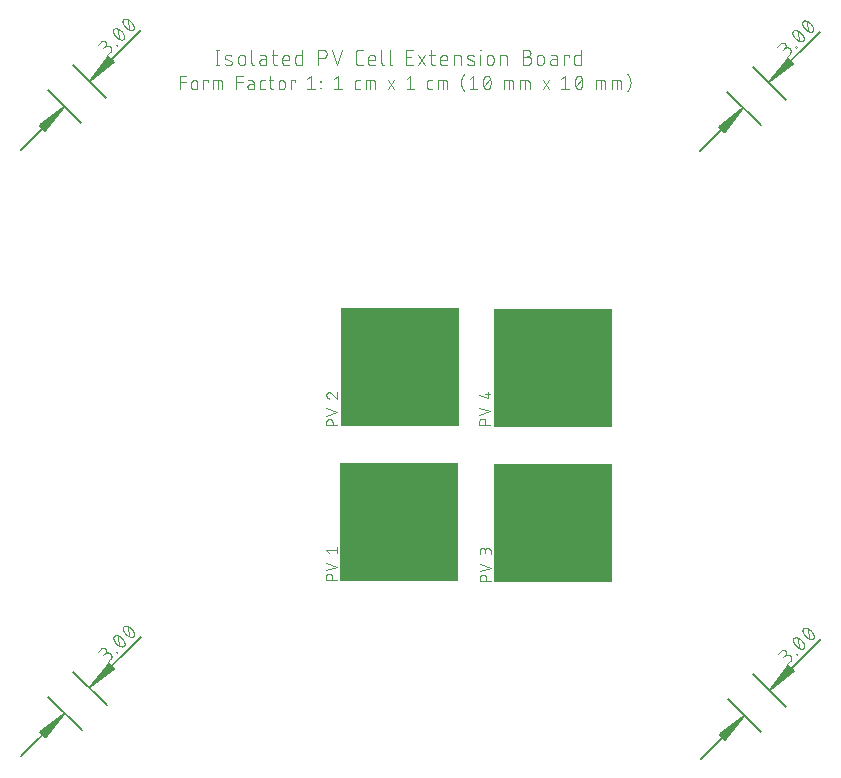
<source format=gto>
G04 EAGLE Gerber RS-274X export*
G75*
%MOMM*%
%FSLAX34Y34*%
%LPD*%
%INSilkscreen Top*%
%IPPOS*%
%AMOC8*
5,1,8,0,0,1.08239X$1,22.5*%
G01*
%ADD10R,9.968625X10.101388*%
%ADD11C,0.101600*%
%ADD12C,0.076200*%
%ADD13C,0.130000*%


D10*
X362086Y433319D03*
X491519Y301925D03*
X361501Y302137D03*
X491635Y433221D03*
D11*
X207346Y689270D02*
X207346Y702478D01*
X205878Y689270D02*
X208813Y689270D01*
X208813Y702478D02*
X205878Y702478D01*
X214899Y694406D02*
X218568Y692939D01*
X214898Y694406D02*
X214819Y694440D01*
X214741Y694478D01*
X214664Y694519D01*
X214590Y694563D01*
X214518Y694611D01*
X214448Y694662D01*
X214381Y694716D01*
X214316Y694773D01*
X214253Y694834D01*
X214194Y694896D01*
X214137Y694962D01*
X214084Y695030D01*
X214033Y695100D01*
X213986Y695173D01*
X213942Y695248D01*
X213902Y695324D01*
X213865Y695403D01*
X213832Y695482D01*
X213802Y695564D01*
X213776Y695646D01*
X213754Y695730D01*
X213736Y695815D01*
X213722Y695900D01*
X213711Y695986D01*
X213705Y696072D01*
X213702Y696159D01*
X213703Y696246D01*
X213709Y696332D01*
X213718Y696418D01*
X213731Y696504D01*
X213748Y696589D01*
X213769Y696673D01*
X213793Y696756D01*
X213822Y696837D01*
X213854Y696918D01*
X213889Y696997D01*
X213929Y697074D01*
X213971Y697149D01*
X214018Y697222D01*
X214067Y697294D01*
X214119Y697362D01*
X214175Y697429D01*
X214234Y697492D01*
X214295Y697553D01*
X214359Y697612D01*
X214426Y697667D01*
X214495Y697719D01*
X214567Y697768D01*
X214640Y697813D01*
X214716Y697855D01*
X214793Y697894D01*
X214872Y697929D01*
X214953Y697961D01*
X215035Y697989D01*
X215118Y698013D01*
X215202Y698033D01*
X215287Y698049D01*
X215373Y698062D01*
X215459Y698070D01*
X215546Y698075D01*
X215632Y698076D01*
X215633Y698075D02*
X215833Y698070D01*
X216033Y698060D01*
X216233Y698045D01*
X216433Y698025D01*
X216632Y698001D01*
X216830Y697971D01*
X217027Y697937D01*
X217224Y697899D01*
X217419Y697855D01*
X217614Y697807D01*
X217807Y697754D01*
X217999Y697697D01*
X218190Y697635D01*
X218379Y697568D01*
X218566Y697497D01*
X218751Y697421D01*
X218935Y697341D01*
X218568Y692939D02*
X218647Y692905D01*
X218725Y692867D01*
X218802Y692826D01*
X218876Y692782D01*
X218948Y692734D01*
X219018Y692683D01*
X219085Y692629D01*
X219150Y692572D01*
X219213Y692511D01*
X219272Y692449D01*
X219329Y692383D01*
X219382Y692315D01*
X219433Y692245D01*
X219480Y692172D01*
X219524Y692097D01*
X219564Y692021D01*
X219601Y691942D01*
X219634Y691863D01*
X219664Y691781D01*
X219690Y691699D01*
X219712Y691615D01*
X219730Y691530D01*
X219744Y691445D01*
X219755Y691359D01*
X219761Y691273D01*
X219764Y691186D01*
X219763Y691099D01*
X219757Y691013D01*
X219748Y690927D01*
X219735Y690841D01*
X219718Y690756D01*
X219697Y690672D01*
X219673Y690589D01*
X219644Y690508D01*
X219612Y690427D01*
X219577Y690348D01*
X219537Y690271D01*
X219495Y690196D01*
X219448Y690123D01*
X219399Y690051D01*
X219347Y689983D01*
X219291Y689916D01*
X219232Y689853D01*
X219171Y689792D01*
X219107Y689733D01*
X219040Y689678D01*
X218971Y689626D01*
X218899Y689577D01*
X218826Y689532D01*
X218750Y689490D01*
X218673Y689451D01*
X218594Y689416D01*
X218513Y689384D01*
X218431Y689356D01*
X218348Y689332D01*
X218264Y689312D01*
X218179Y689296D01*
X218093Y689283D01*
X218007Y689275D01*
X217920Y689270D01*
X217834Y689269D01*
X217834Y689270D02*
X217540Y689278D01*
X217246Y689293D01*
X216952Y689314D01*
X216659Y689343D01*
X216367Y689378D01*
X216076Y689421D01*
X215786Y689470D01*
X215497Y689526D01*
X215209Y689589D01*
X214923Y689658D01*
X214639Y689735D01*
X214357Y689818D01*
X214077Y689908D01*
X213798Y690004D01*
X224893Y692205D02*
X224893Y695140D01*
X224895Y695247D01*
X224901Y695354D01*
X224911Y695461D01*
X224924Y695567D01*
X224942Y695673D01*
X224963Y695778D01*
X224988Y695882D01*
X225017Y695986D01*
X225050Y696088D01*
X225087Y696188D01*
X225127Y696288D01*
X225171Y696386D01*
X225218Y696482D01*
X225269Y696576D01*
X225323Y696669D01*
X225380Y696759D01*
X225441Y696848D01*
X225505Y696934D01*
X225572Y697017D01*
X225642Y697099D01*
X225715Y697177D01*
X225791Y697253D01*
X225869Y697326D01*
X225951Y697396D01*
X226034Y697463D01*
X226120Y697527D01*
X226209Y697588D01*
X226299Y697645D01*
X226392Y697699D01*
X226486Y697750D01*
X226582Y697797D01*
X226680Y697841D01*
X226780Y697881D01*
X226880Y697918D01*
X226982Y697951D01*
X227086Y697980D01*
X227190Y698005D01*
X227295Y698026D01*
X227401Y698044D01*
X227507Y698057D01*
X227614Y698067D01*
X227721Y698073D01*
X227828Y698075D01*
X227935Y698073D01*
X228042Y698067D01*
X228149Y698057D01*
X228255Y698044D01*
X228361Y698026D01*
X228466Y698005D01*
X228570Y697980D01*
X228674Y697951D01*
X228776Y697918D01*
X228876Y697881D01*
X228976Y697841D01*
X229074Y697797D01*
X229170Y697750D01*
X229264Y697699D01*
X229357Y697645D01*
X229447Y697588D01*
X229536Y697527D01*
X229622Y697463D01*
X229705Y697396D01*
X229787Y697326D01*
X229865Y697253D01*
X229941Y697177D01*
X230014Y697099D01*
X230084Y697017D01*
X230151Y696934D01*
X230215Y696848D01*
X230276Y696759D01*
X230333Y696669D01*
X230387Y696576D01*
X230438Y696482D01*
X230485Y696386D01*
X230529Y696288D01*
X230569Y696188D01*
X230606Y696088D01*
X230639Y695986D01*
X230668Y695882D01*
X230693Y695778D01*
X230714Y695673D01*
X230732Y695567D01*
X230745Y695461D01*
X230755Y695354D01*
X230761Y695247D01*
X230763Y695140D01*
X230763Y692205D01*
X230761Y692098D01*
X230755Y691991D01*
X230745Y691884D01*
X230732Y691778D01*
X230714Y691672D01*
X230693Y691567D01*
X230668Y691463D01*
X230639Y691359D01*
X230606Y691257D01*
X230569Y691157D01*
X230529Y691057D01*
X230485Y690959D01*
X230438Y690863D01*
X230387Y690769D01*
X230333Y690676D01*
X230276Y690586D01*
X230215Y690497D01*
X230151Y690411D01*
X230084Y690328D01*
X230014Y690246D01*
X229941Y690168D01*
X229865Y690092D01*
X229787Y690019D01*
X229705Y689949D01*
X229622Y689882D01*
X229536Y689818D01*
X229447Y689757D01*
X229357Y689700D01*
X229264Y689646D01*
X229170Y689595D01*
X229074Y689548D01*
X228976Y689504D01*
X228876Y689464D01*
X228776Y689427D01*
X228674Y689394D01*
X228570Y689365D01*
X228466Y689340D01*
X228361Y689319D01*
X228255Y689301D01*
X228149Y689288D01*
X228042Y689278D01*
X227935Y689272D01*
X227828Y689270D01*
X227721Y689272D01*
X227614Y689278D01*
X227507Y689288D01*
X227401Y689301D01*
X227295Y689319D01*
X227190Y689340D01*
X227086Y689365D01*
X226982Y689394D01*
X226880Y689427D01*
X226780Y689464D01*
X226680Y689504D01*
X226582Y689548D01*
X226486Y689595D01*
X226392Y689646D01*
X226299Y689700D01*
X226209Y689757D01*
X226120Y689818D01*
X226034Y689882D01*
X225951Y689949D01*
X225869Y690019D01*
X225791Y690092D01*
X225715Y690168D01*
X225642Y690246D01*
X225572Y690328D01*
X225505Y690411D01*
X225441Y690497D01*
X225380Y690586D01*
X225323Y690676D01*
X225269Y690769D01*
X225218Y690863D01*
X225171Y690959D01*
X225127Y691057D01*
X225087Y691157D01*
X225050Y691257D01*
X225017Y691359D01*
X224988Y691463D01*
X224963Y691567D01*
X224942Y691672D01*
X224924Y691778D01*
X224911Y691884D01*
X224901Y691991D01*
X224895Y692098D01*
X224893Y692205D01*
X236169Y691471D02*
X236169Y702478D01*
X236169Y691471D02*
X236171Y691380D01*
X236177Y691289D01*
X236186Y691199D01*
X236199Y691109D01*
X236216Y691019D01*
X236236Y690931D01*
X236261Y690843D01*
X236288Y690756D01*
X236320Y690671D01*
X236354Y690587D01*
X236393Y690504D01*
X236434Y690423D01*
X236479Y690344D01*
X236527Y690267D01*
X236579Y690192D01*
X236633Y690119D01*
X236690Y690048D01*
X236751Y689980D01*
X236814Y689915D01*
X236879Y689852D01*
X236947Y689791D01*
X237018Y689734D01*
X237091Y689680D01*
X237166Y689628D01*
X237243Y689580D01*
X237322Y689535D01*
X237403Y689494D01*
X237486Y689455D01*
X237570Y689421D01*
X237655Y689389D01*
X237742Y689362D01*
X237830Y689337D01*
X237918Y689317D01*
X238008Y689300D01*
X238098Y689287D01*
X238188Y689278D01*
X238279Y689272D01*
X238370Y689270D01*
X245321Y694406D02*
X248623Y694406D01*
X245321Y694406D02*
X245221Y694404D01*
X245122Y694398D01*
X245023Y694389D01*
X244924Y694375D01*
X244826Y694358D01*
X244729Y694337D01*
X244632Y694312D01*
X244537Y694283D01*
X244443Y694251D01*
X244350Y694215D01*
X244258Y694176D01*
X244168Y694133D01*
X244080Y694086D01*
X243994Y694037D01*
X243910Y693984D01*
X243828Y693927D01*
X243748Y693868D01*
X243670Y693805D01*
X243595Y693740D01*
X243523Y693671D01*
X243453Y693600D01*
X243386Y693527D01*
X243322Y693450D01*
X243261Y693372D01*
X243203Y693290D01*
X243149Y693207D01*
X243097Y693122D01*
X243049Y693035D01*
X243004Y692946D01*
X242963Y692855D01*
X242925Y692763D01*
X242891Y692669D01*
X242861Y692575D01*
X242834Y692479D01*
X242811Y692382D01*
X242792Y692284D01*
X242777Y692186D01*
X242765Y692087D01*
X242757Y691987D01*
X242753Y691888D01*
X242753Y691788D01*
X242757Y691689D01*
X242765Y691589D01*
X242777Y691490D01*
X242792Y691392D01*
X242811Y691294D01*
X242834Y691197D01*
X242861Y691101D01*
X242891Y691007D01*
X242925Y690913D01*
X242963Y690821D01*
X243004Y690730D01*
X243049Y690641D01*
X243097Y690554D01*
X243149Y690469D01*
X243203Y690386D01*
X243261Y690304D01*
X243322Y690226D01*
X243386Y690149D01*
X243453Y690076D01*
X243523Y690005D01*
X243595Y689936D01*
X243670Y689871D01*
X243748Y689808D01*
X243828Y689749D01*
X243910Y689692D01*
X243994Y689639D01*
X244080Y689590D01*
X244168Y689543D01*
X244258Y689500D01*
X244350Y689461D01*
X244443Y689425D01*
X244537Y689393D01*
X244632Y689364D01*
X244729Y689339D01*
X244826Y689318D01*
X244924Y689301D01*
X245023Y689287D01*
X245122Y689278D01*
X245221Y689272D01*
X245321Y689270D01*
X248623Y689270D01*
X248623Y695874D01*
X248621Y695965D01*
X248615Y696056D01*
X248606Y696146D01*
X248593Y696236D01*
X248576Y696326D01*
X248556Y696414D01*
X248531Y696502D01*
X248504Y696589D01*
X248472Y696674D01*
X248438Y696758D01*
X248399Y696841D01*
X248358Y696922D01*
X248313Y697001D01*
X248265Y697078D01*
X248213Y697153D01*
X248159Y697226D01*
X248102Y697297D01*
X248041Y697365D01*
X247978Y697430D01*
X247913Y697493D01*
X247845Y697554D01*
X247774Y697611D01*
X247701Y697665D01*
X247626Y697717D01*
X247549Y697765D01*
X247470Y697810D01*
X247389Y697851D01*
X247306Y697890D01*
X247222Y697924D01*
X247137Y697956D01*
X247050Y697983D01*
X246962Y698008D01*
X246874Y698028D01*
X246784Y698045D01*
X246694Y698058D01*
X246604Y698067D01*
X246513Y698073D01*
X246422Y698075D01*
X243486Y698075D01*
X253266Y698075D02*
X257668Y698075D01*
X254733Y702478D02*
X254733Y691471D01*
X254735Y691380D01*
X254741Y691289D01*
X254750Y691199D01*
X254763Y691109D01*
X254780Y691019D01*
X254800Y690931D01*
X254825Y690843D01*
X254852Y690756D01*
X254884Y690671D01*
X254918Y690587D01*
X254957Y690504D01*
X254998Y690423D01*
X255043Y690344D01*
X255091Y690267D01*
X255143Y690192D01*
X255197Y690119D01*
X255254Y690048D01*
X255315Y689980D01*
X255378Y689915D01*
X255443Y689852D01*
X255512Y689791D01*
X255582Y689734D01*
X255655Y689680D01*
X255730Y689628D01*
X255807Y689580D01*
X255886Y689535D01*
X255967Y689494D01*
X256050Y689455D01*
X256134Y689421D01*
X256219Y689389D01*
X256306Y689361D01*
X256394Y689337D01*
X256482Y689317D01*
X256572Y689300D01*
X256662Y689287D01*
X256752Y689278D01*
X256843Y689272D01*
X256934Y689270D01*
X257668Y689270D01*
X264646Y689270D02*
X268314Y689270D01*
X264646Y689270D02*
X264555Y689272D01*
X264464Y689278D01*
X264374Y689287D01*
X264284Y689300D01*
X264194Y689317D01*
X264106Y689337D01*
X264018Y689362D01*
X263931Y689389D01*
X263846Y689421D01*
X263762Y689455D01*
X263679Y689494D01*
X263598Y689535D01*
X263519Y689580D01*
X263442Y689628D01*
X263367Y689680D01*
X263294Y689734D01*
X263223Y689791D01*
X263155Y689852D01*
X263090Y689915D01*
X263027Y689980D01*
X262966Y690048D01*
X262909Y690119D01*
X262855Y690192D01*
X262803Y690267D01*
X262755Y690344D01*
X262710Y690423D01*
X262669Y690504D01*
X262630Y690587D01*
X262596Y690671D01*
X262564Y690756D01*
X262537Y690843D01*
X262512Y690931D01*
X262492Y691019D01*
X262475Y691109D01*
X262462Y691199D01*
X262453Y691289D01*
X262447Y691380D01*
X262445Y691471D01*
X262444Y691471D02*
X262444Y695140D01*
X262446Y695247D01*
X262452Y695354D01*
X262462Y695461D01*
X262475Y695567D01*
X262493Y695673D01*
X262514Y695778D01*
X262539Y695882D01*
X262568Y695986D01*
X262601Y696088D01*
X262638Y696188D01*
X262678Y696288D01*
X262722Y696386D01*
X262769Y696482D01*
X262820Y696576D01*
X262874Y696669D01*
X262931Y696759D01*
X262992Y696848D01*
X263056Y696934D01*
X263123Y697017D01*
X263193Y697099D01*
X263266Y697177D01*
X263342Y697253D01*
X263420Y697326D01*
X263502Y697396D01*
X263585Y697463D01*
X263671Y697527D01*
X263760Y697588D01*
X263850Y697645D01*
X263943Y697699D01*
X264037Y697750D01*
X264133Y697797D01*
X264231Y697841D01*
X264331Y697881D01*
X264431Y697918D01*
X264533Y697951D01*
X264637Y697980D01*
X264741Y698005D01*
X264846Y698026D01*
X264952Y698044D01*
X265058Y698057D01*
X265165Y698067D01*
X265272Y698073D01*
X265379Y698075D01*
X265486Y698073D01*
X265593Y698067D01*
X265700Y698057D01*
X265806Y698044D01*
X265912Y698026D01*
X266017Y698005D01*
X266121Y697980D01*
X266225Y697951D01*
X266327Y697918D01*
X266427Y697881D01*
X266527Y697841D01*
X266625Y697797D01*
X266721Y697750D01*
X266815Y697699D01*
X266908Y697645D01*
X266998Y697588D01*
X267087Y697527D01*
X267173Y697463D01*
X267256Y697396D01*
X267338Y697326D01*
X267416Y697253D01*
X267492Y697177D01*
X267565Y697099D01*
X267635Y697017D01*
X267702Y696934D01*
X267766Y696848D01*
X267827Y696759D01*
X267884Y696669D01*
X267938Y696576D01*
X267989Y696482D01*
X268036Y696386D01*
X268080Y696288D01*
X268120Y696188D01*
X268157Y696088D01*
X268190Y695986D01*
X268219Y695882D01*
X268244Y695778D01*
X268265Y695673D01*
X268283Y695567D01*
X268296Y695461D01*
X268306Y695354D01*
X268312Y695247D01*
X268314Y695140D01*
X268314Y693673D01*
X262444Y693673D01*
X279347Y689270D02*
X279347Y702478D01*
X279347Y689270D02*
X275678Y689270D01*
X275587Y689272D01*
X275496Y689278D01*
X275406Y689287D01*
X275316Y689300D01*
X275226Y689317D01*
X275138Y689337D01*
X275050Y689362D01*
X274963Y689389D01*
X274878Y689421D01*
X274794Y689455D01*
X274711Y689494D01*
X274630Y689535D01*
X274551Y689580D01*
X274474Y689628D01*
X274399Y689680D01*
X274326Y689734D01*
X274255Y689791D01*
X274187Y689852D01*
X274122Y689915D01*
X274059Y689980D01*
X273998Y690048D01*
X273941Y690119D01*
X273887Y690192D01*
X273835Y690267D01*
X273787Y690344D01*
X273742Y690423D01*
X273701Y690504D01*
X273662Y690587D01*
X273628Y690671D01*
X273596Y690756D01*
X273569Y690843D01*
X273544Y690931D01*
X273524Y691019D01*
X273507Y691109D01*
X273494Y691199D01*
X273485Y691289D01*
X273479Y691380D01*
X273477Y691471D01*
X273477Y695874D01*
X273479Y695965D01*
X273485Y696056D01*
X273494Y696146D01*
X273507Y696236D01*
X273524Y696326D01*
X273544Y696414D01*
X273569Y696502D01*
X273596Y696589D01*
X273628Y696674D01*
X273662Y696758D01*
X273701Y696841D01*
X273742Y696922D01*
X273787Y697001D01*
X273835Y697078D01*
X273887Y697153D01*
X273941Y697226D01*
X273998Y697297D01*
X274059Y697365D01*
X274122Y697430D01*
X274187Y697493D01*
X274255Y697554D01*
X274326Y697611D01*
X274399Y697665D01*
X274474Y697717D01*
X274551Y697765D01*
X274630Y697810D01*
X274711Y697851D01*
X274794Y697890D01*
X274878Y697924D01*
X274963Y697956D01*
X275050Y697983D01*
X275138Y698008D01*
X275226Y698028D01*
X275316Y698045D01*
X275406Y698058D01*
X275496Y698067D01*
X275587Y698073D01*
X275678Y698075D01*
X279347Y698075D01*
X292614Y702478D02*
X292614Y689270D01*
X292614Y702478D02*
X296283Y702478D01*
X296403Y702476D01*
X296523Y702470D01*
X296643Y702460D01*
X296762Y702447D01*
X296881Y702429D01*
X296999Y702408D01*
X297116Y702382D01*
X297233Y702353D01*
X297348Y702320D01*
X297462Y702283D01*
X297575Y702243D01*
X297687Y702199D01*
X297797Y702151D01*
X297906Y702100D01*
X298013Y702045D01*
X298117Y701986D01*
X298220Y701925D01*
X298321Y701860D01*
X298420Y701791D01*
X298517Y701720D01*
X298611Y701645D01*
X298702Y701568D01*
X298791Y701487D01*
X298877Y701403D01*
X298961Y701317D01*
X299042Y701228D01*
X299119Y701137D01*
X299194Y701043D01*
X299265Y700946D01*
X299334Y700847D01*
X299399Y700746D01*
X299460Y700644D01*
X299519Y700539D01*
X299574Y700432D01*
X299625Y700323D01*
X299673Y700213D01*
X299717Y700101D01*
X299757Y699988D01*
X299794Y699874D01*
X299827Y699759D01*
X299856Y699642D01*
X299882Y699525D01*
X299903Y699407D01*
X299921Y699288D01*
X299934Y699169D01*
X299944Y699049D01*
X299950Y698929D01*
X299952Y698809D01*
X299950Y698689D01*
X299944Y698569D01*
X299934Y698449D01*
X299921Y698330D01*
X299903Y698211D01*
X299882Y698093D01*
X299856Y697976D01*
X299827Y697859D01*
X299794Y697744D01*
X299757Y697630D01*
X299717Y697517D01*
X299673Y697405D01*
X299625Y697295D01*
X299574Y697186D01*
X299519Y697079D01*
X299460Y696975D01*
X299399Y696872D01*
X299334Y696771D01*
X299265Y696672D01*
X299194Y696575D01*
X299119Y696481D01*
X299042Y696390D01*
X298961Y696301D01*
X298877Y696215D01*
X298791Y696131D01*
X298702Y696050D01*
X298611Y695973D01*
X298517Y695898D01*
X298420Y695827D01*
X298321Y695758D01*
X298220Y695693D01*
X298118Y695632D01*
X298013Y695573D01*
X297906Y695518D01*
X297797Y695467D01*
X297687Y695419D01*
X297575Y695375D01*
X297462Y695335D01*
X297348Y695298D01*
X297233Y695265D01*
X297116Y695236D01*
X296999Y695210D01*
X296881Y695189D01*
X296762Y695171D01*
X296643Y695158D01*
X296523Y695148D01*
X296403Y695142D01*
X296283Y695140D01*
X292614Y695140D01*
X304075Y702478D02*
X308478Y689270D01*
X312881Y702478D01*
X327338Y689270D02*
X330273Y689270D01*
X327338Y689270D02*
X327231Y689272D01*
X327124Y689278D01*
X327017Y689288D01*
X326911Y689301D01*
X326805Y689319D01*
X326700Y689340D01*
X326596Y689365D01*
X326492Y689394D01*
X326390Y689427D01*
X326290Y689464D01*
X326190Y689504D01*
X326092Y689548D01*
X325996Y689595D01*
X325902Y689646D01*
X325809Y689700D01*
X325719Y689757D01*
X325630Y689818D01*
X325544Y689882D01*
X325461Y689949D01*
X325379Y690019D01*
X325301Y690092D01*
X325225Y690168D01*
X325152Y690246D01*
X325082Y690328D01*
X325015Y690411D01*
X324951Y690497D01*
X324890Y690586D01*
X324833Y690676D01*
X324779Y690769D01*
X324728Y690863D01*
X324681Y690959D01*
X324637Y691057D01*
X324597Y691157D01*
X324560Y691257D01*
X324527Y691359D01*
X324498Y691463D01*
X324473Y691567D01*
X324452Y691672D01*
X324434Y691778D01*
X324421Y691884D01*
X324411Y691991D01*
X324405Y692098D01*
X324403Y692205D01*
X324403Y699543D01*
X324405Y699650D01*
X324411Y699757D01*
X324421Y699864D01*
X324434Y699970D01*
X324452Y700076D01*
X324473Y700181D01*
X324498Y700285D01*
X324527Y700389D01*
X324560Y700491D01*
X324597Y700591D01*
X324637Y700691D01*
X324681Y700789D01*
X324728Y700885D01*
X324779Y700979D01*
X324833Y701072D01*
X324890Y701162D01*
X324951Y701251D01*
X325015Y701337D01*
X325082Y701420D01*
X325152Y701502D01*
X325225Y701580D01*
X325301Y701656D01*
X325379Y701729D01*
X325461Y701799D01*
X325544Y701866D01*
X325630Y701930D01*
X325719Y701991D01*
X325809Y702048D01*
X325902Y702102D01*
X325996Y702153D01*
X326092Y702200D01*
X326190Y702244D01*
X326290Y702284D01*
X326390Y702321D01*
X326492Y702354D01*
X326596Y702383D01*
X326700Y702408D01*
X326805Y702429D01*
X326911Y702447D01*
X327017Y702460D01*
X327124Y702470D01*
X327231Y702476D01*
X327338Y702478D01*
X330273Y702478D01*
X337188Y689270D02*
X340857Y689270D01*
X337188Y689270D02*
X337097Y689272D01*
X337006Y689278D01*
X336916Y689287D01*
X336826Y689300D01*
X336736Y689317D01*
X336648Y689337D01*
X336560Y689362D01*
X336473Y689389D01*
X336388Y689421D01*
X336304Y689455D01*
X336221Y689494D01*
X336140Y689535D01*
X336061Y689580D01*
X335984Y689628D01*
X335909Y689680D01*
X335836Y689734D01*
X335765Y689791D01*
X335697Y689852D01*
X335632Y689915D01*
X335569Y689980D01*
X335508Y690048D01*
X335451Y690119D01*
X335397Y690192D01*
X335345Y690267D01*
X335297Y690344D01*
X335252Y690423D01*
X335211Y690504D01*
X335172Y690587D01*
X335138Y690671D01*
X335106Y690756D01*
X335079Y690843D01*
X335054Y690931D01*
X335034Y691019D01*
X335017Y691109D01*
X335004Y691199D01*
X334995Y691289D01*
X334989Y691380D01*
X334987Y691471D01*
X334987Y695140D01*
X334989Y695247D01*
X334995Y695354D01*
X335005Y695461D01*
X335018Y695567D01*
X335036Y695673D01*
X335057Y695778D01*
X335082Y695882D01*
X335111Y695986D01*
X335144Y696088D01*
X335181Y696188D01*
X335221Y696288D01*
X335265Y696386D01*
X335312Y696482D01*
X335363Y696576D01*
X335417Y696669D01*
X335474Y696759D01*
X335535Y696848D01*
X335599Y696934D01*
X335666Y697017D01*
X335736Y697099D01*
X335809Y697177D01*
X335885Y697253D01*
X335963Y697326D01*
X336045Y697396D01*
X336128Y697463D01*
X336214Y697527D01*
X336303Y697588D01*
X336393Y697645D01*
X336486Y697699D01*
X336580Y697750D01*
X336676Y697797D01*
X336774Y697841D01*
X336874Y697881D01*
X336974Y697918D01*
X337076Y697951D01*
X337180Y697980D01*
X337284Y698005D01*
X337389Y698026D01*
X337495Y698044D01*
X337601Y698057D01*
X337708Y698067D01*
X337815Y698073D01*
X337922Y698075D01*
X338029Y698073D01*
X338136Y698067D01*
X338243Y698057D01*
X338349Y698044D01*
X338455Y698026D01*
X338560Y698005D01*
X338664Y697980D01*
X338768Y697951D01*
X338870Y697918D01*
X338970Y697881D01*
X339070Y697841D01*
X339168Y697797D01*
X339264Y697750D01*
X339358Y697699D01*
X339451Y697645D01*
X339541Y697588D01*
X339630Y697527D01*
X339716Y697463D01*
X339799Y697396D01*
X339881Y697326D01*
X339959Y697253D01*
X340035Y697177D01*
X340108Y697099D01*
X340178Y697017D01*
X340245Y696934D01*
X340309Y696848D01*
X340370Y696759D01*
X340427Y696669D01*
X340481Y696576D01*
X340532Y696482D01*
X340579Y696386D01*
X340623Y696288D01*
X340663Y696188D01*
X340700Y696088D01*
X340733Y695986D01*
X340762Y695882D01*
X340787Y695778D01*
X340808Y695673D01*
X340826Y695567D01*
X340839Y695461D01*
X340849Y695354D01*
X340855Y695247D01*
X340857Y695140D01*
X340857Y693673D01*
X334987Y693673D01*
X346263Y691471D02*
X346263Y702478D01*
X346263Y691471D02*
X346265Y691380D01*
X346271Y691289D01*
X346280Y691199D01*
X346293Y691109D01*
X346310Y691019D01*
X346330Y690931D01*
X346355Y690843D01*
X346382Y690756D01*
X346414Y690671D01*
X346448Y690587D01*
X346487Y690504D01*
X346528Y690423D01*
X346573Y690344D01*
X346621Y690267D01*
X346673Y690192D01*
X346727Y690119D01*
X346784Y690048D01*
X346845Y689980D01*
X346908Y689915D01*
X346973Y689852D01*
X347041Y689791D01*
X347112Y689734D01*
X347185Y689680D01*
X347260Y689628D01*
X347337Y689580D01*
X347416Y689535D01*
X347497Y689494D01*
X347580Y689455D01*
X347664Y689421D01*
X347749Y689389D01*
X347836Y689362D01*
X347924Y689337D01*
X348012Y689317D01*
X348102Y689300D01*
X348192Y689287D01*
X348282Y689278D01*
X348373Y689272D01*
X348464Y689270D01*
X353090Y691471D02*
X353090Y702478D01*
X353091Y691471D02*
X353093Y691380D01*
X353099Y691289D01*
X353108Y691199D01*
X353121Y691109D01*
X353138Y691019D01*
X353158Y690931D01*
X353183Y690843D01*
X353210Y690756D01*
X353242Y690671D01*
X353276Y690587D01*
X353315Y690504D01*
X353356Y690423D01*
X353401Y690344D01*
X353449Y690267D01*
X353501Y690192D01*
X353555Y690119D01*
X353612Y690048D01*
X353673Y689980D01*
X353736Y689915D01*
X353801Y689852D01*
X353869Y689791D01*
X353940Y689734D01*
X354013Y689680D01*
X354088Y689628D01*
X354165Y689580D01*
X354244Y689535D01*
X354325Y689494D01*
X354408Y689455D01*
X354492Y689421D01*
X354577Y689389D01*
X354664Y689362D01*
X354752Y689337D01*
X354840Y689317D01*
X354930Y689300D01*
X355020Y689287D01*
X355110Y689278D01*
X355201Y689272D01*
X355292Y689270D01*
X367134Y689270D02*
X373004Y689270D01*
X367134Y689270D02*
X367134Y702478D01*
X373004Y702478D01*
X371537Y696608D02*
X367134Y696608D01*
X377232Y689270D02*
X383102Y698075D01*
X377232Y698075D02*
X383102Y689270D01*
X386829Y698075D02*
X391231Y698075D01*
X388296Y702478D02*
X388296Y691471D01*
X388297Y691471D02*
X388299Y691380D01*
X388305Y691289D01*
X388314Y691199D01*
X388327Y691109D01*
X388344Y691019D01*
X388364Y690931D01*
X388389Y690843D01*
X388416Y690756D01*
X388448Y690671D01*
X388482Y690587D01*
X388521Y690504D01*
X388562Y690423D01*
X388607Y690344D01*
X388655Y690267D01*
X388707Y690192D01*
X388761Y690119D01*
X388818Y690048D01*
X388879Y689980D01*
X388942Y689915D01*
X389007Y689852D01*
X389076Y689791D01*
X389146Y689734D01*
X389219Y689680D01*
X389294Y689628D01*
X389371Y689580D01*
X389450Y689535D01*
X389531Y689494D01*
X389614Y689455D01*
X389698Y689421D01*
X389783Y689389D01*
X389870Y689361D01*
X389958Y689337D01*
X390046Y689317D01*
X390136Y689300D01*
X390226Y689287D01*
X390316Y689278D01*
X390407Y689272D01*
X390498Y689270D01*
X391231Y689270D01*
X398209Y689270D02*
X401878Y689270D01*
X398209Y689270D02*
X398118Y689272D01*
X398027Y689278D01*
X397937Y689287D01*
X397847Y689300D01*
X397757Y689317D01*
X397669Y689337D01*
X397581Y689362D01*
X397494Y689389D01*
X397409Y689421D01*
X397325Y689455D01*
X397242Y689494D01*
X397161Y689535D01*
X397082Y689580D01*
X397005Y689628D01*
X396930Y689680D01*
X396857Y689734D01*
X396786Y689791D01*
X396718Y689852D01*
X396653Y689915D01*
X396590Y689980D01*
X396529Y690048D01*
X396472Y690119D01*
X396418Y690192D01*
X396366Y690267D01*
X396318Y690344D01*
X396273Y690423D01*
X396232Y690504D01*
X396193Y690587D01*
X396159Y690671D01*
X396127Y690756D01*
X396100Y690843D01*
X396075Y690931D01*
X396055Y691019D01*
X396038Y691109D01*
X396025Y691199D01*
X396016Y691289D01*
X396010Y691380D01*
X396008Y691471D01*
X396007Y691471D02*
X396007Y695140D01*
X396008Y695140D02*
X396010Y695247D01*
X396016Y695354D01*
X396026Y695461D01*
X396039Y695567D01*
X396057Y695673D01*
X396078Y695778D01*
X396103Y695882D01*
X396132Y695986D01*
X396165Y696088D01*
X396202Y696188D01*
X396242Y696288D01*
X396286Y696386D01*
X396333Y696482D01*
X396384Y696576D01*
X396438Y696669D01*
X396495Y696759D01*
X396556Y696848D01*
X396620Y696934D01*
X396687Y697017D01*
X396757Y697099D01*
X396830Y697177D01*
X396906Y697253D01*
X396984Y697326D01*
X397066Y697396D01*
X397149Y697463D01*
X397235Y697527D01*
X397324Y697588D01*
X397414Y697645D01*
X397507Y697699D01*
X397601Y697750D01*
X397697Y697797D01*
X397795Y697841D01*
X397895Y697881D01*
X397995Y697918D01*
X398097Y697951D01*
X398201Y697980D01*
X398305Y698005D01*
X398410Y698026D01*
X398516Y698044D01*
X398622Y698057D01*
X398729Y698067D01*
X398836Y698073D01*
X398943Y698075D01*
X399050Y698073D01*
X399157Y698067D01*
X399264Y698057D01*
X399370Y698044D01*
X399476Y698026D01*
X399581Y698005D01*
X399685Y697980D01*
X399789Y697951D01*
X399891Y697918D01*
X399991Y697881D01*
X400091Y697841D01*
X400189Y697797D01*
X400285Y697750D01*
X400379Y697699D01*
X400472Y697645D01*
X400562Y697588D01*
X400651Y697527D01*
X400737Y697463D01*
X400820Y697396D01*
X400902Y697326D01*
X400980Y697253D01*
X401056Y697177D01*
X401129Y697099D01*
X401199Y697017D01*
X401266Y696934D01*
X401330Y696848D01*
X401391Y696759D01*
X401448Y696669D01*
X401502Y696576D01*
X401553Y696482D01*
X401600Y696386D01*
X401644Y696288D01*
X401684Y696188D01*
X401721Y696088D01*
X401754Y695986D01*
X401783Y695882D01*
X401808Y695778D01*
X401829Y695673D01*
X401847Y695567D01*
X401860Y695461D01*
X401870Y695354D01*
X401876Y695247D01*
X401878Y695140D01*
X401878Y693673D01*
X396007Y693673D01*
X407529Y689270D02*
X407529Y698075D01*
X411198Y698075D01*
X411291Y698073D01*
X411385Y698067D01*
X411478Y698057D01*
X411570Y698043D01*
X411662Y698026D01*
X411753Y698004D01*
X411842Y697979D01*
X411931Y697949D01*
X412019Y697916D01*
X412105Y697880D01*
X412189Y697839D01*
X412271Y697796D01*
X412352Y697748D01*
X412430Y697698D01*
X412507Y697644D01*
X412581Y697586D01*
X412652Y697526D01*
X412721Y697463D01*
X412787Y697397D01*
X412850Y697328D01*
X412910Y697257D01*
X412968Y697183D01*
X413022Y697107D01*
X413072Y697028D01*
X413119Y696947D01*
X413163Y696865D01*
X413204Y696781D01*
X413240Y696695D01*
X413273Y696607D01*
X413303Y696519D01*
X413328Y696429D01*
X413350Y696338D01*
X413367Y696246D01*
X413381Y696154D01*
X413391Y696061D01*
X413397Y695967D01*
X413399Y695874D01*
X413399Y689270D01*
X420151Y694406D02*
X423820Y692939D01*
X420151Y694406D02*
X420072Y694440D01*
X419994Y694478D01*
X419917Y694519D01*
X419843Y694563D01*
X419771Y694611D01*
X419701Y694662D01*
X419634Y694716D01*
X419569Y694773D01*
X419506Y694834D01*
X419447Y694896D01*
X419390Y694962D01*
X419337Y695030D01*
X419286Y695100D01*
X419239Y695173D01*
X419195Y695248D01*
X419155Y695324D01*
X419118Y695403D01*
X419085Y695482D01*
X419055Y695564D01*
X419029Y695646D01*
X419007Y695730D01*
X418989Y695815D01*
X418975Y695900D01*
X418964Y695986D01*
X418958Y696072D01*
X418955Y696159D01*
X418956Y696246D01*
X418962Y696332D01*
X418971Y696418D01*
X418984Y696504D01*
X419001Y696589D01*
X419022Y696673D01*
X419046Y696756D01*
X419075Y696837D01*
X419107Y696918D01*
X419142Y696997D01*
X419182Y697074D01*
X419224Y697149D01*
X419271Y697222D01*
X419320Y697294D01*
X419372Y697362D01*
X419428Y697429D01*
X419487Y697492D01*
X419548Y697553D01*
X419612Y697612D01*
X419679Y697667D01*
X419748Y697719D01*
X419820Y697768D01*
X419893Y697813D01*
X419969Y697855D01*
X420046Y697894D01*
X420125Y697929D01*
X420206Y697961D01*
X420288Y697989D01*
X420371Y698013D01*
X420455Y698033D01*
X420540Y698049D01*
X420626Y698062D01*
X420712Y698070D01*
X420799Y698075D01*
X420885Y698076D01*
X420885Y698075D02*
X421085Y698070D01*
X421285Y698060D01*
X421485Y698045D01*
X421685Y698025D01*
X421884Y698001D01*
X422082Y697971D01*
X422279Y697937D01*
X422476Y697899D01*
X422671Y697855D01*
X422866Y697807D01*
X423059Y697754D01*
X423251Y697697D01*
X423442Y697635D01*
X423631Y697568D01*
X423818Y697497D01*
X424003Y697421D01*
X424187Y697341D01*
X423820Y692939D02*
X423899Y692905D01*
X423977Y692867D01*
X424054Y692826D01*
X424128Y692782D01*
X424200Y692734D01*
X424270Y692683D01*
X424337Y692629D01*
X424402Y692572D01*
X424465Y692511D01*
X424524Y692449D01*
X424581Y692383D01*
X424634Y692315D01*
X424685Y692245D01*
X424732Y692172D01*
X424776Y692097D01*
X424816Y692021D01*
X424853Y691942D01*
X424886Y691863D01*
X424916Y691781D01*
X424942Y691699D01*
X424964Y691615D01*
X424982Y691530D01*
X424996Y691445D01*
X425007Y691359D01*
X425013Y691273D01*
X425016Y691186D01*
X425015Y691099D01*
X425009Y691013D01*
X425000Y690927D01*
X424987Y690841D01*
X424970Y690756D01*
X424949Y690672D01*
X424925Y690589D01*
X424896Y690508D01*
X424864Y690427D01*
X424829Y690348D01*
X424789Y690271D01*
X424747Y690196D01*
X424700Y690123D01*
X424651Y690051D01*
X424599Y689983D01*
X424543Y689916D01*
X424484Y689853D01*
X424423Y689792D01*
X424359Y689733D01*
X424292Y689678D01*
X424223Y689626D01*
X424151Y689577D01*
X424078Y689532D01*
X424002Y689490D01*
X423925Y689451D01*
X423846Y689416D01*
X423765Y689384D01*
X423683Y689356D01*
X423600Y689332D01*
X423516Y689312D01*
X423431Y689296D01*
X423345Y689283D01*
X423259Y689275D01*
X423172Y689270D01*
X423086Y689269D01*
X423086Y689270D02*
X422792Y689278D01*
X422498Y689293D01*
X422204Y689314D01*
X421911Y689343D01*
X421619Y689378D01*
X421328Y689421D01*
X421038Y689470D01*
X420749Y689526D01*
X420461Y689589D01*
X420175Y689658D01*
X419891Y689735D01*
X419609Y689818D01*
X419329Y689908D01*
X419050Y690004D01*
X430093Y689270D02*
X430093Y698075D01*
X429726Y701744D02*
X429726Y702478D01*
X430460Y702478D01*
X430460Y701744D01*
X429726Y701744D01*
X435266Y695140D02*
X435266Y692205D01*
X435266Y695140D02*
X435268Y695247D01*
X435274Y695354D01*
X435284Y695461D01*
X435297Y695567D01*
X435315Y695673D01*
X435336Y695778D01*
X435361Y695882D01*
X435390Y695986D01*
X435423Y696088D01*
X435460Y696188D01*
X435500Y696288D01*
X435544Y696386D01*
X435591Y696482D01*
X435642Y696576D01*
X435696Y696669D01*
X435753Y696759D01*
X435814Y696848D01*
X435878Y696934D01*
X435945Y697017D01*
X436015Y697099D01*
X436088Y697177D01*
X436164Y697253D01*
X436242Y697326D01*
X436324Y697396D01*
X436407Y697463D01*
X436493Y697527D01*
X436582Y697588D01*
X436672Y697645D01*
X436765Y697699D01*
X436859Y697750D01*
X436955Y697797D01*
X437053Y697841D01*
X437153Y697881D01*
X437253Y697918D01*
X437355Y697951D01*
X437459Y697980D01*
X437563Y698005D01*
X437668Y698026D01*
X437774Y698044D01*
X437880Y698057D01*
X437987Y698067D01*
X438094Y698073D01*
X438201Y698075D01*
X438308Y698073D01*
X438415Y698067D01*
X438522Y698057D01*
X438628Y698044D01*
X438734Y698026D01*
X438839Y698005D01*
X438943Y697980D01*
X439047Y697951D01*
X439149Y697918D01*
X439249Y697881D01*
X439349Y697841D01*
X439447Y697797D01*
X439543Y697750D01*
X439637Y697699D01*
X439730Y697645D01*
X439820Y697588D01*
X439909Y697527D01*
X439995Y697463D01*
X440078Y697396D01*
X440160Y697326D01*
X440238Y697253D01*
X440314Y697177D01*
X440387Y697099D01*
X440457Y697017D01*
X440524Y696934D01*
X440588Y696848D01*
X440649Y696759D01*
X440706Y696669D01*
X440760Y696576D01*
X440811Y696482D01*
X440858Y696386D01*
X440902Y696288D01*
X440942Y696188D01*
X440979Y696088D01*
X441012Y695986D01*
X441041Y695882D01*
X441066Y695778D01*
X441087Y695673D01*
X441105Y695567D01*
X441118Y695461D01*
X441128Y695354D01*
X441134Y695247D01*
X441136Y695140D01*
X441136Y692205D01*
X441134Y692098D01*
X441128Y691991D01*
X441118Y691884D01*
X441105Y691778D01*
X441087Y691672D01*
X441066Y691567D01*
X441041Y691463D01*
X441012Y691359D01*
X440979Y691257D01*
X440942Y691157D01*
X440902Y691057D01*
X440858Y690959D01*
X440811Y690863D01*
X440760Y690769D01*
X440706Y690676D01*
X440649Y690586D01*
X440588Y690497D01*
X440524Y690411D01*
X440457Y690328D01*
X440387Y690246D01*
X440314Y690168D01*
X440238Y690092D01*
X440160Y690019D01*
X440078Y689949D01*
X439995Y689882D01*
X439909Y689818D01*
X439820Y689757D01*
X439730Y689700D01*
X439637Y689646D01*
X439543Y689595D01*
X439447Y689548D01*
X439349Y689504D01*
X439249Y689464D01*
X439149Y689427D01*
X439047Y689394D01*
X438943Y689365D01*
X438839Y689340D01*
X438734Y689319D01*
X438628Y689301D01*
X438522Y689288D01*
X438415Y689278D01*
X438308Y689272D01*
X438201Y689270D01*
X438094Y689272D01*
X437987Y689278D01*
X437880Y689288D01*
X437774Y689301D01*
X437668Y689319D01*
X437563Y689340D01*
X437459Y689365D01*
X437355Y689394D01*
X437253Y689427D01*
X437153Y689464D01*
X437053Y689504D01*
X436955Y689548D01*
X436859Y689595D01*
X436765Y689646D01*
X436672Y689700D01*
X436582Y689757D01*
X436493Y689818D01*
X436407Y689882D01*
X436324Y689949D01*
X436242Y690019D01*
X436164Y690092D01*
X436088Y690168D01*
X436015Y690246D01*
X435945Y690328D01*
X435878Y690411D01*
X435814Y690497D01*
X435753Y690586D01*
X435696Y690676D01*
X435642Y690769D01*
X435591Y690863D01*
X435544Y690959D01*
X435500Y691057D01*
X435460Y691157D01*
X435423Y691257D01*
X435390Y691359D01*
X435361Y691463D01*
X435336Y691567D01*
X435315Y691672D01*
X435297Y691778D01*
X435284Y691884D01*
X435274Y691991D01*
X435268Y692098D01*
X435266Y692205D01*
X446787Y689270D02*
X446787Y698075D01*
X450456Y698075D01*
X450549Y698073D01*
X450643Y698067D01*
X450736Y698057D01*
X450828Y698043D01*
X450920Y698026D01*
X451011Y698004D01*
X451100Y697979D01*
X451189Y697949D01*
X451277Y697916D01*
X451363Y697880D01*
X451447Y697839D01*
X451529Y697796D01*
X451610Y697748D01*
X451688Y697698D01*
X451765Y697644D01*
X451839Y697586D01*
X451910Y697526D01*
X451979Y697463D01*
X452045Y697397D01*
X452108Y697328D01*
X452168Y697257D01*
X452226Y697183D01*
X452280Y697107D01*
X452330Y697028D01*
X452377Y696947D01*
X452421Y696865D01*
X452462Y696781D01*
X452498Y696695D01*
X452531Y696607D01*
X452561Y696519D01*
X452586Y696429D01*
X452608Y696338D01*
X452625Y696246D01*
X452639Y696154D01*
X452649Y696061D01*
X452655Y695967D01*
X452657Y695874D01*
X452657Y689270D01*
X465862Y696608D02*
X469531Y696608D01*
X469651Y696606D01*
X469771Y696600D01*
X469891Y696590D01*
X470010Y696577D01*
X470129Y696559D01*
X470247Y696538D01*
X470364Y696512D01*
X470481Y696483D01*
X470596Y696450D01*
X470710Y696413D01*
X470823Y696373D01*
X470935Y696329D01*
X471045Y696281D01*
X471154Y696230D01*
X471261Y696175D01*
X471365Y696116D01*
X471468Y696055D01*
X471569Y695990D01*
X471668Y695921D01*
X471765Y695850D01*
X471859Y695775D01*
X471950Y695698D01*
X472039Y695617D01*
X472125Y695533D01*
X472209Y695447D01*
X472290Y695358D01*
X472367Y695267D01*
X472442Y695173D01*
X472513Y695076D01*
X472582Y694977D01*
X472647Y694876D01*
X472708Y694774D01*
X472767Y694669D01*
X472822Y694562D01*
X472873Y694453D01*
X472921Y694343D01*
X472965Y694231D01*
X473005Y694118D01*
X473042Y694004D01*
X473075Y693889D01*
X473104Y693772D01*
X473130Y693655D01*
X473151Y693537D01*
X473169Y693418D01*
X473182Y693299D01*
X473192Y693179D01*
X473198Y693059D01*
X473200Y692939D01*
X473198Y692819D01*
X473192Y692699D01*
X473182Y692579D01*
X473169Y692460D01*
X473151Y692341D01*
X473130Y692223D01*
X473104Y692106D01*
X473075Y691989D01*
X473042Y691874D01*
X473005Y691760D01*
X472965Y691647D01*
X472921Y691535D01*
X472873Y691425D01*
X472822Y691316D01*
X472767Y691209D01*
X472708Y691105D01*
X472647Y691002D01*
X472582Y690901D01*
X472513Y690802D01*
X472442Y690705D01*
X472367Y690611D01*
X472290Y690520D01*
X472209Y690431D01*
X472125Y690345D01*
X472039Y690261D01*
X471950Y690180D01*
X471859Y690103D01*
X471765Y690028D01*
X471668Y689957D01*
X471569Y689888D01*
X471468Y689823D01*
X471366Y689762D01*
X471261Y689703D01*
X471154Y689648D01*
X471045Y689597D01*
X470935Y689549D01*
X470823Y689505D01*
X470710Y689465D01*
X470596Y689428D01*
X470481Y689395D01*
X470364Y689366D01*
X470247Y689340D01*
X470129Y689319D01*
X470010Y689301D01*
X469891Y689288D01*
X469771Y689278D01*
X469651Y689272D01*
X469531Y689270D01*
X465862Y689270D01*
X465862Y702478D01*
X469531Y702478D01*
X469638Y702476D01*
X469745Y702470D01*
X469852Y702460D01*
X469958Y702447D01*
X470064Y702429D01*
X470169Y702408D01*
X470273Y702383D01*
X470377Y702354D01*
X470479Y702321D01*
X470579Y702284D01*
X470679Y702244D01*
X470777Y702200D01*
X470873Y702153D01*
X470967Y702102D01*
X471060Y702048D01*
X471150Y701991D01*
X471239Y701930D01*
X471325Y701866D01*
X471408Y701799D01*
X471490Y701729D01*
X471568Y701656D01*
X471644Y701580D01*
X471717Y701502D01*
X471787Y701420D01*
X471854Y701337D01*
X471918Y701251D01*
X471979Y701162D01*
X472036Y701072D01*
X472090Y700979D01*
X472141Y700885D01*
X472188Y700789D01*
X472232Y700691D01*
X472272Y700591D01*
X472309Y700491D01*
X472342Y700389D01*
X472371Y700285D01*
X472396Y700181D01*
X472417Y700076D01*
X472435Y699970D01*
X472448Y699864D01*
X472458Y699757D01*
X472464Y699650D01*
X472466Y699543D01*
X472464Y699436D01*
X472458Y699329D01*
X472448Y699222D01*
X472435Y699116D01*
X472417Y699010D01*
X472396Y698905D01*
X472371Y698801D01*
X472342Y698697D01*
X472309Y698595D01*
X472272Y698495D01*
X472232Y698395D01*
X472188Y698297D01*
X472141Y698201D01*
X472090Y698107D01*
X472036Y698014D01*
X471979Y697924D01*
X471918Y697835D01*
X471854Y697749D01*
X471787Y697666D01*
X471717Y697584D01*
X471644Y697506D01*
X471568Y697430D01*
X471490Y697357D01*
X471408Y697287D01*
X471325Y697220D01*
X471239Y697156D01*
X471150Y697095D01*
X471060Y697038D01*
X470967Y696984D01*
X470873Y696933D01*
X470777Y696886D01*
X470679Y696842D01*
X470579Y696802D01*
X470479Y696765D01*
X470377Y696732D01*
X470273Y696703D01*
X470169Y696678D01*
X470064Y696657D01*
X469958Y696639D01*
X469852Y696626D01*
X469745Y696616D01*
X469638Y696610D01*
X469531Y696608D01*
X477938Y695140D02*
X477938Y692205D01*
X477938Y695140D02*
X477940Y695247D01*
X477946Y695354D01*
X477956Y695461D01*
X477969Y695567D01*
X477987Y695673D01*
X478008Y695778D01*
X478033Y695882D01*
X478062Y695986D01*
X478095Y696088D01*
X478132Y696188D01*
X478172Y696288D01*
X478216Y696386D01*
X478263Y696482D01*
X478314Y696576D01*
X478368Y696669D01*
X478425Y696759D01*
X478486Y696848D01*
X478550Y696934D01*
X478617Y697017D01*
X478687Y697099D01*
X478760Y697177D01*
X478836Y697253D01*
X478914Y697326D01*
X478996Y697396D01*
X479079Y697463D01*
X479165Y697527D01*
X479254Y697588D01*
X479344Y697645D01*
X479437Y697699D01*
X479531Y697750D01*
X479627Y697797D01*
X479725Y697841D01*
X479825Y697881D01*
X479925Y697918D01*
X480027Y697951D01*
X480131Y697980D01*
X480235Y698005D01*
X480340Y698026D01*
X480446Y698044D01*
X480552Y698057D01*
X480659Y698067D01*
X480766Y698073D01*
X480873Y698075D01*
X480980Y698073D01*
X481087Y698067D01*
X481194Y698057D01*
X481300Y698044D01*
X481406Y698026D01*
X481511Y698005D01*
X481615Y697980D01*
X481719Y697951D01*
X481821Y697918D01*
X481921Y697881D01*
X482021Y697841D01*
X482119Y697797D01*
X482215Y697750D01*
X482309Y697699D01*
X482402Y697645D01*
X482492Y697588D01*
X482581Y697527D01*
X482667Y697463D01*
X482750Y697396D01*
X482832Y697326D01*
X482910Y697253D01*
X482986Y697177D01*
X483059Y697099D01*
X483129Y697017D01*
X483196Y696934D01*
X483260Y696848D01*
X483321Y696759D01*
X483378Y696669D01*
X483432Y696576D01*
X483483Y696482D01*
X483530Y696386D01*
X483574Y696288D01*
X483614Y696188D01*
X483651Y696088D01*
X483684Y695986D01*
X483713Y695882D01*
X483738Y695778D01*
X483759Y695673D01*
X483777Y695567D01*
X483790Y695461D01*
X483800Y695354D01*
X483806Y695247D01*
X483808Y695140D01*
X483808Y692205D01*
X483806Y692098D01*
X483800Y691991D01*
X483790Y691884D01*
X483777Y691778D01*
X483759Y691672D01*
X483738Y691567D01*
X483713Y691463D01*
X483684Y691359D01*
X483651Y691257D01*
X483614Y691157D01*
X483574Y691057D01*
X483530Y690959D01*
X483483Y690863D01*
X483432Y690769D01*
X483378Y690676D01*
X483321Y690586D01*
X483260Y690497D01*
X483196Y690411D01*
X483129Y690328D01*
X483059Y690246D01*
X482986Y690168D01*
X482910Y690092D01*
X482832Y690019D01*
X482750Y689949D01*
X482667Y689882D01*
X482581Y689818D01*
X482492Y689757D01*
X482402Y689700D01*
X482309Y689646D01*
X482215Y689595D01*
X482119Y689548D01*
X482021Y689504D01*
X481921Y689464D01*
X481821Y689427D01*
X481719Y689394D01*
X481615Y689365D01*
X481511Y689340D01*
X481406Y689319D01*
X481300Y689301D01*
X481194Y689288D01*
X481087Y689278D01*
X480980Y689272D01*
X480873Y689270D01*
X480766Y689272D01*
X480659Y689278D01*
X480552Y689288D01*
X480446Y689301D01*
X480340Y689319D01*
X480235Y689340D01*
X480131Y689365D01*
X480027Y689394D01*
X479925Y689427D01*
X479825Y689464D01*
X479725Y689504D01*
X479627Y689548D01*
X479531Y689595D01*
X479437Y689646D01*
X479344Y689700D01*
X479254Y689757D01*
X479165Y689818D01*
X479079Y689882D01*
X478996Y689949D01*
X478914Y690019D01*
X478836Y690092D01*
X478760Y690168D01*
X478687Y690246D01*
X478617Y690328D01*
X478550Y690411D01*
X478486Y690497D01*
X478425Y690586D01*
X478368Y690676D01*
X478314Y690769D01*
X478263Y690863D01*
X478216Y690959D01*
X478172Y691057D01*
X478132Y691157D01*
X478095Y691257D01*
X478062Y691359D01*
X478033Y691463D01*
X478008Y691567D01*
X477987Y691672D01*
X477969Y691778D01*
X477956Y691884D01*
X477946Y691991D01*
X477940Y692098D01*
X477938Y692205D01*
X491538Y694406D02*
X494840Y694406D01*
X491538Y694406D02*
X491438Y694404D01*
X491339Y694398D01*
X491240Y694389D01*
X491141Y694375D01*
X491043Y694358D01*
X490946Y694337D01*
X490849Y694312D01*
X490754Y694283D01*
X490660Y694251D01*
X490567Y694215D01*
X490475Y694176D01*
X490385Y694133D01*
X490297Y694086D01*
X490211Y694037D01*
X490127Y693984D01*
X490045Y693927D01*
X489965Y693868D01*
X489887Y693805D01*
X489812Y693740D01*
X489740Y693671D01*
X489670Y693600D01*
X489603Y693527D01*
X489539Y693450D01*
X489478Y693372D01*
X489420Y693290D01*
X489366Y693207D01*
X489314Y693122D01*
X489266Y693035D01*
X489221Y692946D01*
X489180Y692855D01*
X489142Y692763D01*
X489108Y692669D01*
X489078Y692575D01*
X489051Y692479D01*
X489028Y692382D01*
X489009Y692284D01*
X488994Y692186D01*
X488982Y692087D01*
X488974Y691987D01*
X488970Y691888D01*
X488970Y691788D01*
X488974Y691689D01*
X488982Y691589D01*
X488994Y691490D01*
X489009Y691392D01*
X489028Y691294D01*
X489051Y691197D01*
X489078Y691101D01*
X489108Y691007D01*
X489142Y690913D01*
X489180Y690821D01*
X489221Y690730D01*
X489266Y690641D01*
X489314Y690554D01*
X489366Y690469D01*
X489420Y690386D01*
X489478Y690304D01*
X489539Y690226D01*
X489603Y690149D01*
X489670Y690076D01*
X489740Y690005D01*
X489812Y689936D01*
X489887Y689871D01*
X489965Y689808D01*
X490045Y689749D01*
X490127Y689692D01*
X490211Y689639D01*
X490297Y689590D01*
X490385Y689543D01*
X490475Y689500D01*
X490567Y689461D01*
X490660Y689425D01*
X490754Y689393D01*
X490849Y689364D01*
X490946Y689339D01*
X491043Y689318D01*
X491141Y689301D01*
X491240Y689287D01*
X491339Y689278D01*
X491438Y689272D01*
X491538Y689270D01*
X494840Y689270D01*
X494840Y695874D01*
X494838Y695965D01*
X494832Y696056D01*
X494823Y696146D01*
X494810Y696236D01*
X494793Y696326D01*
X494773Y696414D01*
X494748Y696502D01*
X494721Y696589D01*
X494689Y696674D01*
X494655Y696758D01*
X494616Y696841D01*
X494575Y696922D01*
X494530Y697001D01*
X494482Y697078D01*
X494430Y697153D01*
X494376Y697226D01*
X494319Y697297D01*
X494258Y697365D01*
X494195Y697430D01*
X494130Y697493D01*
X494062Y697554D01*
X493991Y697611D01*
X493918Y697665D01*
X493843Y697717D01*
X493766Y697765D01*
X493687Y697810D01*
X493606Y697851D01*
X493523Y697890D01*
X493439Y697924D01*
X493354Y697956D01*
X493267Y697983D01*
X493179Y698008D01*
X493091Y698028D01*
X493001Y698045D01*
X492911Y698058D01*
X492821Y698067D01*
X492730Y698073D01*
X492639Y698075D01*
X489704Y698075D01*
X501051Y698075D02*
X501051Y689270D01*
X501051Y698075D02*
X505454Y698075D01*
X505454Y696608D01*
X515323Y702478D02*
X515323Y689270D01*
X511654Y689270D01*
X511563Y689272D01*
X511472Y689278D01*
X511382Y689287D01*
X511292Y689300D01*
X511202Y689317D01*
X511114Y689337D01*
X511026Y689362D01*
X510939Y689389D01*
X510854Y689421D01*
X510770Y689455D01*
X510687Y689494D01*
X510606Y689535D01*
X510527Y689580D01*
X510450Y689628D01*
X510375Y689680D01*
X510302Y689734D01*
X510231Y689791D01*
X510163Y689852D01*
X510098Y689915D01*
X510035Y689980D01*
X509974Y690048D01*
X509917Y690119D01*
X509863Y690192D01*
X509811Y690267D01*
X509763Y690344D01*
X509718Y690423D01*
X509677Y690504D01*
X509638Y690587D01*
X509604Y690671D01*
X509572Y690756D01*
X509545Y690843D01*
X509520Y690931D01*
X509500Y691019D01*
X509483Y691109D01*
X509470Y691199D01*
X509461Y691289D01*
X509455Y691380D01*
X509453Y691471D01*
X509452Y691471D02*
X509452Y695874D01*
X509453Y695874D02*
X509455Y695965D01*
X509461Y696056D01*
X509470Y696146D01*
X509483Y696236D01*
X509500Y696326D01*
X509520Y696414D01*
X509545Y696502D01*
X509572Y696589D01*
X509604Y696674D01*
X509638Y696758D01*
X509677Y696841D01*
X509718Y696922D01*
X509763Y697001D01*
X509811Y697078D01*
X509863Y697153D01*
X509917Y697226D01*
X509974Y697297D01*
X510035Y697365D01*
X510098Y697430D01*
X510163Y697493D01*
X510231Y697554D01*
X510302Y697611D01*
X510375Y697665D01*
X510450Y697717D01*
X510527Y697765D01*
X510606Y697810D01*
X510687Y697851D01*
X510770Y697890D01*
X510854Y697924D01*
X510939Y697956D01*
X511026Y697983D01*
X511114Y698008D01*
X511202Y698028D01*
X511292Y698045D01*
X511382Y698058D01*
X511472Y698067D01*
X511563Y698073D01*
X511654Y698075D01*
X515323Y698075D01*
X175843Y680415D02*
X175843Y668731D01*
X175843Y680415D02*
X181035Y680415D01*
X181035Y675222D02*
X175843Y675222D01*
X185232Y673924D02*
X185232Y671327D01*
X185233Y673924D02*
X185235Y674025D01*
X185241Y674125D01*
X185251Y674225D01*
X185264Y674325D01*
X185282Y674424D01*
X185303Y674523D01*
X185328Y674620D01*
X185357Y674717D01*
X185390Y674812D01*
X185426Y674906D01*
X185466Y674998D01*
X185509Y675089D01*
X185556Y675178D01*
X185606Y675265D01*
X185660Y675351D01*
X185717Y675434D01*
X185777Y675514D01*
X185840Y675593D01*
X185907Y675669D01*
X185976Y675742D01*
X186048Y675812D01*
X186122Y675880D01*
X186199Y675945D01*
X186279Y676006D01*
X186361Y676065D01*
X186445Y676120D01*
X186531Y676172D01*
X186619Y676221D01*
X186709Y676266D01*
X186801Y676308D01*
X186894Y676346D01*
X186989Y676380D01*
X187084Y676411D01*
X187181Y676438D01*
X187279Y676461D01*
X187378Y676481D01*
X187478Y676496D01*
X187578Y676508D01*
X187678Y676516D01*
X187779Y676520D01*
X187879Y676520D01*
X187980Y676516D01*
X188080Y676508D01*
X188180Y676496D01*
X188280Y676481D01*
X188379Y676461D01*
X188477Y676438D01*
X188574Y676411D01*
X188669Y676380D01*
X188764Y676346D01*
X188857Y676308D01*
X188949Y676266D01*
X189039Y676221D01*
X189127Y676172D01*
X189213Y676120D01*
X189297Y676065D01*
X189379Y676006D01*
X189459Y675945D01*
X189536Y675880D01*
X189610Y675812D01*
X189682Y675742D01*
X189751Y675669D01*
X189818Y675593D01*
X189881Y675514D01*
X189941Y675434D01*
X189998Y675351D01*
X190052Y675265D01*
X190102Y675178D01*
X190149Y675089D01*
X190192Y674998D01*
X190232Y674906D01*
X190268Y674812D01*
X190301Y674717D01*
X190330Y674620D01*
X190355Y674523D01*
X190376Y674424D01*
X190394Y674325D01*
X190407Y674225D01*
X190417Y674125D01*
X190423Y674025D01*
X190425Y673924D01*
X190425Y671327D01*
X190423Y671226D01*
X190417Y671126D01*
X190407Y671026D01*
X190394Y670926D01*
X190376Y670827D01*
X190355Y670728D01*
X190330Y670631D01*
X190301Y670534D01*
X190268Y670439D01*
X190232Y670345D01*
X190192Y670253D01*
X190149Y670162D01*
X190102Y670073D01*
X190052Y669986D01*
X189998Y669900D01*
X189941Y669817D01*
X189881Y669737D01*
X189818Y669658D01*
X189751Y669582D01*
X189682Y669509D01*
X189610Y669439D01*
X189536Y669371D01*
X189459Y669306D01*
X189379Y669245D01*
X189297Y669186D01*
X189213Y669131D01*
X189127Y669079D01*
X189039Y669030D01*
X188949Y668985D01*
X188857Y668943D01*
X188764Y668905D01*
X188669Y668871D01*
X188574Y668840D01*
X188477Y668813D01*
X188379Y668790D01*
X188280Y668770D01*
X188180Y668755D01*
X188080Y668743D01*
X187980Y668735D01*
X187879Y668731D01*
X187779Y668731D01*
X187678Y668735D01*
X187578Y668743D01*
X187478Y668755D01*
X187378Y668770D01*
X187279Y668790D01*
X187181Y668813D01*
X187084Y668840D01*
X186989Y668871D01*
X186894Y668905D01*
X186801Y668943D01*
X186709Y668985D01*
X186619Y669030D01*
X186531Y669079D01*
X186445Y669131D01*
X186361Y669186D01*
X186279Y669245D01*
X186199Y669306D01*
X186122Y669371D01*
X186048Y669439D01*
X185976Y669509D01*
X185907Y669582D01*
X185840Y669658D01*
X185777Y669737D01*
X185717Y669817D01*
X185660Y669900D01*
X185606Y669986D01*
X185556Y670073D01*
X185509Y670162D01*
X185466Y670253D01*
X185426Y670345D01*
X185390Y670439D01*
X185357Y670534D01*
X185328Y670631D01*
X185303Y670728D01*
X185282Y670827D01*
X185264Y670926D01*
X185251Y671026D01*
X185241Y671126D01*
X185235Y671226D01*
X185233Y671327D01*
X195585Y668731D02*
X195585Y676520D01*
X199480Y676520D01*
X199480Y675222D01*
X203746Y676520D02*
X203746Y668731D01*
X203746Y676520D02*
X209588Y676520D01*
X209675Y676518D01*
X209763Y676512D01*
X209849Y676502D01*
X209936Y676489D01*
X210021Y676471D01*
X210106Y676450D01*
X210190Y676425D01*
X210272Y676396D01*
X210353Y676363D01*
X210433Y676327D01*
X210511Y676288D01*
X210587Y676244D01*
X210661Y676198D01*
X210732Y676148D01*
X210802Y676095D01*
X210869Y676039D01*
X210933Y675980D01*
X210995Y675918D01*
X211054Y675854D01*
X211110Y675787D01*
X211163Y675717D01*
X211213Y675646D01*
X211259Y675572D01*
X211303Y675496D01*
X211342Y675418D01*
X211378Y675338D01*
X211411Y675257D01*
X211440Y675175D01*
X211465Y675091D01*
X211486Y675006D01*
X211504Y674921D01*
X211517Y674834D01*
X211527Y674748D01*
X211533Y674660D01*
X211535Y674573D01*
X211535Y668731D01*
X207641Y668731D02*
X207641Y676520D01*
X223468Y680415D02*
X223468Y668731D01*
X223468Y680415D02*
X228660Y680415D01*
X228660Y675222D02*
X223468Y675222D01*
X235070Y673275D02*
X237991Y673275D01*
X235070Y673275D02*
X234976Y673273D01*
X234882Y673267D01*
X234789Y673258D01*
X234696Y673244D01*
X234604Y673227D01*
X234512Y673205D01*
X234422Y673181D01*
X234332Y673152D01*
X234244Y673120D01*
X234157Y673084D01*
X234072Y673044D01*
X233989Y673001D01*
X233907Y672955D01*
X233827Y672905D01*
X233750Y672852D01*
X233675Y672796D01*
X233602Y672737D01*
X233531Y672675D01*
X233463Y672610D01*
X233398Y672542D01*
X233336Y672471D01*
X233277Y672398D01*
X233221Y672323D01*
X233168Y672246D01*
X233118Y672166D01*
X233072Y672084D01*
X233029Y672001D01*
X232989Y671916D01*
X232953Y671829D01*
X232921Y671741D01*
X232892Y671651D01*
X232868Y671561D01*
X232846Y671469D01*
X232829Y671377D01*
X232815Y671284D01*
X232806Y671191D01*
X232800Y671097D01*
X232798Y671003D01*
X232800Y670909D01*
X232806Y670815D01*
X232815Y670722D01*
X232829Y670629D01*
X232846Y670537D01*
X232868Y670445D01*
X232892Y670355D01*
X232921Y670265D01*
X232953Y670177D01*
X232989Y670090D01*
X233029Y670005D01*
X233072Y669922D01*
X233118Y669840D01*
X233168Y669760D01*
X233221Y669683D01*
X233277Y669608D01*
X233336Y669535D01*
X233398Y669464D01*
X233463Y669396D01*
X233531Y669331D01*
X233602Y669269D01*
X233675Y669210D01*
X233750Y669154D01*
X233827Y669101D01*
X233907Y669051D01*
X233989Y669005D01*
X234072Y668962D01*
X234157Y668922D01*
X234244Y668886D01*
X234332Y668854D01*
X234422Y668825D01*
X234512Y668801D01*
X234604Y668779D01*
X234696Y668762D01*
X234789Y668748D01*
X234882Y668739D01*
X234976Y668733D01*
X235070Y668731D01*
X237991Y668731D01*
X237991Y674573D01*
X237989Y674660D01*
X237983Y674748D01*
X237973Y674834D01*
X237960Y674921D01*
X237942Y675006D01*
X237921Y675091D01*
X237896Y675175D01*
X237867Y675257D01*
X237834Y675338D01*
X237798Y675418D01*
X237759Y675496D01*
X237715Y675572D01*
X237669Y675646D01*
X237619Y675717D01*
X237566Y675787D01*
X237510Y675854D01*
X237451Y675918D01*
X237389Y675980D01*
X237325Y676039D01*
X237258Y676095D01*
X237188Y676148D01*
X237117Y676198D01*
X237043Y676244D01*
X236967Y676288D01*
X236889Y676327D01*
X236809Y676363D01*
X236728Y676396D01*
X236646Y676425D01*
X236562Y676450D01*
X236477Y676471D01*
X236392Y676489D01*
X236305Y676502D01*
X236219Y676512D01*
X236131Y676518D01*
X236044Y676520D01*
X233447Y676520D01*
X245105Y668731D02*
X247701Y668731D01*
X245105Y668731D02*
X245018Y668733D01*
X244930Y668739D01*
X244844Y668749D01*
X244757Y668762D01*
X244672Y668780D01*
X244587Y668801D01*
X244503Y668826D01*
X244421Y668855D01*
X244340Y668888D01*
X244260Y668924D01*
X244182Y668963D01*
X244106Y669007D01*
X244032Y669053D01*
X243961Y669103D01*
X243891Y669156D01*
X243824Y669212D01*
X243760Y669271D01*
X243698Y669333D01*
X243639Y669397D01*
X243583Y669464D01*
X243530Y669534D01*
X243480Y669605D01*
X243434Y669679D01*
X243390Y669755D01*
X243351Y669833D01*
X243315Y669913D01*
X243282Y669994D01*
X243253Y670076D01*
X243228Y670160D01*
X243207Y670245D01*
X243189Y670330D01*
X243176Y670417D01*
X243166Y670503D01*
X243160Y670591D01*
X243158Y670678D01*
X243157Y670678D02*
X243157Y674573D01*
X243158Y674573D02*
X243160Y674660D01*
X243166Y674748D01*
X243176Y674834D01*
X243189Y674921D01*
X243207Y675006D01*
X243228Y675091D01*
X243253Y675175D01*
X243282Y675257D01*
X243315Y675338D01*
X243351Y675418D01*
X243390Y675496D01*
X243434Y675572D01*
X243480Y675646D01*
X243530Y675717D01*
X243583Y675787D01*
X243639Y675854D01*
X243698Y675918D01*
X243760Y675980D01*
X243824Y676039D01*
X243891Y676095D01*
X243961Y676148D01*
X244032Y676198D01*
X244106Y676244D01*
X244182Y676288D01*
X244260Y676327D01*
X244340Y676363D01*
X244421Y676396D01*
X244503Y676425D01*
X244587Y676450D01*
X244672Y676471D01*
X244757Y676489D01*
X244844Y676502D01*
X244930Y676512D01*
X245018Y676518D01*
X245105Y676520D01*
X247701Y676520D01*
X250940Y676520D02*
X254834Y676520D01*
X252238Y680415D02*
X252238Y670678D01*
X252240Y670591D01*
X252246Y670503D01*
X252256Y670417D01*
X252269Y670330D01*
X252287Y670245D01*
X252308Y670160D01*
X252333Y670076D01*
X252362Y669994D01*
X252395Y669913D01*
X252431Y669833D01*
X252470Y669755D01*
X252514Y669679D01*
X252560Y669605D01*
X252610Y669534D01*
X252663Y669464D01*
X252719Y669397D01*
X252778Y669333D01*
X252840Y669271D01*
X252904Y669212D01*
X252971Y669156D01*
X253041Y669103D01*
X253112Y669053D01*
X253186Y669007D01*
X253262Y668963D01*
X253340Y668924D01*
X253420Y668888D01*
X253501Y668855D01*
X253583Y668826D01*
X253667Y668801D01*
X253752Y668780D01*
X253837Y668762D01*
X253924Y668749D01*
X254010Y668739D01*
X254098Y668733D01*
X254185Y668731D01*
X254834Y668731D01*
X259146Y671327D02*
X259146Y673924D01*
X259148Y674025D01*
X259154Y674125D01*
X259164Y674225D01*
X259177Y674325D01*
X259195Y674424D01*
X259216Y674523D01*
X259241Y674620D01*
X259270Y674717D01*
X259303Y674812D01*
X259339Y674906D01*
X259379Y674998D01*
X259422Y675089D01*
X259469Y675178D01*
X259519Y675265D01*
X259573Y675351D01*
X259630Y675434D01*
X259690Y675514D01*
X259753Y675593D01*
X259820Y675669D01*
X259889Y675742D01*
X259961Y675812D01*
X260035Y675880D01*
X260112Y675945D01*
X260192Y676006D01*
X260274Y676065D01*
X260358Y676120D01*
X260444Y676172D01*
X260532Y676221D01*
X260622Y676266D01*
X260714Y676308D01*
X260807Y676346D01*
X260902Y676380D01*
X260997Y676411D01*
X261094Y676438D01*
X261192Y676461D01*
X261291Y676481D01*
X261391Y676496D01*
X261491Y676508D01*
X261591Y676516D01*
X261692Y676520D01*
X261792Y676520D01*
X261893Y676516D01*
X261993Y676508D01*
X262093Y676496D01*
X262193Y676481D01*
X262292Y676461D01*
X262390Y676438D01*
X262487Y676411D01*
X262582Y676380D01*
X262677Y676346D01*
X262770Y676308D01*
X262862Y676266D01*
X262952Y676221D01*
X263040Y676172D01*
X263126Y676120D01*
X263210Y676065D01*
X263292Y676006D01*
X263372Y675945D01*
X263449Y675880D01*
X263523Y675812D01*
X263595Y675742D01*
X263664Y675669D01*
X263731Y675593D01*
X263794Y675514D01*
X263854Y675434D01*
X263911Y675351D01*
X263965Y675265D01*
X264015Y675178D01*
X264062Y675089D01*
X264105Y674998D01*
X264145Y674906D01*
X264181Y674812D01*
X264214Y674717D01*
X264243Y674620D01*
X264268Y674523D01*
X264289Y674424D01*
X264307Y674325D01*
X264320Y674225D01*
X264330Y674125D01*
X264336Y674025D01*
X264338Y673924D01*
X264339Y673924D02*
X264339Y671327D01*
X264338Y671327D02*
X264336Y671226D01*
X264330Y671126D01*
X264320Y671026D01*
X264307Y670926D01*
X264289Y670827D01*
X264268Y670728D01*
X264243Y670631D01*
X264214Y670534D01*
X264181Y670439D01*
X264145Y670345D01*
X264105Y670253D01*
X264062Y670162D01*
X264015Y670073D01*
X263965Y669986D01*
X263911Y669900D01*
X263854Y669817D01*
X263794Y669737D01*
X263731Y669658D01*
X263664Y669582D01*
X263595Y669509D01*
X263523Y669439D01*
X263449Y669371D01*
X263372Y669306D01*
X263292Y669245D01*
X263210Y669186D01*
X263126Y669131D01*
X263040Y669079D01*
X262952Y669030D01*
X262862Y668985D01*
X262770Y668943D01*
X262677Y668905D01*
X262582Y668871D01*
X262487Y668840D01*
X262390Y668813D01*
X262292Y668790D01*
X262193Y668770D01*
X262093Y668755D01*
X261993Y668743D01*
X261893Y668735D01*
X261792Y668731D01*
X261692Y668731D01*
X261591Y668735D01*
X261491Y668743D01*
X261391Y668755D01*
X261291Y668770D01*
X261192Y668790D01*
X261094Y668813D01*
X260997Y668840D01*
X260902Y668871D01*
X260807Y668905D01*
X260714Y668943D01*
X260622Y668985D01*
X260532Y669030D01*
X260444Y669079D01*
X260358Y669131D01*
X260274Y669186D01*
X260192Y669245D01*
X260112Y669306D01*
X260035Y669371D01*
X259961Y669439D01*
X259889Y669509D01*
X259820Y669582D01*
X259753Y669658D01*
X259690Y669737D01*
X259630Y669817D01*
X259573Y669900D01*
X259519Y669986D01*
X259469Y670073D01*
X259422Y670162D01*
X259379Y670253D01*
X259339Y670345D01*
X259303Y670439D01*
X259270Y670534D01*
X259241Y670631D01*
X259216Y670728D01*
X259195Y670827D01*
X259177Y670926D01*
X259164Y671026D01*
X259154Y671126D01*
X259148Y671226D01*
X259146Y671327D01*
X269499Y668731D02*
X269499Y676520D01*
X273394Y676520D01*
X273394Y675222D01*
X283262Y677818D02*
X286507Y680415D01*
X286507Y668731D01*
X283262Y668731D02*
X289753Y668731D01*
X294565Y669705D02*
X294565Y670354D01*
X295214Y670354D01*
X295214Y669705D01*
X294565Y669705D01*
X294565Y674897D02*
X294565Y675547D01*
X295214Y675547D01*
X295214Y674897D01*
X294565Y674897D01*
X306122Y677818D02*
X309367Y680415D01*
X309367Y668731D01*
X306122Y668731D02*
X312613Y668731D01*
X325495Y668731D02*
X328092Y668731D01*
X325495Y668731D02*
X325408Y668733D01*
X325320Y668739D01*
X325234Y668749D01*
X325147Y668762D01*
X325062Y668780D01*
X324977Y668801D01*
X324893Y668826D01*
X324811Y668855D01*
X324730Y668888D01*
X324650Y668924D01*
X324572Y668963D01*
X324496Y669007D01*
X324422Y669053D01*
X324351Y669103D01*
X324281Y669156D01*
X324214Y669212D01*
X324150Y669271D01*
X324088Y669333D01*
X324029Y669397D01*
X323973Y669464D01*
X323920Y669534D01*
X323870Y669605D01*
X323824Y669679D01*
X323780Y669755D01*
X323741Y669833D01*
X323705Y669913D01*
X323672Y669994D01*
X323643Y670076D01*
X323618Y670160D01*
X323597Y670245D01*
X323579Y670330D01*
X323566Y670417D01*
X323556Y670503D01*
X323550Y670591D01*
X323548Y670678D01*
X323548Y674573D01*
X323550Y674660D01*
X323556Y674748D01*
X323566Y674834D01*
X323579Y674921D01*
X323597Y675006D01*
X323618Y675091D01*
X323643Y675175D01*
X323672Y675257D01*
X323705Y675338D01*
X323741Y675418D01*
X323780Y675496D01*
X323824Y675572D01*
X323870Y675646D01*
X323920Y675717D01*
X323973Y675787D01*
X324029Y675854D01*
X324088Y675918D01*
X324150Y675980D01*
X324214Y676039D01*
X324281Y676095D01*
X324351Y676148D01*
X324422Y676198D01*
X324496Y676244D01*
X324572Y676288D01*
X324650Y676327D01*
X324730Y676363D01*
X324811Y676396D01*
X324893Y676425D01*
X324977Y676450D01*
X325062Y676471D01*
X325147Y676489D01*
X325234Y676502D01*
X325320Y676512D01*
X325408Y676518D01*
X325495Y676520D01*
X328092Y676520D01*
X332905Y676520D02*
X332905Y668731D01*
X332905Y676520D02*
X338747Y676520D01*
X338834Y676518D01*
X338922Y676512D01*
X339008Y676502D01*
X339095Y676489D01*
X339180Y676471D01*
X339265Y676450D01*
X339349Y676425D01*
X339431Y676396D01*
X339512Y676363D01*
X339592Y676327D01*
X339670Y676288D01*
X339746Y676244D01*
X339820Y676198D01*
X339891Y676148D01*
X339961Y676095D01*
X340028Y676039D01*
X340092Y675980D01*
X340154Y675918D01*
X340213Y675854D01*
X340269Y675787D01*
X340322Y675717D01*
X340372Y675646D01*
X340418Y675572D01*
X340462Y675496D01*
X340501Y675418D01*
X340537Y675338D01*
X340570Y675257D01*
X340599Y675175D01*
X340624Y675091D01*
X340645Y675006D01*
X340663Y674921D01*
X340676Y674834D01*
X340686Y674748D01*
X340692Y674660D01*
X340694Y674573D01*
X340694Y668731D01*
X336799Y668731D02*
X336799Y676520D01*
X351729Y668731D02*
X356922Y676520D01*
X351729Y676520D02*
X356922Y668731D01*
X367463Y677818D02*
X370708Y680415D01*
X370708Y668731D01*
X367463Y668731D02*
X373954Y668731D01*
X386836Y668731D02*
X389433Y668731D01*
X386836Y668731D02*
X386749Y668733D01*
X386661Y668739D01*
X386575Y668749D01*
X386488Y668762D01*
X386403Y668780D01*
X386318Y668801D01*
X386234Y668826D01*
X386152Y668855D01*
X386071Y668888D01*
X385991Y668924D01*
X385913Y668963D01*
X385837Y669007D01*
X385763Y669053D01*
X385692Y669103D01*
X385622Y669156D01*
X385555Y669212D01*
X385491Y669271D01*
X385429Y669333D01*
X385370Y669397D01*
X385314Y669464D01*
X385261Y669534D01*
X385211Y669605D01*
X385165Y669679D01*
X385121Y669755D01*
X385082Y669833D01*
X385046Y669913D01*
X385013Y669994D01*
X384984Y670076D01*
X384959Y670160D01*
X384938Y670245D01*
X384920Y670330D01*
X384907Y670417D01*
X384897Y670503D01*
X384891Y670591D01*
X384889Y670678D01*
X384889Y674573D01*
X384891Y674660D01*
X384897Y674748D01*
X384907Y674834D01*
X384920Y674921D01*
X384938Y675006D01*
X384959Y675091D01*
X384984Y675175D01*
X385013Y675257D01*
X385046Y675338D01*
X385082Y675418D01*
X385121Y675496D01*
X385165Y675572D01*
X385211Y675646D01*
X385261Y675717D01*
X385314Y675787D01*
X385370Y675854D01*
X385429Y675918D01*
X385491Y675980D01*
X385555Y676039D01*
X385622Y676095D01*
X385692Y676148D01*
X385763Y676198D01*
X385837Y676244D01*
X385913Y676288D01*
X385991Y676327D01*
X386071Y676363D01*
X386152Y676396D01*
X386234Y676425D01*
X386318Y676450D01*
X386403Y676471D01*
X386488Y676489D01*
X386575Y676502D01*
X386661Y676512D01*
X386749Y676518D01*
X386836Y676520D01*
X389433Y676520D01*
X394246Y676520D02*
X394246Y668731D01*
X394246Y676520D02*
X400088Y676520D01*
X400175Y676518D01*
X400263Y676512D01*
X400349Y676502D01*
X400436Y676489D01*
X400521Y676471D01*
X400606Y676450D01*
X400690Y676425D01*
X400772Y676396D01*
X400853Y676363D01*
X400933Y676327D01*
X401011Y676288D01*
X401087Y676244D01*
X401161Y676198D01*
X401232Y676148D01*
X401302Y676095D01*
X401369Y676039D01*
X401433Y675980D01*
X401495Y675918D01*
X401554Y675854D01*
X401610Y675787D01*
X401663Y675717D01*
X401713Y675646D01*
X401759Y675572D01*
X401803Y675496D01*
X401842Y675418D01*
X401878Y675338D01*
X401911Y675257D01*
X401940Y675175D01*
X401965Y675091D01*
X401986Y675006D01*
X402004Y674921D01*
X402017Y674834D01*
X402027Y674748D01*
X402033Y674660D01*
X402035Y674573D01*
X402035Y668731D01*
X398140Y668731D02*
X398140Y676520D01*
X413635Y674573D02*
X413638Y674840D01*
X413648Y675108D01*
X413664Y675374D01*
X413686Y675641D01*
X413715Y675907D01*
X413751Y676172D01*
X413792Y676436D01*
X413840Y676699D01*
X413894Y676961D01*
X413955Y677221D01*
X414022Y677480D01*
X414095Y677737D01*
X414174Y677993D01*
X414259Y678246D01*
X414351Y678497D01*
X414448Y678746D01*
X414551Y678993D01*
X414661Y679237D01*
X414776Y679478D01*
X414897Y679717D01*
X415023Y679952D01*
X415155Y680185D01*
X415293Y680414D01*
X415436Y680639D01*
X415585Y680862D01*
X415739Y681080D01*
X415898Y681295D01*
X416062Y681506D01*
X416231Y681713D01*
X413636Y674573D02*
X413639Y674306D01*
X413649Y674038D01*
X413665Y673772D01*
X413687Y673505D01*
X413716Y673239D01*
X413752Y672974D01*
X413793Y672710D01*
X413841Y672447D01*
X413895Y672185D01*
X413956Y671925D01*
X414023Y671666D01*
X414096Y671409D01*
X414175Y671154D01*
X414260Y670900D01*
X414352Y670649D01*
X414449Y670400D01*
X414552Y670153D01*
X414662Y669909D01*
X414777Y669668D01*
X414898Y669429D01*
X415024Y669194D01*
X415156Y668961D01*
X415294Y668732D01*
X415437Y668507D01*
X415586Y668284D01*
X415740Y668066D01*
X415899Y667851D01*
X416063Y667640D01*
X416232Y667433D01*
X420803Y677818D02*
X424048Y680415D01*
X424048Y668731D01*
X420803Y668731D02*
X427294Y668731D01*
X432233Y674573D02*
X432236Y674803D01*
X432244Y675033D01*
X432258Y675262D01*
X432277Y675491D01*
X432302Y675720D01*
X432332Y675947D01*
X432367Y676175D01*
X432408Y676401D01*
X432454Y676626D01*
X432506Y676850D01*
X432563Y677072D01*
X432625Y677294D01*
X432693Y677513D01*
X432766Y677731D01*
X432844Y677948D01*
X432927Y678162D01*
X433015Y678374D01*
X433108Y678584D01*
X433207Y678792D01*
X433206Y678792D02*
X433239Y678882D01*
X433275Y678971D01*
X433315Y679059D01*
X433359Y679144D01*
X433406Y679228D01*
X433456Y679310D01*
X433510Y679390D01*
X433566Y679467D01*
X433626Y679543D01*
X433689Y679616D01*
X433754Y679686D01*
X433823Y679754D01*
X433894Y679818D01*
X433967Y679880D01*
X434043Y679939D01*
X434121Y679995D01*
X434202Y680048D01*
X434284Y680097D01*
X434368Y680143D01*
X434455Y680186D01*
X434542Y680225D01*
X434632Y680261D01*
X434722Y680293D01*
X434814Y680321D01*
X434907Y680346D01*
X435001Y680367D01*
X435095Y680384D01*
X435190Y680398D01*
X435286Y680407D01*
X435382Y680413D01*
X435478Y680415D01*
X435574Y680413D01*
X435670Y680407D01*
X435766Y680398D01*
X435861Y680384D01*
X435955Y680367D01*
X436049Y680346D01*
X436142Y680321D01*
X436234Y680293D01*
X436324Y680261D01*
X436414Y680225D01*
X436501Y680186D01*
X436588Y680143D01*
X436672Y680097D01*
X436754Y680048D01*
X436835Y679995D01*
X436913Y679939D01*
X436989Y679880D01*
X437062Y679818D01*
X437133Y679754D01*
X437202Y679686D01*
X437267Y679616D01*
X437330Y679543D01*
X437390Y679467D01*
X437446Y679390D01*
X437500Y679310D01*
X437550Y679228D01*
X437597Y679144D01*
X437641Y679059D01*
X437681Y678971D01*
X437717Y678882D01*
X437750Y678792D01*
X437849Y678585D01*
X437942Y678375D01*
X438030Y678162D01*
X438113Y677948D01*
X438191Y677732D01*
X438264Y677514D01*
X438332Y677294D01*
X438394Y677073D01*
X438451Y676850D01*
X438503Y676626D01*
X438549Y676401D01*
X438590Y676175D01*
X438625Y675948D01*
X438655Y675720D01*
X438680Y675491D01*
X438699Y675262D01*
X438713Y675033D01*
X438721Y674803D01*
X438724Y674573D01*
X432232Y674573D02*
X432235Y674343D01*
X432243Y674113D01*
X432257Y673884D01*
X432276Y673655D01*
X432301Y673426D01*
X432331Y673198D01*
X432366Y672971D01*
X432407Y672745D01*
X432453Y672520D01*
X432505Y672296D01*
X432562Y672073D01*
X432624Y671852D01*
X432692Y671632D01*
X432765Y671414D01*
X432843Y671198D01*
X432926Y670984D01*
X433014Y670772D01*
X433107Y670561D01*
X433206Y670354D01*
X433239Y670264D01*
X433275Y670175D01*
X433316Y670087D01*
X433359Y670002D01*
X433406Y669918D01*
X433456Y669836D01*
X433510Y669756D01*
X433566Y669679D01*
X433626Y669603D01*
X433689Y669530D01*
X433754Y669460D01*
X433823Y669392D01*
X433894Y669328D01*
X433967Y669266D01*
X434043Y669207D01*
X434121Y669151D01*
X434202Y669098D01*
X434284Y669049D01*
X434368Y669003D01*
X434455Y668960D01*
X434542Y668921D01*
X434632Y668885D01*
X434722Y668853D01*
X434814Y668825D01*
X434907Y668800D01*
X435001Y668779D01*
X435095Y668762D01*
X435190Y668748D01*
X435286Y668739D01*
X435382Y668733D01*
X435478Y668731D01*
X437750Y670354D02*
X437849Y670561D01*
X437942Y670772D01*
X438030Y670984D01*
X438113Y671198D01*
X438191Y671414D01*
X438264Y671632D01*
X438332Y671852D01*
X438394Y672073D01*
X438451Y672296D01*
X438503Y672520D01*
X438549Y672745D01*
X438590Y672971D01*
X438625Y673198D01*
X438655Y673426D01*
X438680Y673655D01*
X438699Y673884D01*
X438713Y674113D01*
X438721Y674343D01*
X438724Y674573D01*
X437750Y670354D02*
X437717Y670264D01*
X437681Y670175D01*
X437641Y670087D01*
X437597Y670002D01*
X437550Y669918D01*
X437500Y669836D01*
X437446Y669756D01*
X437390Y669679D01*
X437330Y669603D01*
X437267Y669530D01*
X437202Y669460D01*
X437133Y669392D01*
X437062Y669328D01*
X436989Y669266D01*
X436913Y669207D01*
X436835Y669151D01*
X436754Y669098D01*
X436672Y669049D01*
X436588Y669003D01*
X436501Y668960D01*
X436414Y668921D01*
X436324Y668885D01*
X436234Y668853D01*
X436142Y668825D01*
X436049Y668800D01*
X435955Y668779D01*
X435861Y668762D01*
X435766Y668748D01*
X435670Y668739D01*
X435574Y668733D01*
X435478Y668731D01*
X432882Y671327D02*
X438075Y677818D01*
X450252Y676520D02*
X450252Y668731D01*
X450252Y676520D02*
X456094Y676520D01*
X456181Y676518D01*
X456269Y676512D01*
X456355Y676502D01*
X456442Y676489D01*
X456527Y676471D01*
X456612Y676450D01*
X456696Y676425D01*
X456778Y676396D01*
X456859Y676363D01*
X456939Y676327D01*
X457017Y676288D01*
X457093Y676244D01*
X457167Y676198D01*
X457238Y676148D01*
X457308Y676095D01*
X457375Y676039D01*
X457439Y675980D01*
X457501Y675918D01*
X457560Y675854D01*
X457616Y675787D01*
X457669Y675717D01*
X457719Y675646D01*
X457765Y675572D01*
X457809Y675496D01*
X457848Y675418D01*
X457884Y675338D01*
X457917Y675257D01*
X457946Y675175D01*
X457971Y675091D01*
X457992Y675006D01*
X458010Y674921D01*
X458023Y674834D01*
X458033Y674748D01*
X458039Y674660D01*
X458041Y674573D01*
X458042Y674573D02*
X458042Y668731D01*
X454147Y668731D02*
X454147Y676520D01*
X463968Y676520D02*
X463968Y668731D01*
X463968Y676520D02*
X469810Y676520D01*
X469897Y676518D01*
X469985Y676512D01*
X470071Y676502D01*
X470158Y676489D01*
X470243Y676471D01*
X470328Y676450D01*
X470412Y676425D01*
X470494Y676396D01*
X470575Y676363D01*
X470655Y676327D01*
X470733Y676288D01*
X470809Y676244D01*
X470883Y676198D01*
X470954Y676148D01*
X471024Y676095D01*
X471091Y676039D01*
X471155Y675980D01*
X471217Y675918D01*
X471276Y675854D01*
X471332Y675787D01*
X471385Y675717D01*
X471435Y675646D01*
X471481Y675572D01*
X471525Y675496D01*
X471564Y675418D01*
X471600Y675338D01*
X471633Y675257D01*
X471662Y675175D01*
X471687Y675091D01*
X471708Y675006D01*
X471726Y674921D01*
X471739Y674834D01*
X471749Y674748D01*
X471755Y674660D01*
X471757Y674573D01*
X471758Y674573D02*
X471758Y668731D01*
X467863Y668731D02*
X467863Y676520D01*
X482793Y668731D02*
X487986Y676520D01*
X482793Y676520D02*
X487986Y668731D01*
X498527Y677818D02*
X501772Y680415D01*
X501772Y668731D01*
X498527Y668731D02*
X505018Y668731D01*
X509957Y674573D02*
X509960Y674803D01*
X509968Y675033D01*
X509982Y675262D01*
X510001Y675491D01*
X510026Y675720D01*
X510056Y675947D01*
X510091Y676175D01*
X510132Y676401D01*
X510178Y676626D01*
X510230Y676850D01*
X510287Y677072D01*
X510349Y677294D01*
X510417Y677513D01*
X510490Y677731D01*
X510568Y677948D01*
X510651Y678162D01*
X510739Y678374D01*
X510832Y678584D01*
X510931Y678792D01*
X510930Y678792D02*
X510963Y678882D01*
X510999Y678971D01*
X511039Y679059D01*
X511083Y679144D01*
X511130Y679228D01*
X511180Y679310D01*
X511234Y679390D01*
X511290Y679467D01*
X511350Y679543D01*
X511413Y679616D01*
X511478Y679686D01*
X511547Y679754D01*
X511618Y679818D01*
X511691Y679880D01*
X511767Y679939D01*
X511845Y679995D01*
X511926Y680048D01*
X512008Y680097D01*
X512092Y680143D01*
X512179Y680186D01*
X512266Y680225D01*
X512356Y680261D01*
X512446Y680293D01*
X512538Y680321D01*
X512631Y680346D01*
X512725Y680367D01*
X512819Y680384D01*
X512914Y680398D01*
X513010Y680407D01*
X513106Y680413D01*
X513202Y680415D01*
X513298Y680413D01*
X513394Y680407D01*
X513490Y680398D01*
X513585Y680384D01*
X513679Y680367D01*
X513773Y680346D01*
X513866Y680321D01*
X513958Y680293D01*
X514048Y680261D01*
X514138Y680225D01*
X514225Y680186D01*
X514312Y680143D01*
X514396Y680097D01*
X514478Y680048D01*
X514559Y679995D01*
X514637Y679939D01*
X514713Y679880D01*
X514786Y679818D01*
X514857Y679754D01*
X514926Y679686D01*
X514991Y679616D01*
X515054Y679543D01*
X515114Y679467D01*
X515170Y679390D01*
X515224Y679310D01*
X515274Y679228D01*
X515321Y679144D01*
X515365Y679059D01*
X515405Y678971D01*
X515441Y678882D01*
X515474Y678792D01*
X515573Y678585D01*
X515666Y678375D01*
X515754Y678162D01*
X515837Y677948D01*
X515915Y677732D01*
X515988Y677514D01*
X516056Y677294D01*
X516118Y677073D01*
X516175Y676850D01*
X516227Y676626D01*
X516273Y676401D01*
X516314Y676175D01*
X516349Y675948D01*
X516379Y675720D01*
X516404Y675491D01*
X516423Y675262D01*
X516437Y675033D01*
X516445Y674803D01*
X516448Y674573D01*
X509956Y674573D02*
X509959Y674343D01*
X509967Y674113D01*
X509981Y673884D01*
X510000Y673655D01*
X510025Y673426D01*
X510055Y673198D01*
X510090Y672971D01*
X510131Y672745D01*
X510177Y672520D01*
X510229Y672296D01*
X510286Y672073D01*
X510348Y671852D01*
X510416Y671632D01*
X510489Y671414D01*
X510567Y671198D01*
X510650Y670984D01*
X510738Y670772D01*
X510831Y670561D01*
X510930Y670354D01*
X510963Y670264D01*
X510999Y670175D01*
X511040Y670087D01*
X511083Y670002D01*
X511130Y669918D01*
X511180Y669836D01*
X511234Y669756D01*
X511290Y669679D01*
X511350Y669603D01*
X511413Y669530D01*
X511478Y669460D01*
X511547Y669392D01*
X511618Y669328D01*
X511691Y669266D01*
X511767Y669207D01*
X511845Y669151D01*
X511926Y669098D01*
X512008Y669049D01*
X512092Y669003D01*
X512179Y668960D01*
X512266Y668921D01*
X512356Y668885D01*
X512446Y668853D01*
X512538Y668825D01*
X512631Y668800D01*
X512725Y668779D01*
X512819Y668762D01*
X512914Y668748D01*
X513010Y668739D01*
X513106Y668733D01*
X513202Y668731D01*
X515474Y670354D02*
X515573Y670561D01*
X515666Y670772D01*
X515754Y670984D01*
X515837Y671198D01*
X515915Y671414D01*
X515988Y671632D01*
X516056Y671852D01*
X516118Y672073D01*
X516175Y672296D01*
X516227Y672520D01*
X516273Y672745D01*
X516314Y672971D01*
X516349Y673198D01*
X516379Y673426D01*
X516404Y673655D01*
X516423Y673884D01*
X516437Y674113D01*
X516445Y674343D01*
X516448Y674573D01*
X515474Y670354D02*
X515441Y670264D01*
X515405Y670175D01*
X515365Y670087D01*
X515321Y670002D01*
X515274Y669918D01*
X515224Y669836D01*
X515170Y669756D01*
X515114Y669679D01*
X515054Y669603D01*
X514991Y669530D01*
X514926Y669460D01*
X514857Y669392D01*
X514786Y669328D01*
X514713Y669266D01*
X514637Y669207D01*
X514559Y669151D01*
X514478Y669098D01*
X514396Y669049D01*
X514312Y669003D01*
X514225Y668960D01*
X514138Y668921D01*
X514048Y668885D01*
X513958Y668853D01*
X513866Y668825D01*
X513773Y668800D01*
X513679Y668779D01*
X513585Y668762D01*
X513490Y668748D01*
X513394Y668739D01*
X513298Y668733D01*
X513202Y668731D01*
X510606Y671327D02*
X515799Y677818D01*
X527976Y676520D02*
X527976Y668731D01*
X527976Y676520D02*
X533818Y676520D01*
X533905Y676518D01*
X533993Y676512D01*
X534079Y676502D01*
X534166Y676489D01*
X534251Y676471D01*
X534336Y676450D01*
X534420Y676425D01*
X534502Y676396D01*
X534583Y676363D01*
X534663Y676327D01*
X534741Y676288D01*
X534817Y676244D01*
X534891Y676198D01*
X534962Y676148D01*
X535032Y676095D01*
X535099Y676039D01*
X535163Y675980D01*
X535225Y675918D01*
X535284Y675854D01*
X535340Y675787D01*
X535393Y675717D01*
X535443Y675646D01*
X535489Y675572D01*
X535533Y675496D01*
X535572Y675418D01*
X535608Y675338D01*
X535641Y675257D01*
X535670Y675175D01*
X535695Y675091D01*
X535716Y675006D01*
X535734Y674921D01*
X535747Y674834D01*
X535757Y674748D01*
X535763Y674660D01*
X535765Y674573D01*
X535766Y674573D02*
X535766Y668731D01*
X531871Y668731D02*
X531871Y676520D01*
X541692Y676520D02*
X541692Y668731D01*
X541692Y676520D02*
X547534Y676520D01*
X547621Y676518D01*
X547709Y676512D01*
X547795Y676502D01*
X547882Y676489D01*
X547967Y676471D01*
X548052Y676450D01*
X548136Y676425D01*
X548218Y676396D01*
X548299Y676363D01*
X548379Y676327D01*
X548457Y676288D01*
X548533Y676244D01*
X548607Y676198D01*
X548678Y676148D01*
X548748Y676095D01*
X548815Y676039D01*
X548879Y675980D01*
X548941Y675918D01*
X549000Y675854D01*
X549056Y675787D01*
X549109Y675717D01*
X549159Y675646D01*
X549205Y675572D01*
X549249Y675496D01*
X549288Y675418D01*
X549324Y675338D01*
X549357Y675257D01*
X549386Y675175D01*
X549411Y675091D01*
X549432Y675006D01*
X549450Y674921D01*
X549463Y674834D01*
X549473Y674748D01*
X549479Y674660D01*
X549481Y674573D01*
X549482Y674573D02*
X549482Y668731D01*
X545587Y668731D02*
X545587Y676520D01*
X557143Y674573D02*
X557140Y674306D01*
X557130Y674038D01*
X557114Y673772D01*
X557092Y673505D01*
X557063Y673239D01*
X557027Y672974D01*
X556986Y672710D01*
X556938Y672447D01*
X556884Y672185D01*
X556823Y671925D01*
X556756Y671666D01*
X556683Y671409D01*
X556604Y671154D01*
X556519Y670900D01*
X556427Y670649D01*
X556330Y670400D01*
X556227Y670153D01*
X556117Y669909D01*
X556002Y669668D01*
X555881Y669429D01*
X555755Y669194D01*
X555623Y668961D01*
X555485Y668732D01*
X555342Y668507D01*
X555193Y668284D01*
X555039Y668066D01*
X554880Y667851D01*
X554716Y667640D01*
X554547Y667433D01*
X557143Y674573D02*
X557140Y674840D01*
X557130Y675108D01*
X557114Y675374D01*
X557092Y675641D01*
X557063Y675907D01*
X557027Y676172D01*
X556986Y676436D01*
X556938Y676699D01*
X556884Y676961D01*
X556823Y677221D01*
X556756Y677480D01*
X556683Y677737D01*
X556604Y677993D01*
X556519Y678246D01*
X556427Y678497D01*
X556330Y678746D01*
X556227Y678993D01*
X556117Y679237D01*
X556002Y679478D01*
X555881Y679717D01*
X555755Y679952D01*
X555623Y680185D01*
X555485Y680414D01*
X555342Y680639D01*
X555193Y680862D01*
X555039Y681080D01*
X554880Y681295D01*
X554716Y681506D01*
X554547Y681713D01*
D12*
X355515Y340181D02*
X355379Y340015D01*
X355247Y339845D01*
X355119Y339672D01*
X354995Y339496D01*
X354876Y339318D01*
X354761Y339136D01*
X354650Y338952D01*
X354544Y338765D01*
X354442Y338575D01*
X354345Y338383D01*
X354252Y338189D01*
X354164Y337993D01*
X354081Y337795D01*
X354003Y337594D01*
X353929Y337392D01*
X353861Y337188D01*
X353797Y336983D01*
X353738Y336776D01*
X353684Y336568D01*
X353636Y336358D01*
X353592Y336148D01*
X353553Y335936D01*
X353520Y335724D01*
X353492Y335511D01*
X353468Y335297D01*
X353450Y335083D01*
X353437Y334868D01*
X353430Y334653D01*
X353427Y334438D01*
X353430Y334223D01*
X353437Y334008D01*
X353450Y333793D01*
X353468Y333579D01*
X353492Y333365D01*
X353520Y333152D01*
X353553Y332940D01*
X353592Y332728D01*
X353636Y332518D01*
X353684Y332308D01*
X353738Y332100D01*
X353797Y331893D01*
X353861Y331688D01*
X353929Y331484D01*
X354003Y331282D01*
X354081Y331081D01*
X354164Y330883D01*
X354252Y330687D01*
X354345Y330493D01*
X354442Y330301D01*
X354544Y330111D01*
X354650Y329924D01*
X354761Y329740D01*
X354876Y329559D01*
X354995Y329380D01*
X355119Y329204D01*
X355247Y329031D01*
X355379Y328861D01*
X355515Y328695D01*
X359240Y333393D02*
X365505Y333393D01*
X362373Y330261D02*
X362373Y336526D01*
X371319Y334438D02*
X371316Y334223D01*
X371309Y334008D01*
X371296Y333793D01*
X371278Y333579D01*
X371254Y333365D01*
X371226Y333152D01*
X371193Y332940D01*
X371154Y332728D01*
X371110Y332518D01*
X371062Y332308D01*
X371008Y332100D01*
X370949Y331893D01*
X370885Y331688D01*
X370817Y331484D01*
X370743Y331282D01*
X370665Y331081D01*
X370582Y330883D01*
X370494Y330687D01*
X370401Y330493D01*
X370304Y330301D01*
X370202Y330111D01*
X370096Y329924D01*
X369985Y329740D01*
X369870Y329559D01*
X369751Y329380D01*
X369627Y329204D01*
X369499Y329031D01*
X369367Y328861D01*
X369231Y328695D01*
X371319Y334438D02*
X371316Y334653D01*
X371309Y334868D01*
X371296Y335083D01*
X371278Y335297D01*
X371254Y335511D01*
X371226Y335724D01*
X371193Y335936D01*
X371154Y336148D01*
X371110Y336358D01*
X371062Y336568D01*
X371008Y336776D01*
X370949Y336983D01*
X370885Y337188D01*
X370817Y337392D01*
X370743Y337594D01*
X370665Y337795D01*
X370582Y337993D01*
X370494Y338189D01*
X370401Y338383D01*
X370304Y338575D01*
X370202Y338765D01*
X370096Y338952D01*
X369985Y339136D01*
X369870Y339318D01*
X369751Y339496D01*
X369627Y339672D01*
X369499Y339845D01*
X369367Y340015D01*
X369231Y340181D01*
X354087Y465975D02*
X354090Y466190D01*
X354097Y466405D01*
X354110Y466620D01*
X354128Y466834D01*
X354152Y467048D01*
X354180Y467261D01*
X354213Y467473D01*
X354252Y467685D01*
X354296Y467895D01*
X354344Y468105D01*
X354398Y468313D01*
X354457Y468520D01*
X354521Y468725D01*
X354589Y468929D01*
X354663Y469131D01*
X354741Y469332D01*
X354824Y469530D01*
X354912Y469726D01*
X355005Y469920D01*
X355102Y470112D01*
X355204Y470302D01*
X355310Y470489D01*
X355421Y470673D01*
X355536Y470855D01*
X355655Y471033D01*
X355779Y471209D01*
X355907Y471382D01*
X356039Y471552D01*
X356175Y471718D01*
X354087Y465975D02*
X354090Y465760D01*
X354097Y465545D01*
X354110Y465330D01*
X354128Y465116D01*
X354152Y464902D01*
X354180Y464689D01*
X354213Y464477D01*
X354252Y464265D01*
X354296Y464055D01*
X354344Y463845D01*
X354398Y463637D01*
X354457Y463430D01*
X354521Y463225D01*
X354589Y463021D01*
X354663Y462819D01*
X354741Y462618D01*
X354824Y462420D01*
X354912Y462224D01*
X355005Y462030D01*
X355102Y461838D01*
X355204Y461648D01*
X355310Y461461D01*
X355421Y461277D01*
X355536Y461096D01*
X355655Y460917D01*
X355779Y460741D01*
X355907Y460568D01*
X356039Y460398D01*
X356175Y460232D01*
X359901Y464931D02*
X366166Y464931D01*
X363033Y461799D02*
X363033Y468064D01*
X371979Y465975D02*
X371976Y465760D01*
X371969Y465545D01*
X371956Y465330D01*
X371938Y465116D01*
X371914Y464902D01*
X371886Y464689D01*
X371853Y464477D01*
X371814Y464265D01*
X371770Y464055D01*
X371722Y463845D01*
X371668Y463637D01*
X371609Y463430D01*
X371545Y463225D01*
X371477Y463021D01*
X371403Y462819D01*
X371325Y462618D01*
X371242Y462420D01*
X371154Y462224D01*
X371061Y462030D01*
X370964Y461838D01*
X370862Y461648D01*
X370756Y461461D01*
X370645Y461277D01*
X370530Y461096D01*
X370411Y460917D01*
X370287Y460741D01*
X370159Y460568D01*
X370027Y460398D01*
X369891Y460232D01*
X371979Y465975D02*
X371976Y466190D01*
X371969Y466405D01*
X371956Y466620D01*
X371938Y466834D01*
X371914Y467048D01*
X371886Y467261D01*
X371853Y467473D01*
X371814Y467685D01*
X371770Y467895D01*
X371722Y468105D01*
X371668Y468313D01*
X371609Y468520D01*
X371545Y468725D01*
X371477Y468929D01*
X371403Y469131D01*
X371325Y469332D01*
X371242Y469530D01*
X371154Y469726D01*
X371061Y469920D01*
X370964Y470112D01*
X370862Y470302D01*
X370756Y470489D01*
X370645Y470673D01*
X370530Y470855D01*
X370411Y471033D01*
X370287Y471209D01*
X370159Y471382D01*
X370027Y471552D01*
X369891Y471718D01*
X483068Y466019D02*
X483071Y466234D01*
X483078Y466449D01*
X483091Y466664D01*
X483109Y466878D01*
X483133Y467092D01*
X483161Y467305D01*
X483194Y467517D01*
X483233Y467729D01*
X483277Y467939D01*
X483325Y468149D01*
X483379Y468357D01*
X483438Y468564D01*
X483502Y468769D01*
X483570Y468973D01*
X483644Y469175D01*
X483722Y469376D01*
X483805Y469574D01*
X483893Y469770D01*
X483986Y469964D01*
X484083Y470156D01*
X484185Y470346D01*
X484291Y470533D01*
X484402Y470717D01*
X484517Y470899D01*
X484636Y471077D01*
X484760Y471253D01*
X484888Y471426D01*
X485020Y471596D01*
X485156Y471762D01*
X483068Y466019D02*
X483071Y465804D01*
X483078Y465589D01*
X483091Y465374D01*
X483109Y465160D01*
X483133Y464946D01*
X483161Y464733D01*
X483194Y464521D01*
X483233Y464309D01*
X483277Y464099D01*
X483325Y463889D01*
X483379Y463681D01*
X483438Y463474D01*
X483502Y463269D01*
X483570Y463065D01*
X483644Y462863D01*
X483722Y462662D01*
X483805Y462464D01*
X483893Y462268D01*
X483986Y462074D01*
X484083Y461882D01*
X484185Y461692D01*
X484291Y461505D01*
X484402Y461321D01*
X484517Y461140D01*
X484636Y460961D01*
X484760Y460785D01*
X484888Y460612D01*
X485020Y460442D01*
X485156Y460276D01*
X488881Y464975D02*
X495146Y464975D01*
X492014Y468107D02*
X492014Y461842D01*
X498872Y460276D02*
X499008Y460442D01*
X499140Y460612D01*
X499268Y460785D01*
X499392Y460961D01*
X499511Y461140D01*
X499626Y461321D01*
X499737Y461505D01*
X499843Y461692D01*
X499945Y461882D01*
X500042Y462074D01*
X500135Y462268D01*
X500223Y462464D01*
X500306Y462662D01*
X500384Y462863D01*
X500458Y463065D01*
X500526Y463269D01*
X500590Y463474D01*
X500649Y463681D01*
X500703Y463889D01*
X500751Y464099D01*
X500795Y464309D01*
X500834Y464521D01*
X500867Y464733D01*
X500895Y464946D01*
X500919Y465160D01*
X500937Y465374D01*
X500950Y465589D01*
X500957Y465804D01*
X500960Y466019D01*
X500957Y466234D01*
X500950Y466449D01*
X500937Y466664D01*
X500919Y466878D01*
X500895Y467092D01*
X500867Y467305D01*
X500834Y467517D01*
X500795Y467729D01*
X500751Y467939D01*
X500703Y468149D01*
X500649Y468357D01*
X500590Y468564D01*
X500526Y468769D01*
X500458Y468973D01*
X500384Y469175D01*
X500306Y469376D01*
X500223Y469574D01*
X500135Y469770D01*
X500042Y469964D01*
X499945Y470156D01*
X499843Y470346D01*
X499737Y470533D01*
X499626Y470717D01*
X499511Y470899D01*
X499392Y471077D01*
X499268Y471253D01*
X499140Y471426D01*
X499008Y471596D01*
X498872Y471762D01*
X485047Y339542D02*
X484911Y339376D01*
X484779Y339206D01*
X484651Y339033D01*
X484527Y338857D01*
X484408Y338679D01*
X484293Y338497D01*
X484182Y338313D01*
X484076Y338126D01*
X483974Y337936D01*
X483877Y337744D01*
X483784Y337550D01*
X483696Y337354D01*
X483613Y337156D01*
X483535Y336955D01*
X483461Y336753D01*
X483393Y336549D01*
X483329Y336344D01*
X483270Y336137D01*
X483216Y335929D01*
X483168Y335719D01*
X483124Y335509D01*
X483085Y335297D01*
X483052Y335085D01*
X483024Y334872D01*
X483000Y334658D01*
X482982Y334444D01*
X482969Y334229D01*
X482962Y334014D01*
X482959Y333799D01*
X482962Y333584D01*
X482969Y333369D01*
X482982Y333154D01*
X483000Y332940D01*
X483024Y332726D01*
X483052Y332513D01*
X483085Y332301D01*
X483124Y332089D01*
X483168Y331879D01*
X483216Y331669D01*
X483270Y331461D01*
X483329Y331254D01*
X483393Y331049D01*
X483461Y330845D01*
X483535Y330643D01*
X483613Y330442D01*
X483696Y330244D01*
X483784Y330048D01*
X483877Y329854D01*
X483974Y329662D01*
X484076Y329472D01*
X484182Y329285D01*
X484293Y329101D01*
X484408Y328920D01*
X484527Y328741D01*
X484651Y328565D01*
X484779Y328392D01*
X484911Y328222D01*
X485047Y328056D01*
X488772Y332755D02*
X495038Y332755D01*
X491905Y329622D02*
X491905Y335888D01*
X500851Y333799D02*
X500848Y333584D01*
X500841Y333369D01*
X500828Y333154D01*
X500810Y332940D01*
X500786Y332726D01*
X500758Y332513D01*
X500725Y332301D01*
X500686Y332089D01*
X500642Y331879D01*
X500594Y331669D01*
X500540Y331461D01*
X500481Y331254D01*
X500417Y331049D01*
X500349Y330845D01*
X500275Y330643D01*
X500197Y330442D01*
X500114Y330244D01*
X500026Y330048D01*
X499933Y329854D01*
X499836Y329662D01*
X499734Y329472D01*
X499628Y329285D01*
X499517Y329101D01*
X499402Y328920D01*
X499283Y328741D01*
X499159Y328565D01*
X499031Y328392D01*
X498899Y328222D01*
X498763Y328056D01*
X500851Y333799D02*
X500848Y334014D01*
X500841Y334229D01*
X500828Y334444D01*
X500810Y334658D01*
X500786Y334872D01*
X500758Y335085D01*
X500725Y335297D01*
X500686Y335509D01*
X500642Y335719D01*
X500594Y335929D01*
X500540Y336137D01*
X500481Y336344D01*
X500417Y336549D01*
X500349Y336753D01*
X500275Y336955D01*
X500197Y337156D01*
X500114Y337354D01*
X500026Y337550D01*
X499933Y337744D01*
X499836Y337936D01*
X499734Y338126D01*
X499628Y338313D01*
X499517Y338497D01*
X499402Y338679D01*
X499283Y338857D01*
X499159Y339033D01*
X499031Y339206D01*
X498899Y339376D01*
X498763Y339542D01*
X486309Y277384D02*
X486173Y277218D01*
X486041Y277048D01*
X485913Y276875D01*
X485789Y276699D01*
X485670Y276521D01*
X485555Y276339D01*
X485444Y276155D01*
X485338Y275968D01*
X485236Y275778D01*
X485139Y275586D01*
X485046Y275392D01*
X484958Y275196D01*
X484875Y274998D01*
X484797Y274797D01*
X484723Y274595D01*
X484655Y274391D01*
X484591Y274186D01*
X484532Y273979D01*
X484478Y273771D01*
X484430Y273561D01*
X484386Y273351D01*
X484347Y273139D01*
X484314Y272927D01*
X484286Y272714D01*
X484262Y272500D01*
X484244Y272286D01*
X484231Y272071D01*
X484224Y271856D01*
X484221Y271641D01*
X484224Y271426D01*
X484231Y271211D01*
X484244Y270996D01*
X484262Y270782D01*
X484286Y270568D01*
X484314Y270355D01*
X484347Y270143D01*
X484386Y269931D01*
X484430Y269721D01*
X484478Y269511D01*
X484532Y269303D01*
X484591Y269096D01*
X484655Y268891D01*
X484723Y268687D01*
X484797Y268485D01*
X484875Y268284D01*
X484958Y268086D01*
X485046Y267890D01*
X485139Y267696D01*
X485236Y267504D01*
X485338Y267314D01*
X485444Y267127D01*
X485555Y266943D01*
X485670Y266762D01*
X485789Y266583D01*
X485913Y266407D01*
X486041Y266234D01*
X486173Y266064D01*
X486309Y265898D01*
X490034Y270596D02*
X496300Y270596D01*
X502113Y271641D02*
X502110Y271426D01*
X502103Y271211D01*
X502090Y270996D01*
X502072Y270782D01*
X502048Y270568D01*
X502020Y270355D01*
X501987Y270143D01*
X501948Y269931D01*
X501904Y269721D01*
X501856Y269511D01*
X501802Y269303D01*
X501743Y269096D01*
X501679Y268891D01*
X501611Y268687D01*
X501537Y268485D01*
X501459Y268284D01*
X501376Y268086D01*
X501288Y267890D01*
X501195Y267696D01*
X501098Y267504D01*
X500996Y267314D01*
X500890Y267127D01*
X500779Y266943D01*
X500664Y266762D01*
X500545Y266583D01*
X500421Y266407D01*
X500293Y266234D01*
X500161Y266064D01*
X500025Y265898D01*
X502113Y271641D02*
X502110Y271856D01*
X502103Y272071D01*
X502090Y272286D01*
X502072Y272500D01*
X502048Y272714D01*
X502020Y272927D01*
X501987Y273139D01*
X501948Y273351D01*
X501904Y273561D01*
X501856Y273771D01*
X501802Y273979D01*
X501743Y274186D01*
X501679Y274391D01*
X501611Y274595D01*
X501537Y274797D01*
X501459Y274998D01*
X501376Y275196D01*
X501288Y275392D01*
X501195Y275586D01*
X501098Y275778D01*
X500996Y275968D01*
X500890Y276155D01*
X500779Y276339D01*
X500664Y276521D01*
X500545Y276699D01*
X500421Y276875D01*
X500293Y277048D01*
X500161Y277218D01*
X500025Y277384D01*
X355008Y403904D02*
X355011Y404119D01*
X355018Y404334D01*
X355031Y404549D01*
X355049Y404763D01*
X355073Y404977D01*
X355101Y405190D01*
X355134Y405402D01*
X355173Y405614D01*
X355217Y405824D01*
X355265Y406034D01*
X355319Y406242D01*
X355378Y406449D01*
X355442Y406654D01*
X355510Y406858D01*
X355584Y407060D01*
X355662Y407261D01*
X355745Y407459D01*
X355833Y407655D01*
X355926Y407849D01*
X356023Y408041D01*
X356125Y408231D01*
X356231Y408418D01*
X356342Y408602D01*
X356457Y408784D01*
X356576Y408962D01*
X356700Y409138D01*
X356828Y409311D01*
X356960Y409481D01*
X357096Y409647D01*
X355008Y403904D02*
X355011Y403689D01*
X355018Y403474D01*
X355031Y403259D01*
X355049Y403045D01*
X355073Y402831D01*
X355101Y402618D01*
X355134Y402406D01*
X355173Y402194D01*
X355217Y401984D01*
X355265Y401774D01*
X355319Y401566D01*
X355378Y401359D01*
X355442Y401154D01*
X355510Y400950D01*
X355584Y400748D01*
X355662Y400547D01*
X355745Y400349D01*
X355833Y400153D01*
X355926Y399959D01*
X356023Y399767D01*
X356125Y399577D01*
X356231Y399390D01*
X356342Y399206D01*
X356457Y399025D01*
X356576Y398846D01*
X356700Y398670D01*
X356828Y398497D01*
X356960Y398327D01*
X357096Y398161D01*
X360821Y402860D02*
X367087Y402860D01*
X372900Y403904D02*
X372897Y403689D01*
X372890Y403474D01*
X372877Y403259D01*
X372859Y403045D01*
X372835Y402831D01*
X372807Y402618D01*
X372774Y402406D01*
X372735Y402194D01*
X372691Y401984D01*
X372643Y401774D01*
X372589Y401566D01*
X372530Y401359D01*
X372466Y401154D01*
X372398Y400950D01*
X372324Y400748D01*
X372246Y400547D01*
X372163Y400349D01*
X372075Y400153D01*
X371982Y399959D01*
X371885Y399767D01*
X371783Y399577D01*
X371677Y399390D01*
X371566Y399206D01*
X371451Y399025D01*
X371332Y398846D01*
X371208Y398670D01*
X371080Y398497D01*
X370948Y398327D01*
X370812Y398161D01*
X372900Y403904D02*
X372897Y404119D01*
X372890Y404334D01*
X372877Y404549D01*
X372859Y404763D01*
X372835Y404977D01*
X372807Y405190D01*
X372774Y405402D01*
X372735Y405614D01*
X372691Y405824D01*
X372643Y406034D01*
X372589Y406242D01*
X372530Y406449D01*
X372466Y406654D01*
X372398Y406858D01*
X372324Y407060D01*
X372246Y407261D01*
X372163Y407459D01*
X372075Y407655D01*
X371982Y407849D01*
X371885Y408041D01*
X371783Y408231D01*
X371677Y408418D01*
X371566Y408602D01*
X371451Y408784D01*
X371332Y408962D01*
X371208Y409138D01*
X371080Y409311D01*
X370948Y409481D01*
X370812Y409647D01*
X484308Y403563D02*
X484311Y403778D01*
X484318Y403993D01*
X484331Y404208D01*
X484349Y404422D01*
X484373Y404636D01*
X484401Y404849D01*
X484434Y405061D01*
X484473Y405273D01*
X484517Y405483D01*
X484565Y405693D01*
X484619Y405901D01*
X484678Y406108D01*
X484742Y406313D01*
X484810Y406517D01*
X484884Y406719D01*
X484962Y406920D01*
X485045Y407118D01*
X485133Y407314D01*
X485226Y407508D01*
X485323Y407700D01*
X485425Y407890D01*
X485531Y408077D01*
X485642Y408261D01*
X485757Y408443D01*
X485876Y408621D01*
X486000Y408797D01*
X486128Y408970D01*
X486260Y409140D01*
X486396Y409306D01*
X484308Y403563D02*
X484311Y403348D01*
X484318Y403133D01*
X484331Y402918D01*
X484349Y402704D01*
X484373Y402490D01*
X484401Y402277D01*
X484434Y402065D01*
X484473Y401853D01*
X484517Y401643D01*
X484565Y401433D01*
X484619Y401225D01*
X484678Y401018D01*
X484742Y400813D01*
X484810Y400609D01*
X484884Y400407D01*
X484962Y400206D01*
X485045Y400008D01*
X485133Y399812D01*
X485226Y399618D01*
X485323Y399426D01*
X485425Y399236D01*
X485531Y399049D01*
X485642Y398865D01*
X485757Y398684D01*
X485876Y398505D01*
X486000Y398329D01*
X486128Y398156D01*
X486260Y397986D01*
X486396Y397820D01*
X490121Y402519D02*
X496386Y402519D01*
X502200Y403563D02*
X502197Y403348D01*
X502190Y403133D01*
X502177Y402918D01*
X502159Y402704D01*
X502135Y402490D01*
X502107Y402277D01*
X502074Y402065D01*
X502035Y401853D01*
X501991Y401643D01*
X501943Y401433D01*
X501889Y401225D01*
X501830Y401018D01*
X501766Y400813D01*
X501698Y400609D01*
X501624Y400407D01*
X501546Y400206D01*
X501463Y400008D01*
X501375Y399812D01*
X501282Y399618D01*
X501185Y399426D01*
X501083Y399236D01*
X500977Y399049D01*
X500866Y398865D01*
X500751Y398684D01*
X500632Y398505D01*
X500508Y398329D01*
X500380Y398156D01*
X500248Y397986D01*
X500112Y397820D01*
X502200Y403563D02*
X502197Y403778D01*
X502190Y403993D01*
X502177Y404208D01*
X502159Y404422D01*
X502135Y404636D01*
X502107Y404849D01*
X502074Y405061D01*
X502035Y405273D01*
X501991Y405483D01*
X501943Y405693D01*
X501889Y405901D01*
X501830Y406108D01*
X501766Y406313D01*
X501698Y406517D01*
X501624Y406719D01*
X501546Y406920D01*
X501463Y407118D01*
X501375Y407314D01*
X501282Y407508D01*
X501185Y407700D01*
X501083Y407890D01*
X500977Y408077D01*
X500866Y408261D01*
X500751Y408443D01*
X500632Y408621D01*
X500508Y408797D01*
X500380Y408970D01*
X500248Y409140D01*
X500112Y409306D01*
X358612Y278153D02*
X358476Y277987D01*
X358344Y277817D01*
X358216Y277644D01*
X358092Y277468D01*
X357973Y277290D01*
X357858Y277108D01*
X357747Y276924D01*
X357641Y276737D01*
X357539Y276547D01*
X357442Y276355D01*
X357349Y276161D01*
X357261Y275965D01*
X357178Y275767D01*
X357100Y275566D01*
X357026Y275364D01*
X356958Y275160D01*
X356894Y274955D01*
X356835Y274748D01*
X356781Y274540D01*
X356733Y274330D01*
X356689Y274120D01*
X356650Y273908D01*
X356617Y273696D01*
X356589Y273483D01*
X356565Y273269D01*
X356547Y273055D01*
X356534Y272840D01*
X356527Y272625D01*
X356524Y272410D01*
X356527Y272195D01*
X356534Y271980D01*
X356547Y271765D01*
X356565Y271551D01*
X356589Y271337D01*
X356617Y271124D01*
X356650Y270912D01*
X356689Y270700D01*
X356733Y270490D01*
X356781Y270280D01*
X356835Y270072D01*
X356894Y269865D01*
X356958Y269660D01*
X357026Y269456D01*
X357100Y269254D01*
X357178Y269053D01*
X357261Y268855D01*
X357349Y268659D01*
X357442Y268465D01*
X357539Y268273D01*
X357641Y268083D01*
X357747Y267896D01*
X357858Y267712D01*
X357973Y267531D01*
X358092Y267352D01*
X358216Y267176D01*
X358344Y267003D01*
X358476Y266833D01*
X358612Y266667D01*
X362337Y271365D02*
X368603Y271365D01*
X374416Y272410D02*
X374413Y272195D01*
X374406Y271980D01*
X374393Y271765D01*
X374375Y271551D01*
X374351Y271337D01*
X374323Y271124D01*
X374290Y270912D01*
X374251Y270700D01*
X374207Y270490D01*
X374159Y270280D01*
X374105Y270072D01*
X374046Y269865D01*
X373982Y269660D01*
X373914Y269456D01*
X373840Y269254D01*
X373762Y269053D01*
X373679Y268855D01*
X373591Y268659D01*
X373498Y268465D01*
X373401Y268273D01*
X373299Y268083D01*
X373193Y267896D01*
X373082Y267712D01*
X372967Y267531D01*
X372848Y267352D01*
X372724Y267176D01*
X372596Y267003D01*
X372464Y266833D01*
X372328Y266667D01*
X374416Y272410D02*
X374413Y272625D01*
X374406Y272840D01*
X374393Y273055D01*
X374375Y273269D01*
X374351Y273483D01*
X374323Y273696D01*
X374290Y273908D01*
X374251Y274120D01*
X374207Y274330D01*
X374159Y274540D01*
X374105Y274748D01*
X374046Y274955D01*
X373982Y275160D01*
X373914Y275364D01*
X373840Y275566D01*
X373762Y275767D01*
X373679Y275965D01*
X373591Y276161D01*
X373498Y276355D01*
X373401Y276547D01*
X373299Y276737D01*
X373193Y276924D01*
X373082Y277108D01*
X372967Y277290D01*
X372848Y277468D01*
X372724Y277644D01*
X372596Y277817D01*
X372464Y277987D01*
X372328Y278153D01*
X308737Y253434D02*
X299339Y253434D01*
X299339Y256045D01*
X299341Y256146D01*
X299347Y256247D01*
X299357Y256348D01*
X299370Y256448D01*
X299388Y256548D01*
X299409Y256647D01*
X299435Y256745D01*
X299464Y256842D01*
X299496Y256938D01*
X299533Y257032D01*
X299573Y257125D01*
X299617Y257217D01*
X299664Y257306D01*
X299715Y257394D01*
X299769Y257480D01*
X299826Y257563D01*
X299886Y257645D01*
X299950Y257723D01*
X300016Y257800D01*
X300086Y257873D01*
X300158Y257944D01*
X300233Y258012D01*
X300311Y258077D01*
X300391Y258139D01*
X300473Y258198D01*
X300558Y258254D01*
X300645Y258306D01*
X300733Y258355D01*
X300824Y258401D01*
X300916Y258442D01*
X301010Y258481D01*
X301105Y258515D01*
X301201Y258546D01*
X301299Y258573D01*
X301397Y258597D01*
X301497Y258616D01*
X301597Y258632D01*
X301697Y258644D01*
X301798Y258652D01*
X301899Y258656D01*
X302001Y258656D01*
X302102Y258652D01*
X302203Y258644D01*
X302303Y258632D01*
X302403Y258616D01*
X302503Y258597D01*
X302601Y258573D01*
X302699Y258546D01*
X302795Y258515D01*
X302890Y258481D01*
X302984Y258442D01*
X303076Y258401D01*
X303167Y258355D01*
X303256Y258306D01*
X303342Y258254D01*
X303427Y258198D01*
X303509Y258139D01*
X303589Y258077D01*
X303667Y258012D01*
X303742Y257944D01*
X303814Y257873D01*
X303884Y257800D01*
X303950Y257723D01*
X304014Y257645D01*
X304074Y257563D01*
X304131Y257480D01*
X304185Y257394D01*
X304236Y257306D01*
X304283Y257217D01*
X304327Y257125D01*
X304367Y257032D01*
X304404Y256938D01*
X304436Y256842D01*
X304465Y256745D01*
X304491Y256647D01*
X304512Y256548D01*
X304530Y256448D01*
X304543Y256348D01*
X304553Y256247D01*
X304559Y256146D01*
X304561Y256045D01*
X304560Y256045D02*
X304560Y253434D01*
X299339Y261620D02*
X308737Y264753D01*
X299339Y267885D01*
X301428Y276163D02*
X299339Y278773D01*
X308737Y278773D01*
X308737Y276163D02*
X308737Y281384D01*
X308999Y384264D02*
X299601Y384264D01*
X299601Y386875D01*
X299603Y386976D01*
X299609Y387077D01*
X299619Y387178D01*
X299632Y387278D01*
X299650Y387378D01*
X299671Y387477D01*
X299697Y387575D01*
X299726Y387672D01*
X299758Y387768D01*
X299795Y387862D01*
X299835Y387955D01*
X299879Y388047D01*
X299926Y388136D01*
X299977Y388224D01*
X300031Y388310D01*
X300088Y388393D01*
X300148Y388475D01*
X300212Y388553D01*
X300278Y388630D01*
X300348Y388703D01*
X300420Y388774D01*
X300495Y388842D01*
X300573Y388907D01*
X300653Y388969D01*
X300735Y389028D01*
X300820Y389084D01*
X300907Y389136D01*
X300995Y389185D01*
X301086Y389231D01*
X301178Y389272D01*
X301272Y389311D01*
X301367Y389345D01*
X301463Y389376D01*
X301561Y389403D01*
X301659Y389427D01*
X301759Y389446D01*
X301859Y389462D01*
X301959Y389474D01*
X302060Y389482D01*
X302161Y389486D01*
X302263Y389486D01*
X302364Y389482D01*
X302465Y389474D01*
X302565Y389462D01*
X302665Y389446D01*
X302765Y389427D01*
X302863Y389403D01*
X302961Y389376D01*
X303057Y389345D01*
X303152Y389311D01*
X303246Y389272D01*
X303338Y389231D01*
X303429Y389185D01*
X303518Y389136D01*
X303604Y389084D01*
X303689Y389028D01*
X303771Y388969D01*
X303851Y388907D01*
X303929Y388842D01*
X304004Y388774D01*
X304076Y388703D01*
X304146Y388630D01*
X304212Y388553D01*
X304276Y388475D01*
X304336Y388393D01*
X304393Y388310D01*
X304447Y388224D01*
X304498Y388136D01*
X304545Y388047D01*
X304589Y387955D01*
X304629Y387862D01*
X304666Y387768D01*
X304698Y387672D01*
X304727Y387575D01*
X304753Y387477D01*
X304774Y387378D01*
X304792Y387278D01*
X304805Y387178D01*
X304815Y387077D01*
X304821Y386976D01*
X304823Y386875D01*
X304822Y386875D02*
X304822Y384264D01*
X299601Y392450D02*
X308999Y395582D01*
X299601Y398715D01*
X299601Y409864D02*
X299603Y409959D01*
X299609Y410053D01*
X299618Y410147D01*
X299631Y410241D01*
X299648Y410334D01*
X299669Y410426D01*
X299694Y410518D01*
X299722Y410608D01*
X299754Y410697D01*
X299789Y410785D01*
X299828Y410871D01*
X299870Y410956D01*
X299916Y411039D01*
X299965Y411120D01*
X300017Y411199D01*
X300072Y411276D01*
X300131Y411350D01*
X300192Y411422D01*
X300256Y411492D01*
X300323Y411559D01*
X300393Y411623D01*
X300465Y411684D01*
X300539Y411743D01*
X300616Y411798D01*
X300695Y411850D01*
X300776Y411899D01*
X300859Y411945D01*
X300944Y411987D01*
X301030Y412026D01*
X301118Y412061D01*
X301207Y412093D01*
X301297Y412121D01*
X301389Y412146D01*
X301481Y412167D01*
X301574Y412184D01*
X301668Y412197D01*
X301762Y412206D01*
X301856Y412212D01*
X301951Y412214D01*
X299602Y409864D02*
X299604Y409756D01*
X299610Y409647D01*
X299620Y409539D01*
X299633Y409432D01*
X299651Y409325D01*
X299672Y409218D01*
X299697Y409113D01*
X299726Y409008D01*
X299758Y408905D01*
X299795Y408803D01*
X299835Y408702D01*
X299878Y408603D01*
X299925Y408505D01*
X299976Y408409D01*
X300030Y408315D01*
X300087Y408223D01*
X300148Y408133D01*
X300212Y408045D01*
X300278Y407960D01*
X300348Y407877D01*
X300421Y407797D01*
X300497Y407719D01*
X300575Y407644D01*
X300656Y407572D01*
X300740Y407503D01*
X300826Y407437D01*
X300914Y407374D01*
X301005Y407315D01*
X301097Y407258D01*
X301192Y407205D01*
X301289Y407156D01*
X301387Y407110D01*
X301486Y407067D01*
X301588Y407028D01*
X301690Y406993D01*
X303779Y411431D02*
X303710Y411500D01*
X303639Y411566D01*
X303566Y411630D01*
X303490Y411691D01*
X303411Y411749D01*
X303331Y411803D01*
X303248Y411855D01*
X303164Y411903D01*
X303078Y411949D01*
X302990Y411990D01*
X302900Y412029D01*
X302809Y412064D01*
X302717Y412095D01*
X302624Y412123D01*
X302530Y412147D01*
X302435Y412167D01*
X302339Y412184D01*
X302242Y412197D01*
X302145Y412206D01*
X302048Y412212D01*
X301951Y412214D01*
X303778Y411431D02*
X308999Y406993D01*
X308999Y412214D01*
X429517Y252432D02*
X438915Y252432D01*
X429517Y252432D02*
X429517Y255043D01*
X429519Y255144D01*
X429525Y255245D01*
X429535Y255346D01*
X429548Y255446D01*
X429566Y255546D01*
X429587Y255645D01*
X429613Y255743D01*
X429642Y255840D01*
X429674Y255936D01*
X429711Y256030D01*
X429751Y256123D01*
X429795Y256215D01*
X429842Y256304D01*
X429893Y256392D01*
X429947Y256478D01*
X430004Y256561D01*
X430064Y256643D01*
X430128Y256721D01*
X430194Y256798D01*
X430264Y256871D01*
X430336Y256942D01*
X430411Y257010D01*
X430489Y257075D01*
X430569Y257137D01*
X430651Y257196D01*
X430736Y257252D01*
X430823Y257304D01*
X430911Y257353D01*
X431002Y257399D01*
X431094Y257440D01*
X431188Y257479D01*
X431283Y257513D01*
X431379Y257544D01*
X431477Y257571D01*
X431575Y257595D01*
X431675Y257614D01*
X431775Y257630D01*
X431875Y257642D01*
X431976Y257650D01*
X432077Y257654D01*
X432179Y257654D01*
X432280Y257650D01*
X432381Y257642D01*
X432481Y257630D01*
X432581Y257614D01*
X432681Y257595D01*
X432779Y257571D01*
X432877Y257544D01*
X432973Y257513D01*
X433068Y257479D01*
X433162Y257440D01*
X433254Y257399D01*
X433345Y257353D01*
X433434Y257304D01*
X433520Y257252D01*
X433605Y257196D01*
X433687Y257137D01*
X433767Y257075D01*
X433845Y257010D01*
X433920Y256942D01*
X433992Y256871D01*
X434062Y256798D01*
X434128Y256721D01*
X434192Y256643D01*
X434252Y256561D01*
X434309Y256478D01*
X434363Y256392D01*
X434414Y256304D01*
X434461Y256215D01*
X434505Y256123D01*
X434545Y256030D01*
X434582Y255936D01*
X434614Y255840D01*
X434643Y255743D01*
X434669Y255645D01*
X434690Y255546D01*
X434708Y255446D01*
X434721Y255346D01*
X434731Y255245D01*
X434737Y255144D01*
X434739Y255043D01*
X434738Y255043D02*
X434738Y252432D01*
X429517Y260618D02*
X438915Y263751D01*
X429517Y266883D01*
X438915Y275161D02*
X438915Y277771D01*
X438916Y277771D02*
X438914Y277872D01*
X438908Y277973D01*
X438898Y278074D01*
X438885Y278174D01*
X438867Y278274D01*
X438846Y278373D01*
X438820Y278471D01*
X438791Y278568D01*
X438759Y278664D01*
X438722Y278758D01*
X438682Y278851D01*
X438638Y278943D01*
X438591Y279032D01*
X438540Y279120D01*
X438486Y279206D01*
X438429Y279289D01*
X438369Y279371D01*
X438305Y279449D01*
X438239Y279526D01*
X438169Y279599D01*
X438097Y279670D01*
X438022Y279738D01*
X437944Y279803D01*
X437864Y279865D01*
X437782Y279924D01*
X437697Y279980D01*
X437611Y280032D01*
X437522Y280081D01*
X437431Y280127D01*
X437339Y280168D01*
X437245Y280207D01*
X437150Y280241D01*
X437054Y280272D01*
X436956Y280299D01*
X436858Y280323D01*
X436758Y280342D01*
X436658Y280358D01*
X436558Y280370D01*
X436457Y280378D01*
X436356Y280382D01*
X436254Y280382D01*
X436153Y280378D01*
X436052Y280370D01*
X435952Y280358D01*
X435852Y280342D01*
X435752Y280323D01*
X435654Y280299D01*
X435556Y280272D01*
X435460Y280241D01*
X435365Y280207D01*
X435271Y280168D01*
X435179Y280127D01*
X435088Y280081D01*
X435000Y280032D01*
X434913Y279980D01*
X434828Y279924D01*
X434746Y279865D01*
X434666Y279803D01*
X434588Y279738D01*
X434513Y279670D01*
X434441Y279599D01*
X434371Y279526D01*
X434305Y279449D01*
X434241Y279371D01*
X434181Y279289D01*
X434124Y279206D01*
X434070Y279120D01*
X434019Y279032D01*
X433972Y278943D01*
X433928Y278851D01*
X433888Y278758D01*
X433851Y278664D01*
X433819Y278568D01*
X433790Y278471D01*
X433764Y278373D01*
X433743Y278274D01*
X433725Y278174D01*
X433712Y278074D01*
X433702Y277973D01*
X433696Y277872D01*
X433694Y277771D01*
X429517Y278294D02*
X429517Y275161D01*
X429518Y278294D02*
X429520Y278384D01*
X429526Y278473D01*
X429535Y278563D01*
X429549Y278652D01*
X429566Y278740D01*
X429587Y278827D01*
X429612Y278914D01*
X429641Y278999D01*
X429673Y279083D01*
X429708Y279165D01*
X429748Y279246D01*
X429790Y279325D01*
X429836Y279402D01*
X429886Y279477D01*
X429938Y279550D01*
X429994Y279621D01*
X430052Y279689D01*
X430114Y279754D01*
X430178Y279817D01*
X430245Y279877D01*
X430314Y279934D01*
X430386Y279988D01*
X430460Y280039D01*
X430536Y280087D01*
X430614Y280131D01*
X430694Y280172D01*
X430776Y280210D01*
X430859Y280244D01*
X430944Y280274D01*
X431030Y280301D01*
X431116Y280324D01*
X431204Y280343D01*
X431293Y280358D01*
X431382Y280370D01*
X431471Y280378D01*
X431561Y280382D01*
X431651Y280382D01*
X431741Y280378D01*
X431830Y280370D01*
X431919Y280358D01*
X432008Y280343D01*
X432096Y280324D01*
X432182Y280301D01*
X432268Y280274D01*
X432353Y280244D01*
X432436Y280210D01*
X432518Y280172D01*
X432598Y280131D01*
X432676Y280087D01*
X432752Y280039D01*
X432826Y279988D01*
X432898Y279934D01*
X432967Y279877D01*
X433034Y279817D01*
X433098Y279754D01*
X433160Y279689D01*
X433218Y279621D01*
X433274Y279550D01*
X433326Y279477D01*
X433376Y279402D01*
X433422Y279325D01*
X433464Y279246D01*
X433504Y279165D01*
X433539Y279083D01*
X433571Y278999D01*
X433600Y278914D01*
X433625Y278827D01*
X433646Y278740D01*
X433663Y278652D01*
X433677Y278563D01*
X433686Y278473D01*
X433692Y278384D01*
X433694Y278294D01*
X433694Y276205D01*
X429097Y384894D02*
X438495Y384894D01*
X429097Y384894D02*
X429097Y387504D01*
X429099Y387605D01*
X429105Y387706D01*
X429115Y387807D01*
X429128Y387907D01*
X429146Y388007D01*
X429167Y388106D01*
X429193Y388204D01*
X429222Y388301D01*
X429254Y388397D01*
X429291Y388491D01*
X429331Y388584D01*
X429375Y388676D01*
X429422Y388765D01*
X429473Y388853D01*
X429527Y388939D01*
X429584Y389022D01*
X429644Y389104D01*
X429708Y389182D01*
X429774Y389259D01*
X429844Y389332D01*
X429916Y389403D01*
X429991Y389471D01*
X430069Y389536D01*
X430149Y389598D01*
X430231Y389657D01*
X430316Y389713D01*
X430403Y389765D01*
X430491Y389814D01*
X430582Y389860D01*
X430674Y389901D01*
X430768Y389940D01*
X430863Y389974D01*
X430959Y390005D01*
X431057Y390032D01*
X431155Y390056D01*
X431255Y390075D01*
X431355Y390091D01*
X431455Y390103D01*
X431556Y390111D01*
X431657Y390115D01*
X431759Y390115D01*
X431860Y390111D01*
X431961Y390103D01*
X432061Y390091D01*
X432161Y390075D01*
X432261Y390056D01*
X432359Y390032D01*
X432457Y390005D01*
X432553Y389974D01*
X432648Y389940D01*
X432742Y389901D01*
X432834Y389860D01*
X432925Y389814D01*
X433014Y389765D01*
X433100Y389713D01*
X433185Y389657D01*
X433267Y389598D01*
X433347Y389536D01*
X433425Y389471D01*
X433500Y389403D01*
X433572Y389332D01*
X433642Y389259D01*
X433708Y389182D01*
X433772Y389104D01*
X433832Y389022D01*
X433889Y388939D01*
X433943Y388853D01*
X433994Y388765D01*
X434041Y388676D01*
X434085Y388584D01*
X434125Y388491D01*
X434162Y388397D01*
X434194Y388301D01*
X434223Y388204D01*
X434249Y388106D01*
X434270Y388007D01*
X434288Y387907D01*
X434301Y387807D01*
X434311Y387706D01*
X434317Y387605D01*
X434319Y387504D01*
X434319Y384894D01*
X429097Y393080D02*
X438495Y396212D01*
X429097Y399345D01*
X429097Y409711D02*
X436407Y407622D01*
X436407Y412843D01*
X434319Y411277D02*
X438495Y411277D01*
D13*
X660937Y173837D02*
X689179Y145545D01*
X667939Y124342D02*
X639697Y152634D01*
X653013Y138374D02*
X616671Y102096D01*
X675173Y160495D02*
X718130Y203376D01*
X690859Y180664D02*
X675173Y160495D01*
X695369Y176145D02*
X690859Y180664D01*
X695369Y176145D02*
X675173Y160495D01*
X692195Y179325D01*
X694032Y177485D02*
X675173Y160495D01*
X691277Y180245D01*
X694951Y176564D02*
X675173Y160495D01*
X653013Y138374D02*
X632817Y122724D01*
X637328Y118206D01*
X653013Y138374D01*
X634154Y121385D01*
X635991Y119545D02*
X653013Y138374D01*
X633235Y122305D01*
X636909Y118625D02*
X653013Y138374D01*
D11*
X689954Y182290D02*
X692253Y184581D01*
X692332Y184662D01*
X692408Y184746D01*
X692481Y184833D01*
X692551Y184922D01*
X692618Y185014D01*
X692681Y185107D01*
X692741Y185203D01*
X692798Y185301D01*
X692852Y185401D01*
X692901Y185503D01*
X692948Y185606D01*
X692990Y185711D01*
X693029Y185818D01*
X693065Y185926D01*
X693096Y186034D01*
X693124Y186144D01*
X693147Y186255D01*
X693167Y186367D01*
X693183Y186479D01*
X693195Y186591D01*
X693203Y186704D01*
X693207Y186818D01*
X693208Y186931D01*
X693204Y187044D01*
X693196Y187157D01*
X693184Y187270D01*
X693169Y187382D01*
X693149Y187494D01*
X693126Y187605D01*
X693099Y187715D01*
X693068Y187824D01*
X693033Y187931D01*
X692994Y188038D01*
X692952Y188143D01*
X692906Y188247D01*
X692857Y188349D01*
X692804Y188449D01*
X692747Y188547D01*
X692687Y188643D01*
X692624Y188737D01*
X692558Y188829D01*
X692488Y188918D01*
X692415Y189005D01*
X692340Y189090D01*
X692261Y189171D01*
X692180Y189250D01*
X692096Y189326D01*
X692009Y189399D01*
X691920Y189469D01*
X691828Y189536D01*
X691735Y189599D01*
X691639Y189659D01*
X691541Y189716D01*
X691441Y189770D01*
X691339Y189819D01*
X691236Y189866D01*
X691131Y189908D01*
X691024Y189947D01*
X690916Y189983D01*
X690808Y190014D01*
X690698Y190042D01*
X690587Y190065D01*
X690475Y190085D01*
X690363Y190101D01*
X690251Y190113D01*
X690138Y190121D01*
X690024Y190125D01*
X689911Y190126D01*
X689798Y190122D01*
X689685Y190114D01*
X689572Y190102D01*
X689460Y190087D01*
X689348Y190067D01*
X689237Y190044D01*
X689127Y190017D01*
X689018Y189986D01*
X688911Y189951D01*
X688804Y189912D01*
X688699Y189870D01*
X688595Y189824D01*
X688493Y189775D01*
X688393Y189722D01*
X688295Y189665D01*
X688199Y189605D01*
X688105Y189542D01*
X688013Y189476D01*
X687924Y189406D01*
X687837Y189333D01*
X687752Y189258D01*
X687671Y189179D01*
X684465Y193315D02*
X681706Y190566D01*
X684466Y193315D02*
X684538Y193385D01*
X684614Y193451D01*
X684691Y193515D01*
X684772Y193576D01*
X684854Y193634D01*
X684939Y193688D01*
X685026Y193739D01*
X685114Y193787D01*
X685205Y193831D01*
X685297Y193871D01*
X685391Y193908D01*
X685486Y193942D01*
X685582Y193971D01*
X685679Y193997D01*
X685777Y194019D01*
X685876Y194038D01*
X685976Y194052D01*
X686076Y194063D01*
X686177Y194069D01*
X686277Y194072D01*
X686378Y194071D01*
X686479Y194066D01*
X686579Y194057D01*
X686679Y194044D01*
X686778Y194027D01*
X686877Y194007D01*
X686974Y193982D01*
X687071Y193954D01*
X687166Y193922D01*
X687261Y193887D01*
X687353Y193848D01*
X687445Y193805D01*
X687534Y193759D01*
X687622Y193709D01*
X687707Y193656D01*
X687791Y193600D01*
X687872Y193540D01*
X687951Y193478D01*
X688027Y193412D01*
X688101Y193344D01*
X688172Y193272D01*
X688240Y193198D01*
X688306Y193122D01*
X688368Y193043D01*
X688427Y192961D01*
X688483Y192878D01*
X688536Y192792D01*
X688585Y192704D01*
X688631Y192614D01*
X688673Y192523D01*
X688712Y192430D01*
X688747Y192336D01*
X688779Y192240D01*
X688807Y192144D01*
X688831Y192046D01*
X688851Y191947D01*
X688867Y191848D01*
X688880Y191748D01*
X688888Y191648D01*
X688893Y191547D01*
X688894Y191446D01*
X688891Y191346D01*
X688884Y191245D01*
X688873Y191145D01*
X688858Y191046D01*
X688839Y190947D01*
X688817Y190848D01*
X688791Y190751D01*
X688761Y190655D01*
X688727Y190560D01*
X688690Y190467D01*
X688649Y190375D01*
X688604Y190284D01*
X688556Y190196D01*
X688505Y190109D01*
X688450Y190025D01*
X688393Y189942D01*
X688332Y189862D01*
X688267Y189785D01*
X688200Y189710D01*
X688130Y189637D01*
X686291Y187804D01*
X697232Y190459D02*
X697690Y190000D01*
X697232Y190459D02*
X697692Y190917D01*
X698150Y190458D01*
X697690Y190000D01*
X697164Y197724D02*
X697004Y197889D01*
X696848Y198057D01*
X696695Y198229D01*
X696547Y198405D01*
X696403Y198584D01*
X696264Y198767D01*
X696129Y198953D01*
X695998Y199142D01*
X695872Y199334D01*
X695750Y199529D01*
X695634Y199727D01*
X695522Y199928D01*
X695414Y200131D01*
X695312Y200337D01*
X695215Y200545D01*
X695122Y200756D01*
X695035Y200969D01*
X694953Y201183D01*
X694876Y201400D01*
X694876Y201399D02*
X694835Y201486D01*
X694798Y201575D01*
X694765Y201665D01*
X694736Y201757D01*
X694710Y201849D01*
X694687Y201943D01*
X694669Y202037D01*
X694654Y202132D01*
X694643Y202227D01*
X694636Y202323D01*
X694633Y202419D01*
X694634Y202515D01*
X694638Y202611D01*
X694647Y202707D01*
X694659Y202803D01*
X694675Y202897D01*
X694695Y202991D01*
X694718Y203085D01*
X694745Y203177D01*
X694776Y203268D01*
X694811Y203357D01*
X694849Y203446D01*
X694890Y203532D01*
X694935Y203617D01*
X694984Y203700D01*
X695035Y203782D01*
X695090Y203860D01*
X695148Y203937D01*
X695209Y204011D01*
X695273Y204083D01*
X695339Y204152D01*
X695409Y204219D01*
X695481Y204283D01*
X695555Y204343D01*
X695632Y204401D01*
X695711Y204455D01*
X695793Y204507D01*
X695876Y204555D01*
X695961Y204600D01*
X696048Y204641D01*
X696136Y204679D01*
X696226Y204713D01*
X696317Y204743D01*
X696409Y204770D01*
X696503Y204793D01*
X696597Y204813D01*
X696692Y204828D01*
X696787Y204840D01*
X696883Y204848D01*
X696979Y204852D01*
X697075Y204853D01*
X697171Y204849D01*
X697267Y204842D01*
X697362Y204831D01*
X697457Y204816D01*
X697552Y204797D01*
X697645Y204774D01*
X697737Y204748D01*
X697829Y204718D01*
X697919Y204684D01*
X698007Y204647D01*
X698095Y204607D01*
X698095Y204606D02*
X698311Y204528D01*
X698525Y204445D01*
X698738Y204357D01*
X698948Y204264D01*
X699156Y204166D01*
X699361Y204063D01*
X699564Y203955D01*
X699764Y203842D01*
X699962Y203725D01*
X700157Y203603D01*
X700348Y203476D01*
X700537Y203345D01*
X700722Y203209D01*
X700905Y203069D01*
X701083Y202924D01*
X701259Y202776D01*
X701430Y202623D01*
X701598Y202466D01*
X701763Y202305D01*
X697164Y197723D02*
X697329Y197562D01*
X697497Y197405D01*
X697668Y197252D01*
X697844Y197104D01*
X698022Y196959D01*
X698205Y196819D01*
X698390Y196683D01*
X698579Y196552D01*
X698770Y196425D01*
X698965Y196303D01*
X699163Y196186D01*
X699363Y196073D01*
X699566Y195965D01*
X699771Y195862D01*
X699979Y195764D01*
X700189Y195671D01*
X700402Y195583D01*
X700616Y195500D01*
X700832Y195422D01*
X700832Y195421D02*
X700919Y195381D01*
X701008Y195344D01*
X701098Y195310D01*
X701190Y195280D01*
X701282Y195254D01*
X701375Y195231D01*
X701470Y195212D01*
X701565Y195197D01*
X701660Y195186D01*
X701756Y195179D01*
X701852Y195175D01*
X701948Y195176D01*
X702044Y195180D01*
X702140Y195188D01*
X702235Y195200D01*
X702330Y195215D01*
X702424Y195235D01*
X702518Y195258D01*
X702610Y195285D01*
X702701Y195315D01*
X702791Y195349D01*
X702879Y195387D01*
X702966Y195428D01*
X703051Y195473D01*
X703134Y195521D01*
X703216Y195573D01*
X703295Y195627D01*
X703372Y195685D01*
X703446Y195746D01*
X703518Y195809D01*
X703588Y195876D01*
X704051Y198629D02*
X703974Y198846D01*
X703892Y199061D01*
X703805Y199273D01*
X703712Y199484D01*
X703615Y199692D01*
X703513Y199898D01*
X703405Y200101D01*
X703293Y200302D01*
X703177Y200500D01*
X703055Y200695D01*
X702929Y200887D01*
X702798Y201076D01*
X702663Y201262D01*
X702524Y201445D01*
X702380Y201624D01*
X702232Y201800D01*
X702079Y201972D01*
X701923Y202140D01*
X701763Y202305D01*
X704051Y198629D02*
X704092Y198542D01*
X704129Y198453D01*
X704162Y198363D01*
X704191Y198271D01*
X704217Y198179D01*
X704240Y198085D01*
X704258Y197991D01*
X704273Y197896D01*
X704284Y197801D01*
X704291Y197705D01*
X704294Y197609D01*
X704293Y197513D01*
X704289Y197417D01*
X704280Y197321D01*
X704268Y197225D01*
X704252Y197131D01*
X704232Y197037D01*
X704209Y196943D01*
X704182Y196851D01*
X704151Y196760D01*
X704116Y196670D01*
X704078Y196582D01*
X704037Y196496D01*
X703992Y196411D01*
X703943Y196328D01*
X703892Y196246D01*
X703837Y196168D01*
X703779Y196091D01*
X703718Y196017D01*
X703654Y195945D01*
X703587Y195876D01*
X699915Y195883D02*
X699012Y204146D01*
X705261Y205792D02*
X705101Y205957D01*
X704945Y206125D01*
X704792Y206297D01*
X704644Y206473D01*
X704500Y206652D01*
X704361Y206835D01*
X704226Y207021D01*
X704095Y207210D01*
X703969Y207402D01*
X703847Y207597D01*
X703731Y207795D01*
X703619Y207996D01*
X703511Y208199D01*
X703409Y208405D01*
X703312Y208613D01*
X703219Y208824D01*
X703132Y209037D01*
X703050Y209251D01*
X702973Y209468D01*
X702972Y209467D02*
X702931Y209554D01*
X702894Y209643D01*
X702861Y209733D01*
X702832Y209825D01*
X702806Y209917D01*
X702783Y210011D01*
X702765Y210105D01*
X702750Y210200D01*
X702739Y210295D01*
X702732Y210391D01*
X702729Y210487D01*
X702730Y210583D01*
X702734Y210679D01*
X702743Y210775D01*
X702755Y210871D01*
X702771Y210965D01*
X702791Y211059D01*
X702814Y211153D01*
X702841Y211245D01*
X702872Y211336D01*
X702907Y211425D01*
X702945Y211514D01*
X702986Y211600D01*
X703031Y211685D01*
X703080Y211768D01*
X703131Y211850D01*
X703186Y211928D01*
X703244Y212005D01*
X703305Y212079D01*
X703369Y212151D01*
X703435Y212220D01*
X703505Y212287D01*
X703577Y212351D01*
X703651Y212411D01*
X703728Y212469D01*
X703807Y212523D01*
X703889Y212575D01*
X703972Y212623D01*
X704057Y212668D01*
X704144Y212709D01*
X704232Y212747D01*
X704322Y212781D01*
X704413Y212811D01*
X704505Y212838D01*
X704599Y212861D01*
X704693Y212881D01*
X704788Y212896D01*
X704883Y212908D01*
X704979Y212916D01*
X705075Y212920D01*
X705171Y212921D01*
X705267Y212917D01*
X705363Y212910D01*
X705458Y212899D01*
X705553Y212884D01*
X705648Y212865D01*
X705741Y212842D01*
X705833Y212816D01*
X705925Y212786D01*
X706015Y212752D01*
X706103Y212715D01*
X706191Y212675D01*
X706191Y212674D02*
X706407Y212596D01*
X706621Y212513D01*
X706834Y212425D01*
X707044Y212332D01*
X707252Y212234D01*
X707457Y212131D01*
X707660Y212023D01*
X707860Y211910D01*
X708058Y211793D01*
X708253Y211671D01*
X708444Y211544D01*
X708633Y211413D01*
X708818Y211277D01*
X709001Y211137D01*
X709179Y210992D01*
X709355Y210844D01*
X709526Y210691D01*
X709694Y210534D01*
X709859Y210373D01*
X705260Y205791D02*
X705425Y205630D01*
X705593Y205473D01*
X705764Y205320D01*
X705940Y205172D01*
X706118Y205027D01*
X706301Y204887D01*
X706486Y204751D01*
X706675Y204620D01*
X706866Y204493D01*
X707061Y204371D01*
X707259Y204254D01*
X707459Y204141D01*
X707662Y204033D01*
X707867Y203930D01*
X708075Y203832D01*
X708285Y203739D01*
X708498Y203651D01*
X708712Y203568D01*
X708928Y203490D01*
X708928Y203489D02*
X709015Y203449D01*
X709104Y203412D01*
X709194Y203378D01*
X709286Y203348D01*
X709378Y203322D01*
X709471Y203299D01*
X709566Y203280D01*
X709661Y203265D01*
X709756Y203254D01*
X709852Y203247D01*
X709948Y203243D01*
X710044Y203244D01*
X710140Y203248D01*
X710236Y203256D01*
X710331Y203268D01*
X710426Y203283D01*
X710520Y203303D01*
X710614Y203326D01*
X710706Y203353D01*
X710797Y203383D01*
X710887Y203417D01*
X710975Y203455D01*
X711062Y203496D01*
X711147Y203541D01*
X711230Y203589D01*
X711312Y203641D01*
X711391Y203695D01*
X711468Y203753D01*
X711542Y203814D01*
X711614Y203877D01*
X711684Y203944D01*
X712147Y206697D02*
X712070Y206914D01*
X711988Y207129D01*
X711901Y207341D01*
X711808Y207552D01*
X711711Y207760D01*
X711609Y207966D01*
X711501Y208169D01*
X711389Y208370D01*
X711273Y208568D01*
X711151Y208763D01*
X711025Y208955D01*
X710894Y209144D01*
X710759Y209330D01*
X710620Y209513D01*
X710476Y209692D01*
X710328Y209868D01*
X710175Y210040D01*
X710019Y210208D01*
X709859Y210373D01*
X712147Y206697D02*
X712188Y206610D01*
X712225Y206521D01*
X712258Y206431D01*
X712287Y206339D01*
X712313Y206247D01*
X712336Y206153D01*
X712354Y206059D01*
X712369Y205964D01*
X712380Y205869D01*
X712387Y205773D01*
X712390Y205677D01*
X712389Y205581D01*
X712385Y205485D01*
X712376Y205389D01*
X712364Y205293D01*
X712348Y205199D01*
X712328Y205105D01*
X712305Y205011D01*
X712278Y204919D01*
X712247Y204828D01*
X712212Y204738D01*
X712174Y204650D01*
X712133Y204564D01*
X712088Y204479D01*
X712039Y204396D01*
X711988Y204314D01*
X711933Y204236D01*
X711875Y204159D01*
X711814Y204085D01*
X711750Y204013D01*
X711683Y203944D01*
X708012Y203951D02*
X707108Y212214D01*
D13*
X688701Y659779D02*
X660459Y688071D01*
X639220Y666868D02*
X667462Y638577D01*
X652536Y652608D02*
X616194Y616330D01*
X674696Y674729D02*
X717652Y717610D01*
X690381Y694898D02*
X674696Y674729D01*
X694892Y690379D02*
X690381Y694898D01*
X694892Y690379D02*
X674696Y674729D01*
X691718Y693559D01*
X693555Y691719D02*
X674696Y674729D01*
X690800Y694479D01*
X694474Y690799D02*
X674696Y674729D01*
X652536Y652608D02*
X632340Y636958D01*
X636851Y632440D01*
X652536Y652608D01*
X633677Y635619D01*
X635514Y633779D02*
X652536Y652608D01*
X632758Y636539D01*
X636432Y632859D02*
X652536Y652608D01*
D11*
X689477Y696524D02*
X691775Y698815D01*
X691776Y698815D02*
X691855Y698896D01*
X691931Y698980D01*
X692004Y699067D01*
X692074Y699156D01*
X692141Y699248D01*
X692204Y699341D01*
X692264Y699437D01*
X692321Y699535D01*
X692375Y699635D01*
X692424Y699737D01*
X692471Y699840D01*
X692513Y699945D01*
X692552Y700052D01*
X692588Y700160D01*
X692619Y700268D01*
X692647Y700378D01*
X692670Y700489D01*
X692690Y700601D01*
X692706Y700713D01*
X692718Y700825D01*
X692726Y700938D01*
X692730Y701052D01*
X692731Y701165D01*
X692727Y701278D01*
X692719Y701391D01*
X692707Y701504D01*
X692692Y701616D01*
X692672Y701728D01*
X692649Y701839D01*
X692622Y701949D01*
X692591Y702058D01*
X692556Y702165D01*
X692517Y702272D01*
X692475Y702377D01*
X692429Y702481D01*
X692380Y702583D01*
X692327Y702683D01*
X692270Y702781D01*
X692210Y702877D01*
X692147Y702971D01*
X692081Y703063D01*
X692011Y703152D01*
X691938Y703239D01*
X691863Y703324D01*
X691784Y703405D01*
X691703Y703484D01*
X691619Y703560D01*
X691532Y703633D01*
X691443Y703703D01*
X691351Y703770D01*
X691258Y703833D01*
X691162Y703893D01*
X691064Y703950D01*
X690964Y704004D01*
X690862Y704053D01*
X690759Y704100D01*
X690654Y704142D01*
X690547Y704181D01*
X690439Y704217D01*
X690331Y704248D01*
X690221Y704276D01*
X690110Y704299D01*
X689998Y704319D01*
X689886Y704335D01*
X689774Y704347D01*
X689661Y704355D01*
X689547Y704359D01*
X689434Y704360D01*
X689321Y704356D01*
X689208Y704348D01*
X689095Y704336D01*
X688983Y704321D01*
X688871Y704301D01*
X688760Y704278D01*
X688650Y704251D01*
X688541Y704220D01*
X688434Y704185D01*
X688327Y704146D01*
X688222Y704104D01*
X688118Y704058D01*
X688016Y704009D01*
X687916Y703956D01*
X687818Y703899D01*
X687722Y703839D01*
X687628Y703776D01*
X687536Y703710D01*
X687447Y703640D01*
X687360Y703567D01*
X687275Y703492D01*
X687194Y703413D01*
X683988Y707549D02*
X681229Y704800D01*
X683989Y707549D02*
X684061Y707619D01*
X684137Y707685D01*
X684214Y707749D01*
X684295Y707810D01*
X684377Y707868D01*
X684462Y707922D01*
X684549Y707973D01*
X684637Y708021D01*
X684728Y708065D01*
X684820Y708105D01*
X684914Y708142D01*
X685009Y708176D01*
X685105Y708205D01*
X685202Y708231D01*
X685300Y708253D01*
X685399Y708272D01*
X685499Y708286D01*
X685599Y708297D01*
X685700Y708303D01*
X685800Y708306D01*
X685901Y708305D01*
X686002Y708300D01*
X686102Y708291D01*
X686202Y708278D01*
X686301Y708261D01*
X686400Y708241D01*
X686497Y708216D01*
X686594Y708188D01*
X686689Y708156D01*
X686784Y708121D01*
X686876Y708082D01*
X686968Y708039D01*
X687057Y707993D01*
X687145Y707943D01*
X687230Y707890D01*
X687314Y707834D01*
X687395Y707774D01*
X687474Y707712D01*
X687550Y707646D01*
X687624Y707578D01*
X687695Y707506D01*
X687763Y707432D01*
X687829Y707356D01*
X687891Y707277D01*
X687950Y707195D01*
X688006Y707112D01*
X688059Y707026D01*
X688108Y706938D01*
X688154Y706848D01*
X688196Y706757D01*
X688235Y706664D01*
X688270Y706570D01*
X688302Y706474D01*
X688330Y706378D01*
X688354Y706280D01*
X688374Y706181D01*
X688390Y706082D01*
X688403Y705982D01*
X688411Y705882D01*
X688416Y705781D01*
X688417Y705680D01*
X688414Y705580D01*
X688407Y705479D01*
X688396Y705379D01*
X688381Y705280D01*
X688362Y705181D01*
X688340Y705082D01*
X688314Y704985D01*
X688284Y704889D01*
X688250Y704794D01*
X688213Y704701D01*
X688172Y704609D01*
X688127Y704518D01*
X688079Y704430D01*
X688028Y704343D01*
X687973Y704259D01*
X687916Y704176D01*
X687855Y704096D01*
X687790Y704019D01*
X687723Y703944D01*
X687653Y703871D01*
X685814Y702038D01*
X696755Y704693D02*
X697213Y704234D01*
X696755Y704693D02*
X697215Y705151D01*
X697673Y704692D01*
X697213Y704234D01*
X696687Y711958D02*
X696527Y712123D01*
X696371Y712291D01*
X696218Y712463D01*
X696070Y712639D01*
X695926Y712818D01*
X695787Y713001D01*
X695652Y713187D01*
X695521Y713376D01*
X695395Y713568D01*
X695273Y713763D01*
X695157Y713961D01*
X695045Y714162D01*
X694937Y714365D01*
X694835Y714571D01*
X694738Y714779D01*
X694645Y714990D01*
X694558Y715203D01*
X694476Y715417D01*
X694399Y715634D01*
X694399Y715633D02*
X694358Y715720D01*
X694321Y715809D01*
X694288Y715899D01*
X694259Y715991D01*
X694233Y716083D01*
X694210Y716177D01*
X694192Y716271D01*
X694177Y716366D01*
X694166Y716461D01*
X694159Y716557D01*
X694156Y716653D01*
X694157Y716749D01*
X694161Y716845D01*
X694170Y716941D01*
X694182Y717037D01*
X694198Y717131D01*
X694218Y717225D01*
X694241Y717319D01*
X694268Y717411D01*
X694299Y717502D01*
X694334Y717591D01*
X694372Y717680D01*
X694413Y717766D01*
X694458Y717851D01*
X694507Y717934D01*
X694558Y718016D01*
X694613Y718094D01*
X694671Y718171D01*
X694732Y718245D01*
X694796Y718317D01*
X694862Y718386D01*
X694932Y718453D01*
X695004Y718517D01*
X695078Y718577D01*
X695155Y718635D01*
X695234Y718689D01*
X695316Y718741D01*
X695399Y718789D01*
X695484Y718834D01*
X695571Y718875D01*
X695659Y718913D01*
X695749Y718947D01*
X695840Y718977D01*
X695932Y719004D01*
X696026Y719027D01*
X696120Y719047D01*
X696215Y719062D01*
X696310Y719074D01*
X696406Y719082D01*
X696502Y719086D01*
X696598Y719087D01*
X696694Y719083D01*
X696790Y719076D01*
X696885Y719065D01*
X696980Y719050D01*
X697075Y719031D01*
X697168Y719008D01*
X697260Y718982D01*
X697352Y718952D01*
X697442Y718918D01*
X697530Y718881D01*
X697618Y718841D01*
X697618Y718840D02*
X697834Y718762D01*
X698048Y718679D01*
X698261Y718591D01*
X698471Y718498D01*
X698679Y718400D01*
X698884Y718297D01*
X699087Y718189D01*
X699287Y718076D01*
X699485Y717959D01*
X699680Y717837D01*
X699871Y717710D01*
X700060Y717579D01*
X700245Y717443D01*
X700428Y717303D01*
X700606Y717158D01*
X700782Y717010D01*
X700953Y716857D01*
X701121Y716700D01*
X701286Y716539D01*
X696687Y711957D02*
X696852Y711796D01*
X697020Y711639D01*
X697191Y711486D01*
X697367Y711338D01*
X697545Y711193D01*
X697728Y711053D01*
X697913Y710917D01*
X698102Y710786D01*
X698293Y710659D01*
X698488Y710537D01*
X698686Y710420D01*
X698886Y710307D01*
X699089Y710199D01*
X699294Y710096D01*
X699502Y709998D01*
X699712Y709905D01*
X699925Y709817D01*
X700139Y709734D01*
X700355Y709656D01*
X700355Y709655D02*
X700442Y709615D01*
X700531Y709578D01*
X700621Y709544D01*
X700713Y709514D01*
X700805Y709488D01*
X700898Y709465D01*
X700993Y709446D01*
X701088Y709431D01*
X701183Y709420D01*
X701279Y709413D01*
X701375Y709409D01*
X701471Y709410D01*
X701567Y709414D01*
X701663Y709422D01*
X701758Y709434D01*
X701853Y709449D01*
X701947Y709469D01*
X702041Y709492D01*
X702133Y709519D01*
X702224Y709549D01*
X702314Y709583D01*
X702402Y709621D01*
X702489Y709662D01*
X702574Y709707D01*
X702657Y709755D01*
X702739Y709807D01*
X702818Y709861D01*
X702895Y709919D01*
X702969Y709980D01*
X703041Y710043D01*
X703111Y710110D01*
X703573Y712863D02*
X703496Y713080D01*
X703414Y713295D01*
X703327Y713507D01*
X703234Y713718D01*
X703137Y713926D01*
X703035Y714132D01*
X702927Y714335D01*
X702815Y714536D01*
X702699Y714734D01*
X702577Y714929D01*
X702451Y715121D01*
X702320Y715310D01*
X702185Y715496D01*
X702046Y715679D01*
X701902Y715858D01*
X701754Y716034D01*
X701601Y716206D01*
X701445Y716374D01*
X701285Y716539D01*
X703574Y712863D02*
X703615Y712776D01*
X703652Y712687D01*
X703685Y712597D01*
X703714Y712505D01*
X703740Y712413D01*
X703763Y712319D01*
X703781Y712225D01*
X703796Y712130D01*
X703807Y712035D01*
X703814Y711939D01*
X703817Y711843D01*
X703816Y711747D01*
X703812Y711651D01*
X703803Y711555D01*
X703791Y711459D01*
X703775Y711365D01*
X703755Y711271D01*
X703732Y711177D01*
X703705Y711085D01*
X703674Y710994D01*
X703639Y710904D01*
X703601Y710816D01*
X703560Y710730D01*
X703515Y710645D01*
X703466Y710562D01*
X703415Y710480D01*
X703360Y710402D01*
X703302Y710325D01*
X703241Y710251D01*
X703177Y710179D01*
X703110Y710110D01*
X699438Y710117D02*
X698535Y718380D01*
X704784Y720026D02*
X704624Y720191D01*
X704468Y720359D01*
X704315Y720531D01*
X704167Y720707D01*
X704023Y720886D01*
X703884Y721069D01*
X703749Y721255D01*
X703618Y721444D01*
X703492Y721636D01*
X703370Y721831D01*
X703254Y722029D01*
X703142Y722230D01*
X703034Y722433D01*
X702932Y722639D01*
X702835Y722847D01*
X702742Y723058D01*
X702655Y723271D01*
X702573Y723485D01*
X702496Y723702D01*
X702495Y723701D02*
X702454Y723788D01*
X702417Y723877D01*
X702384Y723967D01*
X702355Y724059D01*
X702329Y724151D01*
X702306Y724245D01*
X702288Y724339D01*
X702273Y724434D01*
X702262Y724529D01*
X702255Y724625D01*
X702252Y724721D01*
X702253Y724817D01*
X702257Y724913D01*
X702266Y725009D01*
X702278Y725105D01*
X702294Y725199D01*
X702314Y725293D01*
X702337Y725387D01*
X702364Y725479D01*
X702395Y725570D01*
X702430Y725659D01*
X702468Y725748D01*
X702509Y725834D01*
X702554Y725919D01*
X702603Y726002D01*
X702654Y726084D01*
X702709Y726162D01*
X702767Y726239D01*
X702828Y726313D01*
X702892Y726385D01*
X702958Y726454D01*
X703028Y726521D01*
X703100Y726585D01*
X703174Y726645D01*
X703251Y726703D01*
X703330Y726757D01*
X703412Y726809D01*
X703495Y726857D01*
X703580Y726902D01*
X703667Y726943D01*
X703755Y726981D01*
X703845Y727015D01*
X703936Y727045D01*
X704028Y727072D01*
X704122Y727095D01*
X704216Y727115D01*
X704311Y727130D01*
X704406Y727142D01*
X704502Y727150D01*
X704598Y727154D01*
X704694Y727155D01*
X704790Y727151D01*
X704886Y727144D01*
X704981Y727133D01*
X705076Y727118D01*
X705171Y727099D01*
X705264Y727076D01*
X705356Y727050D01*
X705448Y727020D01*
X705538Y726986D01*
X705626Y726949D01*
X705714Y726909D01*
X705714Y726908D02*
X705930Y726830D01*
X706144Y726747D01*
X706357Y726659D01*
X706567Y726566D01*
X706775Y726468D01*
X706980Y726365D01*
X707183Y726257D01*
X707383Y726144D01*
X707581Y726027D01*
X707776Y725905D01*
X707967Y725778D01*
X708156Y725647D01*
X708341Y725511D01*
X708524Y725371D01*
X708702Y725226D01*
X708878Y725078D01*
X709049Y724925D01*
X709217Y724768D01*
X709382Y724607D01*
X704783Y720025D02*
X704948Y719864D01*
X705116Y719707D01*
X705287Y719554D01*
X705463Y719406D01*
X705641Y719261D01*
X705824Y719121D01*
X706009Y718985D01*
X706198Y718854D01*
X706389Y718727D01*
X706584Y718605D01*
X706782Y718488D01*
X706982Y718375D01*
X707185Y718267D01*
X707390Y718164D01*
X707598Y718066D01*
X707808Y717973D01*
X708021Y717885D01*
X708235Y717802D01*
X708451Y717724D01*
X708451Y717723D02*
X708538Y717683D01*
X708627Y717646D01*
X708717Y717612D01*
X708809Y717582D01*
X708901Y717556D01*
X708994Y717533D01*
X709089Y717514D01*
X709184Y717499D01*
X709279Y717488D01*
X709375Y717481D01*
X709471Y717477D01*
X709567Y717478D01*
X709663Y717482D01*
X709759Y717490D01*
X709854Y717502D01*
X709949Y717517D01*
X710043Y717537D01*
X710137Y717560D01*
X710229Y717587D01*
X710320Y717617D01*
X710410Y717651D01*
X710498Y717689D01*
X710585Y717730D01*
X710670Y717775D01*
X710753Y717823D01*
X710835Y717875D01*
X710914Y717929D01*
X710991Y717987D01*
X711065Y718048D01*
X711137Y718111D01*
X711207Y718178D01*
X711670Y720931D02*
X711593Y721148D01*
X711511Y721363D01*
X711424Y721575D01*
X711331Y721786D01*
X711234Y721994D01*
X711132Y722200D01*
X711024Y722403D01*
X710912Y722604D01*
X710796Y722802D01*
X710674Y722997D01*
X710548Y723189D01*
X710417Y723378D01*
X710282Y723564D01*
X710143Y723747D01*
X709999Y723926D01*
X709851Y724102D01*
X709698Y724274D01*
X709542Y724442D01*
X709382Y724607D01*
X711670Y720932D02*
X711711Y720845D01*
X711748Y720756D01*
X711781Y720666D01*
X711810Y720574D01*
X711836Y720482D01*
X711859Y720388D01*
X711877Y720294D01*
X711892Y720199D01*
X711903Y720104D01*
X711910Y720008D01*
X711913Y719912D01*
X711912Y719816D01*
X711908Y719720D01*
X711899Y719624D01*
X711887Y719528D01*
X711871Y719434D01*
X711851Y719340D01*
X711828Y719246D01*
X711801Y719154D01*
X711770Y719063D01*
X711735Y718973D01*
X711697Y718885D01*
X711656Y718799D01*
X711611Y718714D01*
X711562Y718631D01*
X711511Y718549D01*
X711456Y718471D01*
X711398Y718394D01*
X711337Y718320D01*
X711273Y718248D01*
X711206Y718179D01*
X707535Y718185D02*
X706631Y726448D01*
D13*
X113416Y661231D02*
X85174Y689522D01*
X63935Y668320D02*
X92177Y640028D01*
X77251Y654060D02*
X40909Y617782D01*
X99411Y676181D02*
X142367Y719062D01*
X115096Y696350D02*
X99411Y676181D01*
X119607Y691831D02*
X115096Y696350D01*
X119607Y691831D02*
X99411Y676181D01*
X116433Y695010D01*
X118270Y693170D02*
X99411Y676181D01*
X115515Y695930D01*
X119189Y692250D02*
X99411Y676181D01*
X77251Y654060D02*
X57055Y638410D01*
X61565Y633891D01*
X77251Y654060D01*
X58392Y637071D01*
X60229Y635231D02*
X77251Y654060D01*
X57473Y637991D01*
X61147Y634310D02*
X77251Y654060D01*
D11*
X114191Y697976D02*
X116490Y700267D01*
X116569Y700348D01*
X116645Y700432D01*
X116718Y700519D01*
X116788Y700608D01*
X116855Y700700D01*
X116918Y700793D01*
X116978Y700889D01*
X117035Y700987D01*
X117089Y701087D01*
X117138Y701189D01*
X117185Y701292D01*
X117227Y701397D01*
X117266Y701504D01*
X117302Y701612D01*
X117333Y701720D01*
X117361Y701830D01*
X117384Y701941D01*
X117404Y702053D01*
X117420Y702165D01*
X117432Y702277D01*
X117440Y702390D01*
X117444Y702504D01*
X117445Y702617D01*
X117441Y702730D01*
X117433Y702843D01*
X117421Y702956D01*
X117406Y703068D01*
X117386Y703180D01*
X117363Y703291D01*
X117336Y703401D01*
X117305Y703510D01*
X117270Y703617D01*
X117231Y703724D01*
X117189Y703829D01*
X117143Y703933D01*
X117094Y704035D01*
X117041Y704135D01*
X116984Y704233D01*
X116924Y704329D01*
X116861Y704423D01*
X116795Y704515D01*
X116725Y704604D01*
X116652Y704691D01*
X116577Y704776D01*
X116498Y704857D01*
X116417Y704936D01*
X116333Y705012D01*
X116246Y705085D01*
X116157Y705155D01*
X116065Y705222D01*
X115972Y705285D01*
X115876Y705345D01*
X115778Y705402D01*
X115678Y705456D01*
X115576Y705505D01*
X115473Y705552D01*
X115368Y705594D01*
X115261Y705633D01*
X115153Y705669D01*
X115045Y705700D01*
X114935Y705728D01*
X114824Y705751D01*
X114712Y705771D01*
X114600Y705787D01*
X114488Y705799D01*
X114375Y705807D01*
X114261Y705811D01*
X114148Y705812D01*
X114035Y705808D01*
X113922Y705800D01*
X113809Y705788D01*
X113697Y705773D01*
X113585Y705753D01*
X113474Y705730D01*
X113364Y705703D01*
X113255Y705672D01*
X113148Y705637D01*
X113041Y705598D01*
X112936Y705556D01*
X112832Y705510D01*
X112730Y705461D01*
X112630Y705408D01*
X112532Y705351D01*
X112436Y705291D01*
X112342Y705228D01*
X112250Y705162D01*
X112161Y705092D01*
X112074Y705019D01*
X111989Y704944D01*
X111908Y704865D01*
X108703Y709001D02*
X105944Y706252D01*
X108704Y709001D02*
X108776Y709071D01*
X108852Y709137D01*
X108929Y709201D01*
X109010Y709262D01*
X109092Y709320D01*
X109177Y709374D01*
X109264Y709425D01*
X109352Y709473D01*
X109443Y709517D01*
X109535Y709557D01*
X109629Y709594D01*
X109724Y709628D01*
X109820Y709657D01*
X109917Y709683D01*
X110015Y709705D01*
X110114Y709724D01*
X110214Y709738D01*
X110314Y709749D01*
X110415Y709755D01*
X110515Y709758D01*
X110616Y709757D01*
X110717Y709752D01*
X110817Y709743D01*
X110917Y709730D01*
X111016Y709713D01*
X111115Y709693D01*
X111212Y709668D01*
X111309Y709640D01*
X111404Y709608D01*
X111499Y709573D01*
X111591Y709534D01*
X111683Y709491D01*
X111772Y709445D01*
X111860Y709395D01*
X111945Y709342D01*
X112029Y709286D01*
X112110Y709226D01*
X112189Y709164D01*
X112265Y709098D01*
X112339Y709030D01*
X112410Y708958D01*
X112478Y708884D01*
X112544Y708808D01*
X112606Y708729D01*
X112665Y708647D01*
X112721Y708564D01*
X112774Y708478D01*
X112823Y708390D01*
X112869Y708300D01*
X112911Y708209D01*
X112950Y708116D01*
X112985Y708022D01*
X113017Y707926D01*
X113045Y707830D01*
X113069Y707732D01*
X113089Y707633D01*
X113105Y707534D01*
X113118Y707434D01*
X113126Y707334D01*
X113131Y707233D01*
X113132Y707132D01*
X113129Y707032D01*
X113122Y706931D01*
X113111Y706831D01*
X113096Y706732D01*
X113077Y706633D01*
X113055Y706534D01*
X113029Y706437D01*
X112999Y706341D01*
X112965Y706246D01*
X112928Y706153D01*
X112887Y706061D01*
X112842Y705970D01*
X112794Y705882D01*
X112743Y705795D01*
X112688Y705711D01*
X112631Y705628D01*
X112570Y705548D01*
X112505Y705471D01*
X112438Y705396D01*
X112368Y705323D01*
X110529Y703490D01*
X121470Y706145D02*
X121928Y705685D01*
X121470Y706145D02*
X121929Y706603D01*
X122388Y706143D01*
X121928Y705685D01*
X121402Y713409D02*
X121242Y713574D01*
X121086Y713742D01*
X120933Y713914D01*
X120785Y714090D01*
X120641Y714269D01*
X120502Y714452D01*
X120367Y714638D01*
X120236Y714827D01*
X120110Y715019D01*
X119988Y715214D01*
X119872Y715412D01*
X119760Y715613D01*
X119652Y715816D01*
X119550Y716022D01*
X119453Y716230D01*
X119360Y716441D01*
X119273Y716654D01*
X119191Y716868D01*
X119114Y717085D01*
X119073Y717172D01*
X119036Y717261D01*
X119003Y717351D01*
X118974Y717443D01*
X118948Y717535D01*
X118925Y717629D01*
X118907Y717723D01*
X118892Y717818D01*
X118881Y717913D01*
X118874Y718009D01*
X118871Y718105D01*
X118872Y718201D01*
X118876Y718297D01*
X118885Y718393D01*
X118897Y718489D01*
X118913Y718583D01*
X118933Y718677D01*
X118956Y718771D01*
X118983Y718863D01*
X119014Y718954D01*
X119049Y719043D01*
X119087Y719132D01*
X119128Y719218D01*
X119173Y719303D01*
X119222Y719386D01*
X119273Y719468D01*
X119328Y719546D01*
X119386Y719623D01*
X119447Y719697D01*
X119511Y719769D01*
X119577Y719838D01*
X119647Y719905D01*
X119719Y719969D01*
X119793Y720029D01*
X119870Y720087D01*
X119949Y720141D01*
X120031Y720193D01*
X120114Y720241D01*
X120199Y720286D01*
X120286Y720327D01*
X120374Y720365D01*
X120464Y720399D01*
X120555Y720429D01*
X120647Y720456D01*
X120741Y720479D01*
X120835Y720499D01*
X120930Y720514D01*
X121025Y720526D01*
X121121Y720534D01*
X121217Y720538D01*
X121313Y720539D01*
X121409Y720535D01*
X121505Y720528D01*
X121600Y720517D01*
X121695Y720502D01*
X121790Y720483D01*
X121883Y720460D01*
X121975Y720434D01*
X122067Y720404D01*
X122157Y720370D01*
X122245Y720333D01*
X122333Y720293D01*
X122333Y720292D02*
X122549Y720214D01*
X122763Y720131D01*
X122976Y720043D01*
X123186Y719950D01*
X123394Y719852D01*
X123599Y719749D01*
X123802Y719641D01*
X124002Y719528D01*
X124200Y719411D01*
X124395Y719289D01*
X124586Y719162D01*
X124775Y719031D01*
X124960Y718895D01*
X125143Y718755D01*
X125321Y718610D01*
X125497Y718462D01*
X125668Y718309D01*
X125836Y718152D01*
X126001Y717991D01*
X121402Y713409D02*
X121567Y713248D01*
X121735Y713091D01*
X121906Y712938D01*
X122082Y712790D01*
X122260Y712645D01*
X122443Y712505D01*
X122628Y712369D01*
X122817Y712238D01*
X123008Y712111D01*
X123203Y711989D01*
X123401Y711872D01*
X123601Y711759D01*
X123804Y711651D01*
X124009Y711548D01*
X124217Y711450D01*
X124427Y711357D01*
X124640Y711269D01*
X124854Y711186D01*
X125070Y711108D01*
X125070Y711107D02*
X125157Y711067D01*
X125246Y711030D01*
X125336Y710996D01*
X125428Y710966D01*
X125520Y710940D01*
X125613Y710917D01*
X125708Y710898D01*
X125803Y710883D01*
X125898Y710872D01*
X125994Y710865D01*
X126090Y710861D01*
X126186Y710862D01*
X126282Y710866D01*
X126378Y710874D01*
X126473Y710886D01*
X126568Y710901D01*
X126662Y710921D01*
X126756Y710944D01*
X126848Y710971D01*
X126939Y711001D01*
X127029Y711035D01*
X127117Y711073D01*
X127204Y711114D01*
X127289Y711159D01*
X127372Y711207D01*
X127454Y711259D01*
X127533Y711313D01*
X127610Y711371D01*
X127684Y711432D01*
X127756Y711495D01*
X127826Y711562D01*
X128288Y714315D02*
X128211Y714532D01*
X128129Y714747D01*
X128042Y714959D01*
X127949Y715170D01*
X127852Y715378D01*
X127750Y715584D01*
X127642Y715787D01*
X127530Y715988D01*
X127414Y716186D01*
X127292Y716381D01*
X127166Y716573D01*
X127035Y716762D01*
X126900Y716948D01*
X126761Y717131D01*
X126617Y717310D01*
X126469Y717486D01*
X126316Y717658D01*
X126160Y717826D01*
X126000Y717991D01*
X128289Y714315D02*
X128330Y714228D01*
X128367Y714139D01*
X128400Y714049D01*
X128429Y713957D01*
X128455Y713865D01*
X128478Y713771D01*
X128496Y713677D01*
X128511Y713582D01*
X128522Y713487D01*
X128529Y713391D01*
X128532Y713295D01*
X128531Y713199D01*
X128527Y713103D01*
X128518Y713007D01*
X128506Y712911D01*
X128490Y712817D01*
X128470Y712723D01*
X128447Y712629D01*
X128420Y712537D01*
X128389Y712446D01*
X128354Y712356D01*
X128316Y712268D01*
X128275Y712182D01*
X128230Y712097D01*
X128181Y712014D01*
X128130Y711932D01*
X128075Y711854D01*
X128017Y711777D01*
X127956Y711703D01*
X127892Y711631D01*
X127825Y711562D01*
X124153Y711568D02*
X123250Y719832D01*
X129499Y721477D02*
X129339Y721642D01*
X129183Y721810D01*
X129030Y721982D01*
X128882Y722158D01*
X128738Y722337D01*
X128599Y722520D01*
X128464Y722706D01*
X128333Y722895D01*
X128207Y723087D01*
X128085Y723282D01*
X127969Y723480D01*
X127857Y723681D01*
X127749Y723884D01*
X127647Y724090D01*
X127550Y724298D01*
X127457Y724509D01*
X127370Y724722D01*
X127288Y724936D01*
X127211Y725153D01*
X127210Y725153D02*
X127169Y725240D01*
X127132Y725329D01*
X127099Y725419D01*
X127070Y725511D01*
X127044Y725603D01*
X127021Y725697D01*
X127003Y725791D01*
X126988Y725886D01*
X126977Y725981D01*
X126970Y726077D01*
X126967Y726173D01*
X126968Y726269D01*
X126972Y726365D01*
X126981Y726461D01*
X126993Y726557D01*
X127009Y726651D01*
X127029Y726745D01*
X127052Y726839D01*
X127079Y726931D01*
X127110Y727022D01*
X127145Y727111D01*
X127183Y727200D01*
X127224Y727286D01*
X127269Y727371D01*
X127318Y727454D01*
X127369Y727536D01*
X127424Y727614D01*
X127482Y727691D01*
X127543Y727765D01*
X127607Y727837D01*
X127673Y727906D01*
X127743Y727973D01*
X127815Y728037D01*
X127889Y728097D01*
X127966Y728155D01*
X128045Y728209D01*
X128127Y728261D01*
X128210Y728309D01*
X128295Y728354D01*
X128382Y728395D01*
X128470Y728433D01*
X128560Y728467D01*
X128651Y728497D01*
X128743Y728524D01*
X128837Y728547D01*
X128931Y728567D01*
X129026Y728582D01*
X129121Y728594D01*
X129217Y728602D01*
X129313Y728606D01*
X129409Y728607D01*
X129505Y728603D01*
X129601Y728596D01*
X129696Y728585D01*
X129791Y728570D01*
X129886Y728551D01*
X129979Y728528D01*
X130071Y728502D01*
X130163Y728472D01*
X130253Y728438D01*
X130341Y728401D01*
X130429Y728361D01*
X130429Y728360D02*
X130645Y728282D01*
X130859Y728199D01*
X131072Y728111D01*
X131282Y728018D01*
X131490Y727920D01*
X131695Y727817D01*
X131898Y727709D01*
X132098Y727596D01*
X132296Y727479D01*
X132491Y727357D01*
X132682Y727230D01*
X132871Y727099D01*
X133056Y726963D01*
X133239Y726823D01*
X133417Y726678D01*
X133593Y726530D01*
X133764Y726377D01*
X133932Y726220D01*
X134097Y726059D01*
X129498Y721477D02*
X129663Y721316D01*
X129831Y721159D01*
X130002Y721006D01*
X130178Y720858D01*
X130356Y720713D01*
X130539Y720573D01*
X130724Y720437D01*
X130913Y720306D01*
X131104Y720179D01*
X131299Y720057D01*
X131497Y719940D01*
X131697Y719827D01*
X131900Y719719D01*
X132105Y719616D01*
X132313Y719518D01*
X132523Y719425D01*
X132736Y719337D01*
X132950Y719254D01*
X133166Y719176D01*
X133166Y719175D02*
X133253Y719135D01*
X133342Y719098D01*
X133432Y719064D01*
X133524Y719034D01*
X133616Y719008D01*
X133709Y718985D01*
X133804Y718966D01*
X133899Y718951D01*
X133994Y718940D01*
X134090Y718933D01*
X134186Y718929D01*
X134282Y718930D01*
X134378Y718934D01*
X134474Y718942D01*
X134569Y718954D01*
X134664Y718969D01*
X134758Y718989D01*
X134852Y719012D01*
X134944Y719039D01*
X135035Y719069D01*
X135125Y719103D01*
X135213Y719141D01*
X135300Y719182D01*
X135385Y719227D01*
X135468Y719275D01*
X135550Y719327D01*
X135629Y719381D01*
X135706Y719439D01*
X135780Y719500D01*
X135852Y719563D01*
X135922Y719630D01*
X136385Y722383D02*
X136308Y722600D01*
X136226Y722815D01*
X136139Y723027D01*
X136046Y723238D01*
X135949Y723446D01*
X135847Y723652D01*
X135739Y723855D01*
X135627Y724056D01*
X135511Y724254D01*
X135389Y724449D01*
X135263Y724641D01*
X135132Y724830D01*
X134997Y725016D01*
X134858Y725199D01*
X134714Y725378D01*
X134566Y725554D01*
X134413Y725726D01*
X134257Y725894D01*
X134097Y726059D01*
X136385Y722383D02*
X136426Y722296D01*
X136463Y722207D01*
X136496Y722117D01*
X136525Y722025D01*
X136551Y721933D01*
X136574Y721839D01*
X136592Y721745D01*
X136607Y721650D01*
X136618Y721555D01*
X136625Y721459D01*
X136628Y721363D01*
X136627Y721267D01*
X136623Y721171D01*
X136614Y721075D01*
X136602Y720979D01*
X136586Y720885D01*
X136566Y720791D01*
X136543Y720697D01*
X136516Y720605D01*
X136485Y720514D01*
X136450Y720424D01*
X136412Y720336D01*
X136371Y720250D01*
X136326Y720165D01*
X136277Y720082D01*
X136226Y720000D01*
X136171Y719922D01*
X136113Y719845D01*
X136052Y719771D01*
X135988Y719699D01*
X135921Y719630D01*
X132249Y719636D02*
X131346Y727900D01*
D13*
X85458Y175730D02*
X113700Y147439D01*
X92461Y126236D02*
X64219Y154528D01*
X77535Y140268D02*
X41193Y103990D01*
X99695Y162389D02*
X142651Y205270D01*
X115380Y182558D02*
X99695Y162389D01*
X119891Y178039D02*
X115380Y182558D01*
X119891Y178039D02*
X99695Y162389D01*
X116717Y181218D01*
X118554Y179378D02*
X99695Y162389D01*
X115799Y182138D01*
X119473Y178458D02*
X99695Y162389D01*
X77535Y140268D02*
X57339Y124618D01*
X61849Y120099D01*
X77535Y140268D01*
X58676Y123279D01*
X60513Y121438D02*
X77535Y140268D01*
X57757Y124199D01*
X61431Y120518D02*
X77535Y140268D01*
D11*
X114475Y184184D02*
X116774Y186475D01*
X116853Y186556D01*
X116929Y186640D01*
X117002Y186727D01*
X117072Y186816D01*
X117139Y186908D01*
X117202Y187001D01*
X117262Y187097D01*
X117319Y187195D01*
X117373Y187295D01*
X117422Y187397D01*
X117469Y187500D01*
X117511Y187605D01*
X117550Y187712D01*
X117586Y187820D01*
X117617Y187928D01*
X117645Y188038D01*
X117668Y188149D01*
X117688Y188261D01*
X117704Y188373D01*
X117716Y188485D01*
X117724Y188598D01*
X117728Y188712D01*
X117729Y188825D01*
X117725Y188938D01*
X117717Y189051D01*
X117705Y189164D01*
X117690Y189276D01*
X117670Y189388D01*
X117647Y189499D01*
X117620Y189609D01*
X117589Y189718D01*
X117554Y189825D01*
X117515Y189932D01*
X117473Y190037D01*
X117427Y190141D01*
X117378Y190243D01*
X117325Y190343D01*
X117268Y190441D01*
X117208Y190537D01*
X117145Y190631D01*
X117079Y190723D01*
X117009Y190812D01*
X116936Y190899D01*
X116861Y190984D01*
X116782Y191065D01*
X116701Y191144D01*
X116617Y191220D01*
X116530Y191293D01*
X116441Y191363D01*
X116349Y191430D01*
X116256Y191493D01*
X116160Y191553D01*
X116062Y191610D01*
X115962Y191664D01*
X115860Y191713D01*
X115757Y191760D01*
X115652Y191802D01*
X115545Y191841D01*
X115437Y191877D01*
X115329Y191908D01*
X115219Y191936D01*
X115108Y191959D01*
X114996Y191979D01*
X114884Y191995D01*
X114772Y192007D01*
X114659Y192015D01*
X114545Y192019D01*
X114432Y192020D01*
X114319Y192016D01*
X114206Y192008D01*
X114093Y191996D01*
X113981Y191981D01*
X113869Y191961D01*
X113758Y191938D01*
X113648Y191911D01*
X113539Y191880D01*
X113432Y191845D01*
X113325Y191806D01*
X113220Y191764D01*
X113116Y191718D01*
X113014Y191669D01*
X112914Y191616D01*
X112816Y191559D01*
X112720Y191499D01*
X112626Y191436D01*
X112534Y191370D01*
X112445Y191300D01*
X112358Y191227D01*
X112273Y191152D01*
X112192Y191073D01*
X108987Y195209D02*
X106228Y192460D01*
X108988Y195209D02*
X109060Y195279D01*
X109136Y195345D01*
X109213Y195409D01*
X109294Y195470D01*
X109376Y195528D01*
X109461Y195582D01*
X109548Y195633D01*
X109636Y195681D01*
X109727Y195725D01*
X109819Y195765D01*
X109913Y195802D01*
X110008Y195836D01*
X110104Y195865D01*
X110201Y195891D01*
X110299Y195913D01*
X110398Y195932D01*
X110498Y195946D01*
X110598Y195957D01*
X110699Y195963D01*
X110799Y195966D01*
X110900Y195965D01*
X111001Y195960D01*
X111101Y195951D01*
X111201Y195938D01*
X111300Y195921D01*
X111399Y195901D01*
X111496Y195876D01*
X111593Y195848D01*
X111688Y195816D01*
X111783Y195781D01*
X111875Y195742D01*
X111967Y195699D01*
X112056Y195653D01*
X112144Y195603D01*
X112229Y195550D01*
X112313Y195494D01*
X112394Y195434D01*
X112473Y195372D01*
X112549Y195306D01*
X112623Y195238D01*
X112694Y195166D01*
X112762Y195092D01*
X112828Y195016D01*
X112890Y194937D01*
X112949Y194855D01*
X113005Y194772D01*
X113058Y194686D01*
X113107Y194598D01*
X113153Y194508D01*
X113195Y194417D01*
X113234Y194324D01*
X113269Y194230D01*
X113301Y194134D01*
X113329Y194038D01*
X113353Y193940D01*
X113373Y193841D01*
X113389Y193742D01*
X113402Y193642D01*
X113410Y193542D01*
X113415Y193441D01*
X113416Y193340D01*
X113413Y193240D01*
X113406Y193139D01*
X113395Y193039D01*
X113380Y192940D01*
X113361Y192841D01*
X113339Y192742D01*
X113313Y192645D01*
X113283Y192549D01*
X113249Y192454D01*
X113212Y192361D01*
X113171Y192269D01*
X113126Y192178D01*
X113078Y192090D01*
X113027Y192003D01*
X112972Y191919D01*
X112915Y191836D01*
X112854Y191756D01*
X112789Y191679D01*
X112722Y191604D01*
X112652Y191531D01*
X110813Y189698D01*
X121754Y192353D02*
X122212Y191893D01*
X121754Y192353D02*
X122213Y192811D01*
X122672Y192351D01*
X122212Y191893D01*
X121686Y199617D02*
X121526Y199782D01*
X121370Y199950D01*
X121217Y200122D01*
X121069Y200298D01*
X120925Y200477D01*
X120786Y200660D01*
X120651Y200846D01*
X120520Y201035D01*
X120394Y201227D01*
X120272Y201422D01*
X120156Y201620D01*
X120044Y201821D01*
X119936Y202024D01*
X119834Y202230D01*
X119737Y202438D01*
X119644Y202649D01*
X119557Y202862D01*
X119475Y203076D01*
X119398Y203293D01*
X119357Y203380D01*
X119320Y203469D01*
X119287Y203559D01*
X119258Y203651D01*
X119232Y203743D01*
X119209Y203837D01*
X119191Y203931D01*
X119176Y204026D01*
X119165Y204121D01*
X119158Y204217D01*
X119155Y204313D01*
X119156Y204409D01*
X119160Y204505D01*
X119169Y204601D01*
X119181Y204697D01*
X119197Y204791D01*
X119217Y204885D01*
X119240Y204979D01*
X119267Y205071D01*
X119298Y205162D01*
X119333Y205251D01*
X119371Y205340D01*
X119412Y205426D01*
X119457Y205511D01*
X119506Y205594D01*
X119557Y205676D01*
X119612Y205754D01*
X119670Y205831D01*
X119731Y205905D01*
X119795Y205977D01*
X119861Y206046D01*
X119931Y206113D01*
X120003Y206177D01*
X120077Y206237D01*
X120154Y206295D01*
X120233Y206349D01*
X120315Y206401D01*
X120398Y206449D01*
X120483Y206494D01*
X120570Y206535D01*
X120658Y206573D01*
X120748Y206607D01*
X120839Y206637D01*
X120931Y206664D01*
X121025Y206687D01*
X121119Y206707D01*
X121214Y206722D01*
X121309Y206734D01*
X121405Y206742D01*
X121501Y206746D01*
X121597Y206747D01*
X121693Y206743D01*
X121789Y206736D01*
X121884Y206725D01*
X121979Y206710D01*
X122074Y206691D01*
X122167Y206668D01*
X122259Y206642D01*
X122351Y206612D01*
X122441Y206578D01*
X122529Y206541D01*
X122617Y206501D01*
X122617Y206500D02*
X122833Y206422D01*
X123047Y206339D01*
X123260Y206251D01*
X123470Y206158D01*
X123678Y206060D01*
X123883Y205957D01*
X124086Y205849D01*
X124286Y205736D01*
X124484Y205619D01*
X124679Y205497D01*
X124870Y205370D01*
X125059Y205239D01*
X125244Y205103D01*
X125427Y204963D01*
X125605Y204818D01*
X125781Y204670D01*
X125952Y204517D01*
X126120Y204360D01*
X126285Y204199D01*
X121686Y199617D02*
X121851Y199456D01*
X122019Y199299D01*
X122190Y199146D01*
X122366Y198998D01*
X122544Y198853D01*
X122727Y198713D01*
X122912Y198577D01*
X123101Y198446D01*
X123292Y198319D01*
X123487Y198197D01*
X123685Y198080D01*
X123885Y197967D01*
X124088Y197859D01*
X124293Y197756D01*
X124501Y197658D01*
X124711Y197565D01*
X124924Y197477D01*
X125138Y197394D01*
X125354Y197316D01*
X125354Y197315D02*
X125441Y197275D01*
X125530Y197238D01*
X125620Y197204D01*
X125712Y197174D01*
X125804Y197148D01*
X125897Y197125D01*
X125992Y197106D01*
X126087Y197091D01*
X126182Y197080D01*
X126278Y197073D01*
X126374Y197069D01*
X126470Y197070D01*
X126566Y197074D01*
X126662Y197082D01*
X126757Y197094D01*
X126852Y197109D01*
X126946Y197129D01*
X127040Y197152D01*
X127132Y197179D01*
X127223Y197209D01*
X127313Y197243D01*
X127401Y197281D01*
X127488Y197322D01*
X127573Y197367D01*
X127656Y197415D01*
X127738Y197467D01*
X127817Y197521D01*
X127894Y197579D01*
X127968Y197640D01*
X128040Y197703D01*
X128110Y197770D01*
X128572Y200522D02*
X128495Y200739D01*
X128413Y200954D01*
X128326Y201166D01*
X128233Y201377D01*
X128136Y201585D01*
X128034Y201791D01*
X127926Y201994D01*
X127814Y202195D01*
X127698Y202393D01*
X127576Y202588D01*
X127450Y202780D01*
X127319Y202969D01*
X127184Y203155D01*
X127045Y203338D01*
X126901Y203517D01*
X126753Y203693D01*
X126600Y203865D01*
X126444Y204033D01*
X126284Y204198D01*
X128573Y200523D02*
X128614Y200436D01*
X128651Y200347D01*
X128684Y200257D01*
X128713Y200165D01*
X128739Y200073D01*
X128762Y199979D01*
X128780Y199885D01*
X128795Y199790D01*
X128806Y199695D01*
X128813Y199599D01*
X128816Y199503D01*
X128815Y199407D01*
X128811Y199311D01*
X128802Y199215D01*
X128790Y199119D01*
X128774Y199025D01*
X128754Y198931D01*
X128731Y198837D01*
X128704Y198745D01*
X128673Y198654D01*
X128638Y198564D01*
X128600Y198476D01*
X128559Y198390D01*
X128514Y198305D01*
X128465Y198222D01*
X128414Y198140D01*
X128359Y198062D01*
X128301Y197985D01*
X128240Y197911D01*
X128176Y197839D01*
X128109Y197770D01*
X124437Y197776D02*
X123534Y206040D01*
X129783Y207685D02*
X129623Y207850D01*
X129467Y208018D01*
X129314Y208190D01*
X129166Y208366D01*
X129022Y208545D01*
X128883Y208728D01*
X128748Y208914D01*
X128617Y209103D01*
X128491Y209295D01*
X128369Y209490D01*
X128253Y209688D01*
X128141Y209889D01*
X128033Y210092D01*
X127931Y210298D01*
X127834Y210506D01*
X127741Y210717D01*
X127654Y210930D01*
X127572Y211144D01*
X127495Y211361D01*
X127494Y211361D02*
X127453Y211448D01*
X127416Y211537D01*
X127383Y211627D01*
X127354Y211719D01*
X127328Y211811D01*
X127305Y211905D01*
X127287Y211999D01*
X127272Y212094D01*
X127261Y212189D01*
X127254Y212285D01*
X127251Y212381D01*
X127252Y212477D01*
X127256Y212573D01*
X127265Y212669D01*
X127277Y212765D01*
X127293Y212859D01*
X127313Y212953D01*
X127336Y213047D01*
X127363Y213139D01*
X127394Y213230D01*
X127429Y213319D01*
X127467Y213408D01*
X127508Y213494D01*
X127553Y213579D01*
X127602Y213662D01*
X127653Y213744D01*
X127708Y213822D01*
X127766Y213899D01*
X127827Y213973D01*
X127891Y214045D01*
X127957Y214114D01*
X128027Y214181D01*
X128099Y214245D01*
X128173Y214305D01*
X128250Y214363D01*
X128329Y214417D01*
X128411Y214469D01*
X128494Y214517D01*
X128579Y214562D01*
X128666Y214603D01*
X128754Y214641D01*
X128844Y214675D01*
X128935Y214705D01*
X129027Y214732D01*
X129121Y214755D01*
X129215Y214775D01*
X129310Y214790D01*
X129405Y214802D01*
X129501Y214810D01*
X129597Y214814D01*
X129693Y214815D01*
X129789Y214811D01*
X129885Y214804D01*
X129980Y214793D01*
X130075Y214778D01*
X130170Y214759D01*
X130263Y214736D01*
X130355Y214710D01*
X130447Y214680D01*
X130537Y214646D01*
X130625Y214609D01*
X130713Y214569D01*
X130713Y214568D02*
X130929Y214490D01*
X131143Y214407D01*
X131356Y214319D01*
X131566Y214226D01*
X131774Y214128D01*
X131979Y214025D01*
X132182Y213917D01*
X132382Y213804D01*
X132580Y213687D01*
X132775Y213565D01*
X132966Y213438D01*
X133155Y213307D01*
X133340Y213171D01*
X133523Y213031D01*
X133701Y212886D01*
X133877Y212738D01*
X134048Y212585D01*
X134216Y212428D01*
X134381Y212267D01*
X129782Y207685D02*
X129947Y207524D01*
X130115Y207367D01*
X130286Y207214D01*
X130462Y207066D01*
X130640Y206921D01*
X130823Y206781D01*
X131008Y206645D01*
X131197Y206514D01*
X131388Y206387D01*
X131583Y206265D01*
X131781Y206148D01*
X131981Y206035D01*
X132184Y205927D01*
X132389Y205824D01*
X132597Y205726D01*
X132807Y205633D01*
X133020Y205545D01*
X133234Y205462D01*
X133450Y205384D01*
X133450Y205383D02*
X133537Y205343D01*
X133626Y205306D01*
X133716Y205272D01*
X133808Y205242D01*
X133900Y205216D01*
X133993Y205193D01*
X134088Y205174D01*
X134183Y205159D01*
X134278Y205148D01*
X134374Y205141D01*
X134470Y205137D01*
X134566Y205138D01*
X134662Y205142D01*
X134758Y205150D01*
X134853Y205162D01*
X134948Y205177D01*
X135042Y205197D01*
X135136Y205220D01*
X135228Y205247D01*
X135319Y205277D01*
X135409Y205311D01*
X135497Y205349D01*
X135584Y205390D01*
X135669Y205435D01*
X135752Y205483D01*
X135834Y205535D01*
X135913Y205589D01*
X135990Y205647D01*
X136064Y205708D01*
X136136Y205771D01*
X136206Y205838D01*
X136669Y208591D02*
X136592Y208808D01*
X136510Y209023D01*
X136423Y209235D01*
X136330Y209446D01*
X136233Y209654D01*
X136131Y209860D01*
X136023Y210063D01*
X135911Y210264D01*
X135795Y210462D01*
X135673Y210657D01*
X135547Y210849D01*
X135416Y211038D01*
X135281Y211224D01*
X135142Y211407D01*
X134998Y211586D01*
X134850Y211762D01*
X134697Y211934D01*
X134541Y212102D01*
X134381Y212267D01*
X136669Y208591D02*
X136710Y208504D01*
X136747Y208415D01*
X136780Y208325D01*
X136809Y208233D01*
X136835Y208141D01*
X136858Y208047D01*
X136876Y207953D01*
X136891Y207858D01*
X136902Y207763D01*
X136909Y207667D01*
X136912Y207571D01*
X136911Y207475D01*
X136907Y207379D01*
X136898Y207283D01*
X136886Y207187D01*
X136870Y207093D01*
X136850Y206999D01*
X136827Y206905D01*
X136800Y206813D01*
X136769Y206722D01*
X136734Y206632D01*
X136696Y206544D01*
X136655Y206458D01*
X136610Y206373D01*
X136561Y206290D01*
X136510Y206208D01*
X136455Y206130D01*
X136397Y206053D01*
X136336Y205979D01*
X136272Y205907D01*
X136205Y205838D01*
X132533Y205844D02*
X131630Y214108D01*
M02*

</source>
